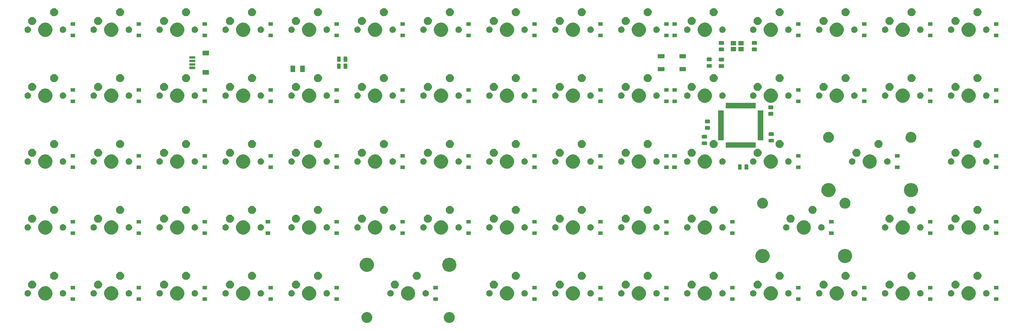
<source format=gbr>
G04 #@! TF.GenerationSoftware,KiCad,Pcbnew,(5.1.4)-1*
G04 #@! TF.CreationDate,2022-05-13T16:31:46-07:00*
G04 #@! TF.ProjectId,bakeneko60tho,62616b65-6e65-46b6-9f36-3074686f2e6b,rev?*
G04 #@! TF.SameCoordinates,Original*
G04 #@! TF.FileFunction,Soldermask,Bot*
G04 #@! TF.FilePolarity,Negative*
%FSLAX46Y46*%
G04 Gerber Fmt 4.6, Leading zero omitted, Abs format (unit mm)*
G04 Created by KiCad (PCBNEW (5.1.4)-1) date 2022-05-13 16:31:46*
%MOMM*%
%LPD*%
G04 APERTURE LIST*
%ADD10C,0.100000*%
G04 APERTURE END LIST*
D10*
G36*
X139365661Y-103895526D02*
G01*
X139484387Y-103944704D01*
X139652291Y-104014252D01*
X139652292Y-104014253D01*
X139910254Y-104186617D01*
X140129633Y-104405996D01*
X140244803Y-104578361D01*
X140301998Y-104663959D01*
X140420724Y-104950590D01*
X140481250Y-105254875D01*
X140481250Y-105565125D01*
X140420724Y-105869410D01*
X140301998Y-106156041D01*
X140301997Y-106156042D01*
X140129633Y-106414004D01*
X139910254Y-106633383D01*
X139737889Y-106748553D01*
X139652291Y-106805748D01*
X139484387Y-106875296D01*
X139365661Y-106924474D01*
X139213517Y-106954737D01*
X139061375Y-106985000D01*
X138751125Y-106985000D01*
X138598983Y-106954737D01*
X138446839Y-106924474D01*
X138328113Y-106875296D01*
X138160209Y-106805748D01*
X138074611Y-106748553D01*
X137902246Y-106633383D01*
X137682867Y-106414004D01*
X137510503Y-106156042D01*
X137510502Y-106156041D01*
X137391776Y-105869410D01*
X137331250Y-105565125D01*
X137331250Y-105254875D01*
X137391776Y-104950590D01*
X137510502Y-104663959D01*
X137567697Y-104578361D01*
X137682867Y-104405996D01*
X137902246Y-104186617D01*
X138160208Y-104014253D01*
X138160209Y-104014252D01*
X138328113Y-103944704D01*
X138446839Y-103895526D01*
X138598983Y-103865263D01*
X138751125Y-103835000D01*
X139061375Y-103835000D01*
X139365661Y-103895526D01*
X139365661Y-103895526D01*
G37*
G36*
X115553161Y-103895526D02*
G01*
X115671887Y-103944704D01*
X115839791Y-104014252D01*
X115839792Y-104014253D01*
X116097754Y-104186617D01*
X116317133Y-104405996D01*
X116432303Y-104578361D01*
X116489498Y-104663959D01*
X116608224Y-104950590D01*
X116668750Y-105254875D01*
X116668750Y-105565125D01*
X116608224Y-105869410D01*
X116489498Y-106156041D01*
X116489497Y-106156042D01*
X116317133Y-106414004D01*
X116097754Y-106633383D01*
X115925389Y-106748553D01*
X115839791Y-106805748D01*
X115671887Y-106875296D01*
X115553161Y-106924474D01*
X115401017Y-106954737D01*
X115248875Y-106985000D01*
X114938625Y-106985000D01*
X114786483Y-106954737D01*
X114634339Y-106924474D01*
X114515613Y-106875296D01*
X114347709Y-106805748D01*
X114262111Y-106748553D01*
X114089746Y-106633383D01*
X113870367Y-106414004D01*
X113698003Y-106156042D01*
X113698002Y-106156041D01*
X113579276Y-105869410D01*
X113518750Y-105565125D01*
X113518750Y-105254875D01*
X113579276Y-104950590D01*
X113698002Y-104663959D01*
X113755197Y-104578361D01*
X113870367Y-104405996D01*
X114089746Y-104186617D01*
X114347708Y-104014253D01*
X114347709Y-104014252D01*
X114515613Y-103944704D01*
X114634339Y-103895526D01*
X114786483Y-103865263D01*
X114938625Y-103835000D01*
X115248875Y-103835000D01*
X115553161Y-103895526D01*
X115553161Y-103895526D01*
G37*
G36*
X240363500Y-100576000D02*
G01*
X239061500Y-100576000D01*
X239061500Y-99574000D01*
X240363500Y-99574000D01*
X240363500Y-100576000D01*
X240363500Y-100576000D01*
G37*
G36*
X297513500Y-100576000D02*
G01*
X296211500Y-100576000D01*
X296211500Y-99574000D01*
X297513500Y-99574000D01*
X297513500Y-100576000D01*
X297513500Y-100576000D01*
G37*
G36*
X278463500Y-100576000D02*
G01*
X277161500Y-100576000D01*
X277161500Y-99574000D01*
X278463500Y-99574000D01*
X278463500Y-100576000D01*
X278463500Y-100576000D01*
G37*
G36*
X259413500Y-100576000D02*
G01*
X258111500Y-100576000D01*
X258111500Y-99574000D01*
X259413500Y-99574000D01*
X259413500Y-100576000D01*
X259413500Y-100576000D01*
G37*
G36*
X221313500Y-100576000D02*
G01*
X220011500Y-100576000D01*
X220011500Y-99574000D01*
X221313500Y-99574000D01*
X221313500Y-100576000D01*
X221313500Y-100576000D01*
G37*
G36*
X183213500Y-100576000D02*
G01*
X181911500Y-100576000D01*
X181911500Y-99574000D01*
X183213500Y-99574000D01*
X183213500Y-100576000D01*
X183213500Y-100576000D01*
G37*
G36*
X164163500Y-100576000D02*
G01*
X162861500Y-100576000D01*
X162861500Y-99574000D01*
X164163500Y-99574000D01*
X164163500Y-100576000D01*
X164163500Y-100576000D01*
G37*
G36*
X135588500Y-100576000D02*
G01*
X134286500Y-100576000D01*
X134286500Y-99574000D01*
X135588500Y-99574000D01*
X135588500Y-100576000D01*
X135588500Y-100576000D01*
G37*
G36*
X107013500Y-100576000D02*
G01*
X105711500Y-100576000D01*
X105711500Y-99574000D01*
X107013500Y-99574000D01*
X107013500Y-100576000D01*
X107013500Y-100576000D01*
G37*
G36*
X87963500Y-100576000D02*
G01*
X86661500Y-100576000D01*
X86661500Y-99574000D01*
X87963500Y-99574000D01*
X87963500Y-100576000D01*
X87963500Y-100576000D01*
G37*
G36*
X68913500Y-100576000D02*
G01*
X67611500Y-100576000D01*
X67611500Y-99574000D01*
X68913500Y-99574000D01*
X68913500Y-100576000D01*
X68913500Y-100576000D01*
G37*
G36*
X49863500Y-100576000D02*
G01*
X48561500Y-100576000D01*
X48561500Y-99574000D01*
X49863500Y-99574000D01*
X49863500Y-100576000D01*
X49863500Y-100576000D01*
G37*
G36*
X30813500Y-100576000D02*
G01*
X29511500Y-100576000D01*
X29511500Y-99574000D01*
X30813500Y-99574000D01*
X30813500Y-100576000D01*
X30813500Y-100576000D01*
G37*
G36*
X202263500Y-100576000D02*
G01*
X200961500Y-100576000D01*
X200961500Y-99574000D01*
X202263500Y-99574000D01*
X202263500Y-100576000D01*
X202263500Y-100576000D01*
G37*
G36*
X194271474Y-96458684D02*
G01*
X194489474Y-96548983D01*
X194643623Y-96612833D01*
X194978548Y-96836623D01*
X195263377Y-97121452D01*
X195487167Y-97456377D01*
X195519562Y-97534586D01*
X195641316Y-97828526D01*
X195719900Y-98223594D01*
X195719900Y-98626406D01*
X195641316Y-99021474D01*
X195590451Y-99144272D01*
X195487167Y-99393623D01*
X195263377Y-99728548D01*
X194978548Y-100013377D01*
X194643623Y-100237167D01*
X194489474Y-100301017D01*
X194271474Y-100391316D01*
X193876406Y-100469900D01*
X193473594Y-100469900D01*
X193078526Y-100391316D01*
X192860526Y-100301017D01*
X192706377Y-100237167D01*
X192371452Y-100013377D01*
X192086623Y-99728548D01*
X191862833Y-99393623D01*
X191759549Y-99144272D01*
X191708684Y-99021474D01*
X191630100Y-98626406D01*
X191630100Y-98223594D01*
X191708684Y-97828526D01*
X191830438Y-97534586D01*
X191862833Y-97456377D01*
X192086623Y-97121452D01*
X192371452Y-96836623D01*
X192706377Y-96612833D01*
X192860526Y-96548983D01*
X193078526Y-96458684D01*
X193473594Y-96380100D01*
X193876406Y-96380100D01*
X194271474Y-96458684D01*
X194271474Y-96458684D01*
G37*
G36*
X127596474Y-96458684D02*
G01*
X127814474Y-96548983D01*
X127968623Y-96612833D01*
X128303548Y-96836623D01*
X128588377Y-97121452D01*
X128812167Y-97456377D01*
X128844562Y-97534586D01*
X128966316Y-97828526D01*
X129044900Y-98223594D01*
X129044900Y-98626406D01*
X128966316Y-99021474D01*
X128915451Y-99144272D01*
X128812167Y-99393623D01*
X128588377Y-99728548D01*
X128303548Y-100013377D01*
X127968623Y-100237167D01*
X127814474Y-100301017D01*
X127596474Y-100391316D01*
X127201406Y-100469900D01*
X126798594Y-100469900D01*
X126403526Y-100391316D01*
X126185526Y-100301017D01*
X126031377Y-100237167D01*
X125696452Y-100013377D01*
X125411623Y-99728548D01*
X125187833Y-99393623D01*
X125084549Y-99144272D01*
X125033684Y-99021474D01*
X124955100Y-98626406D01*
X124955100Y-98223594D01*
X125033684Y-97828526D01*
X125155438Y-97534586D01*
X125187833Y-97456377D01*
X125411623Y-97121452D01*
X125696452Y-96836623D01*
X126031377Y-96612833D01*
X126185526Y-96548983D01*
X126403526Y-96458684D01*
X126798594Y-96380100D01*
X127201406Y-96380100D01*
X127596474Y-96458684D01*
X127596474Y-96458684D01*
G37*
G36*
X289521474Y-96458684D02*
G01*
X289739474Y-96548983D01*
X289893623Y-96612833D01*
X290228548Y-96836623D01*
X290513377Y-97121452D01*
X290737167Y-97456377D01*
X290769562Y-97534586D01*
X290891316Y-97828526D01*
X290969900Y-98223594D01*
X290969900Y-98626406D01*
X290891316Y-99021474D01*
X290840451Y-99144272D01*
X290737167Y-99393623D01*
X290513377Y-99728548D01*
X290228548Y-100013377D01*
X289893623Y-100237167D01*
X289739474Y-100301017D01*
X289521474Y-100391316D01*
X289126406Y-100469900D01*
X288723594Y-100469900D01*
X288328526Y-100391316D01*
X288110526Y-100301017D01*
X287956377Y-100237167D01*
X287621452Y-100013377D01*
X287336623Y-99728548D01*
X287112833Y-99393623D01*
X287009549Y-99144272D01*
X286958684Y-99021474D01*
X286880100Y-98626406D01*
X286880100Y-98223594D01*
X286958684Y-97828526D01*
X287080438Y-97534586D01*
X287112833Y-97456377D01*
X287336623Y-97121452D01*
X287621452Y-96836623D01*
X287956377Y-96612833D01*
X288110526Y-96548983D01*
X288328526Y-96458684D01*
X288723594Y-96380100D01*
X289126406Y-96380100D01*
X289521474Y-96458684D01*
X289521474Y-96458684D01*
G37*
G36*
X270471474Y-96458684D02*
G01*
X270689474Y-96548983D01*
X270843623Y-96612833D01*
X271178548Y-96836623D01*
X271463377Y-97121452D01*
X271687167Y-97456377D01*
X271719562Y-97534586D01*
X271841316Y-97828526D01*
X271919900Y-98223594D01*
X271919900Y-98626406D01*
X271841316Y-99021474D01*
X271790451Y-99144272D01*
X271687167Y-99393623D01*
X271463377Y-99728548D01*
X271178548Y-100013377D01*
X270843623Y-100237167D01*
X270689474Y-100301017D01*
X270471474Y-100391316D01*
X270076406Y-100469900D01*
X269673594Y-100469900D01*
X269278526Y-100391316D01*
X269060526Y-100301017D01*
X268906377Y-100237167D01*
X268571452Y-100013377D01*
X268286623Y-99728548D01*
X268062833Y-99393623D01*
X267959549Y-99144272D01*
X267908684Y-99021474D01*
X267830100Y-98626406D01*
X267830100Y-98223594D01*
X267908684Y-97828526D01*
X268030438Y-97534586D01*
X268062833Y-97456377D01*
X268286623Y-97121452D01*
X268571452Y-96836623D01*
X268906377Y-96612833D01*
X269060526Y-96548983D01*
X269278526Y-96458684D01*
X269673594Y-96380100D01*
X270076406Y-96380100D01*
X270471474Y-96458684D01*
X270471474Y-96458684D01*
G37*
G36*
X251421474Y-96458684D02*
G01*
X251639474Y-96548983D01*
X251793623Y-96612833D01*
X252128548Y-96836623D01*
X252413377Y-97121452D01*
X252637167Y-97456377D01*
X252669562Y-97534586D01*
X252791316Y-97828526D01*
X252869900Y-98223594D01*
X252869900Y-98626406D01*
X252791316Y-99021474D01*
X252740451Y-99144272D01*
X252637167Y-99393623D01*
X252413377Y-99728548D01*
X252128548Y-100013377D01*
X251793623Y-100237167D01*
X251639474Y-100301017D01*
X251421474Y-100391316D01*
X251026406Y-100469900D01*
X250623594Y-100469900D01*
X250228526Y-100391316D01*
X250010526Y-100301017D01*
X249856377Y-100237167D01*
X249521452Y-100013377D01*
X249236623Y-99728548D01*
X249012833Y-99393623D01*
X248909549Y-99144272D01*
X248858684Y-99021474D01*
X248780100Y-98626406D01*
X248780100Y-98223594D01*
X248858684Y-97828526D01*
X248980438Y-97534586D01*
X249012833Y-97456377D01*
X249236623Y-97121452D01*
X249521452Y-96836623D01*
X249856377Y-96612833D01*
X250010526Y-96548983D01*
X250228526Y-96458684D01*
X250623594Y-96380100D01*
X251026406Y-96380100D01*
X251421474Y-96458684D01*
X251421474Y-96458684D01*
G37*
G36*
X232371474Y-96458684D02*
G01*
X232589474Y-96548983D01*
X232743623Y-96612833D01*
X233078548Y-96836623D01*
X233363377Y-97121452D01*
X233587167Y-97456377D01*
X233619562Y-97534586D01*
X233741316Y-97828526D01*
X233819900Y-98223594D01*
X233819900Y-98626406D01*
X233741316Y-99021474D01*
X233690451Y-99144272D01*
X233587167Y-99393623D01*
X233363377Y-99728548D01*
X233078548Y-100013377D01*
X232743623Y-100237167D01*
X232589474Y-100301017D01*
X232371474Y-100391316D01*
X231976406Y-100469900D01*
X231573594Y-100469900D01*
X231178526Y-100391316D01*
X230960526Y-100301017D01*
X230806377Y-100237167D01*
X230471452Y-100013377D01*
X230186623Y-99728548D01*
X229962833Y-99393623D01*
X229859549Y-99144272D01*
X229808684Y-99021474D01*
X229730100Y-98626406D01*
X229730100Y-98223594D01*
X229808684Y-97828526D01*
X229930438Y-97534586D01*
X229962833Y-97456377D01*
X230186623Y-97121452D01*
X230471452Y-96836623D01*
X230806377Y-96612833D01*
X230960526Y-96548983D01*
X231178526Y-96458684D01*
X231573594Y-96380100D01*
X231976406Y-96380100D01*
X232371474Y-96458684D01*
X232371474Y-96458684D01*
G37*
G36*
X213321474Y-96458684D02*
G01*
X213539474Y-96548983D01*
X213693623Y-96612833D01*
X214028548Y-96836623D01*
X214313377Y-97121452D01*
X214537167Y-97456377D01*
X214569562Y-97534586D01*
X214691316Y-97828526D01*
X214769900Y-98223594D01*
X214769900Y-98626406D01*
X214691316Y-99021474D01*
X214640451Y-99144272D01*
X214537167Y-99393623D01*
X214313377Y-99728548D01*
X214028548Y-100013377D01*
X213693623Y-100237167D01*
X213539474Y-100301017D01*
X213321474Y-100391316D01*
X212926406Y-100469900D01*
X212523594Y-100469900D01*
X212128526Y-100391316D01*
X211910526Y-100301017D01*
X211756377Y-100237167D01*
X211421452Y-100013377D01*
X211136623Y-99728548D01*
X210912833Y-99393623D01*
X210809549Y-99144272D01*
X210758684Y-99021474D01*
X210680100Y-98626406D01*
X210680100Y-98223594D01*
X210758684Y-97828526D01*
X210880438Y-97534586D01*
X210912833Y-97456377D01*
X211136623Y-97121452D01*
X211421452Y-96836623D01*
X211756377Y-96612833D01*
X211910526Y-96548983D01*
X212128526Y-96458684D01*
X212523594Y-96380100D01*
X212926406Y-96380100D01*
X213321474Y-96458684D01*
X213321474Y-96458684D01*
G37*
G36*
X41871474Y-96458684D02*
G01*
X42089474Y-96548983D01*
X42243623Y-96612833D01*
X42578548Y-96836623D01*
X42863377Y-97121452D01*
X43087167Y-97456377D01*
X43119562Y-97534586D01*
X43241316Y-97828526D01*
X43319900Y-98223594D01*
X43319900Y-98626406D01*
X43241316Y-99021474D01*
X43190451Y-99144272D01*
X43087167Y-99393623D01*
X42863377Y-99728548D01*
X42578548Y-100013377D01*
X42243623Y-100237167D01*
X42089474Y-100301017D01*
X41871474Y-100391316D01*
X41476406Y-100469900D01*
X41073594Y-100469900D01*
X40678526Y-100391316D01*
X40460526Y-100301017D01*
X40306377Y-100237167D01*
X39971452Y-100013377D01*
X39686623Y-99728548D01*
X39462833Y-99393623D01*
X39359549Y-99144272D01*
X39308684Y-99021474D01*
X39230100Y-98626406D01*
X39230100Y-98223594D01*
X39308684Y-97828526D01*
X39430438Y-97534586D01*
X39462833Y-97456377D01*
X39686623Y-97121452D01*
X39971452Y-96836623D01*
X40306377Y-96612833D01*
X40460526Y-96548983D01*
X40678526Y-96458684D01*
X41073594Y-96380100D01*
X41476406Y-96380100D01*
X41871474Y-96458684D01*
X41871474Y-96458684D01*
G37*
G36*
X60921474Y-96458684D02*
G01*
X61139474Y-96548983D01*
X61293623Y-96612833D01*
X61628548Y-96836623D01*
X61913377Y-97121452D01*
X62137167Y-97456377D01*
X62169562Y-97534586D01*
X62291316Y-97828526D01*
X62369900Y-98223594D01*
X62369900Y-98626406D01*
X62291316Y-99021474D01*
X62240451Y-99144272D01*
X62137167Y-99393623D01*
X61913377Y-99728548D01*
X61628548Y-100013377D01*
X61293623Y-100237167D01*
X61139474Y-100301017D01*
X60921474Y-100391316D01*
X60526406Y-100469900D01*
X60123594Y-100469900D01*
X59728526Y-100391316D01*
X59510526Y-100301017D01*
X59356377Y-100237167D01*
X59021452Y-100013377D01*
X58736623Y-99728548D01*
X58512833Y-99393623D01*
X58409549Y-99144272D01*
X58358684Y-99021474D01*
X58280100Y-98626406D01*
X58280100Y-98223594D01*
X58358684Y-97828526D01*
X58480438Y-97534586D01*
X58512833Y-97456377D01*
X58736623Y-97121452D01*
X59021452Y-96836623D01*
X59356377Y-96612833D01*
X59510526Y-96548983D01*
X59728526Y-96458684D01*
X60123594Y-96380100D01*
X60526406Y-96380100D01*
X60921474Y-96458684D01*
X60921474Y-96458684D01*
G37*
G36*
X79971474Y-96458684D02*
G01*
X80189474Y-96548983D01*
X80343623Y-96612833D01*
X80678548Y-96836623D01*
X80963377Y-97121452D01*
X81187167Y-97456377D01*
X81219562Y-97534586D01*
X81341316Y-97828526D01*
X81419900Y-98223594D01*
X81419900Y-98626406D01*
X81341316Y-99021474D01*
X81290451Y-99144272D01*
X81187167Y-99393623D01*
X80963377Y-99728548D01*
X80678548Y-100013377D01*
X80343623Y-100237167D01*
X80189474Y-100301017D01*
X79971474Y-100391316D01*
X79576406Y-100469900D01*
X79173594Y-100469900D01*
X78778526Y-100391316D01*
X78560526Y-100301017D01*
X78406377Y-100237167D01*
X78071452Y-100013377D01*
X77786623Y-99728548D01*
X77562833Y-99393623D01*
X77459549Y-99144272D01*
X77408684Y-99021474D01*
X77330100Y-98626406D01*
X77330100Y-98223594D01*
X77408684Y-97828526D01*
X77530438Y-97534586D01*
X77562833Y-97456377D01*
X77786623Y-97121452D01*
X78071452Y-96836623D01*
X78406377Y-96612833D01*
X78560526Y-96548983D01*
X78778526Y-96458684D01*
X79173594Y-96380100D01*
X79576406Y-96380100D01*
X79971474Y-96458684D01*
X79971474Y-96458684D01*
G37*
G36*
X175221474Y-96458684D02*
G01*
X175439474Y-96548983D01*
X175593623Y-96612833D01*
X175928548Y-96836623D01*
X176213377Y-97121452D01*
X176437167Y-97456377D01*
X176469562Y-97534586D01*
X176591316Y-97828526D01*
X176669900Y-98223594D01*
X176669900Y-98626406D01*
X176591316Y-99021474D01*
X176540451Y-99144272D01*
X176437167Y-99393623D01*
X176213377Y-99728548D01*
X175928548Y-100013377D01*
X175593623Y-100237167D01*
X175439474Y-100301017D01*
X175221474Y-100391316D01*
X174826406Y-100469900D01*
X174423594Y-100469900D01*
X174028526Y-100391316D01*
X173810526Y-100301017D01*
X173656377Y-100237167D01*
X173321452Y-100013377D01*
X173036623Y-99728548D01*
X172812833Y-99393623D01*
X172709549Y-99144272D01*
X172658684Y-99021474D01*
X172580100Y-98626406D01*
X172580100Y-98223594D01*
X172658684Y-97828526D01*
X172780438Y-97534586D01*
X172812833Y-97456377D01*
X173036623Y-97121452D01*
X173321452Y-96836623D01*
X173656377Y-96612833D01*
X173810526Y-96548983D01*
X174028526Y-96458684D01*
X174423594Y-96380100D01*
X174826406Y-96380100D01*
X175221474Y-96458684D01*
X175221474Y-96458684D01*
G37*
G36*
X156171474Y-96458684D02*
G01*
X156389474Y-96548983D01*
X156543623Y-96612833D01*
X156878548Y-96836623D01*
X157163377Y-97121452D01*
X157387167Y-97456377D01*
X157419562Y-97534586D01*
X157541316Y-97828526D01*
X157619900Y-98223594D01*
X157619900Y-98626406D01*
X157541316Y-99021474D01*
X157490451Y-99144272D01*
X157387167Y-99393623D01*
X157163377Y-99728548D01*
X156878548Y-100013377D01*
X156543623Y-100237167D01*
X156389474Y-100301017D01*
X156171474Y-100391316D01*
X155776406Y-100469900D01*
X155373594Y-100469900D01*
X154978526Y-100391316D01*
X154760526Y-100301017D01*
X154606377Y-100237167D01*
X154271452Y-100013377D01*
X153986623Y-99728548D01*
X153762833Y-99393623D01*
X153659549Y-99144272D01*
X153608684Y-99021474D01*
X153530100Y-98626406D01*
X153530100Y-98223594D01*
X153608684Y-97828526D01*
X153730438Y-97534586D01*
X153762833Y-97456377D01*
X153986623Y-97121452D01*
X154271452Y-96836623D01*
X154606377Y-96612833D01*
X154760526Y-96548983D01*
X154978526Y-96458684D01*
X155373594Y-96380100D01*
X155776406Y-96380100D01*
X156171474Y-96458684D01*
X156171474Y-96458684D01*
G37*
G36*
X99021474Y-96458684D02*
G01*
X99239474Y-96548983D01*
X99393623Y-96612833D01*
X99728548Y-96836623D01*
X100013377Y-97121452D01*
X100237167Y-97456377D01*
X100269562Y-97534586D01*
X100391316Y-97828526D01*
X100469900Y-98223594D01*
X100469900Y-98626406D01*
X100391316Y-99021474D01*
X100340451Y-99144272D01*
X100237167Y-99393623D01*
X100013377Y-99728548D01*
X99728548Y-100013377D01*
X99393623Y-100237167D01*
X99239474Y-100301017D01*
X99021474Y-100391316D01*
X98626406Y-100469900D01*
X98223594Y-100469900D01*
X97828526Y-100391316D01*
X97610526Y-100301017D01*
X97456377Y-100237167D01*
X97121452Y-100013377D01*
X96836623Y-99728548D01*
X96612833Y-99393623D01*
X96509549Y-99144272D01*
X96458684Y-99021474D01*
X96380100Y-98626406D01*
X96380100Y-98223594D01*
X96458684Y-97828526D01*
X96580438Y-97534586D01*
X96612833Y-97456377D01*
X96836623Y-97121452D01*
X97121452Y-96836623D01*
X97456377Y-96612833D01*
X97610526Y-96548983D01*
X97828526Y-96458684D01*
X98223594Y-96380100D01*
X98626406Y-96380100D01*
X99021474Y-96458684D01*
X99021474Y-96458684D01*
G37*
G36*
X22821474Y-96458684D02*
G01*
X23039474Y-96548983D01*
X23193623Y-96612833D01*
X23528548Y-96836623D01*
X23813377Y-97121452D01*
X24037167Y-97456377D01*
X24069562Y-97534586D01*
X24191316Y-97828526D01*
X24269900Y-98223594D01*
X24269900Y-98626406D01*
X24191316Y-99021474D01*
X24140451Y-99144272D01*
X24037167Y-99393623D01*
X23813377Y-99728548D01*
X23528548Y-100013377D01*
X23193623Y-100237167D01*
X23039474Y-100301017D01*
X22821474Y-100391316D01*
X22426406Y-100469900D01*
X22023594Y-100469900D01*
X21628526Y-100391316D01*
X21410526Y-100301017D01*
X21256377Y-100237167D01*
X20921452Y-100013377D01*
X20636623Y-99728548D01*
X20412833Y-99393623D01*
X20309549Y-99144272D01*
X20258684Y-99021474D01*
X20180100Y-98626406D01*
X20180100Y-98223594D01*
X20258684Y-97828526D01*
X20380438Y-97534586D01*
X20412833Y-97456377D01*
X20636623Y-97121452D01*
X20921452Y-96836623D01*
X21256377Y-96612833D01*
X21410526Y-96548983D01*
X21628526Y-96458684D01*
X22023594Y-96380100D01*
X22426406Y-96380100D01*
X22821474Y-96458684D01*
X22821474Y-96458684D01*
G37*
G36*
X150765104Y-97534585D02*
G01*
X150933626Y-97604389D01*
X151085291Y-97705728D01*
X151214272Y-97834709D01*
X151315611Y-97986374D01*
X151385415Y-98154896D01*
X151421000Y-98333797D01*
X151421000Y-98516203D01*
X151385415Y-98695104D01*
X151315611Y-98863626D01*
X151214272Y-99015291D01*
X151085291Y-99144272D01*
X150933626Y-99245611D01*
X150765104Y-99315415D01*
X150586203Y-99351000D01*
X150403797Y-99351000D01*
X150224896Y-99315415D01*
X150056374Y-99245611D01*
X149904709Y-99144272D01*
X149775728Y-99015291D01*
X149674389Y-98863626D01*
X149604585Y-98695104D01*
X149569000Y-98516203D01*
X149569000Y-98333797D01*
X149604585Y-98154896D01*
X149674389Y-97986374D01*
X149775728Y-97834709D01*
X149904709Y-97705728D01*
X150056374Y-97604389D01*
X150224896Y-97534585D01*
X150403797Y-97499000D01*
X150586203Y-97499000D01*
X150765104Y-97534585D01*
X150765104Y-97534585D01*
G37*
G36*
X122190104Y-97534585D02*
G01*
X122358626Y-97604389D01*
X122510291Y-97705728D01*
X122639272Y-97834709D01*
X122740611Y-97986374D01*
X122810415Y-98154896D01*
X122846000Y-98333797D01*
X122846000Y-98516203D01*
X122810415Y-98695104D01*
X122740611Y-98863626D01*
X122639272Y-99015291D01*
X122510291Y-99144272D01*
X122358626Y-99245611D01*
X122190104Y-99315415D01*
X122011203Y-99351000D01*
X121828797Y-99351000D01*
X121649896Y-99315415D01*
X121481374Y-99245611D01*
X121329709Y-99144272D01*
X121200728Y-99015291D01*
X121099389Y-98863626D01*
X121029585Y-98695104D01*
X120994000Y-98516203D01*
X120994000Y-98333797D01*
X121029585Y-98154896D01*
X121099389Y-97986374D01*
X121200728Y-97834709D01*
X121329709Y-97705728D01*
X121481374Y-97604389D01*
X121649896Y-97534585D01*
X121828797Y-97499000D01*
X122011203Y-97499000D01*
X122190104Y-97534585D01*
X122190104Y-97534585D01*
G37*
G36*
X218075104Y-97534585D02*
G01*
X218243626Y-97604389D01*
X218395291Y-97705728D01*
X218524272Y-97834709D01*
X218625611Y-97986374D01*
X218695415Y-98154896D01*
X218731000Y-98333797D01*
X218731000Y-98516203D01*
X218695415Y-98695104D01*
X218625611Y-98863626D01*
X218524272Y-99015291D01*
X218395291Y-99144272D01*
X218243626Y-99245611D01*
X218075104Y-99315415D01*
X217896203Y-99351000D01*
X217713797Y-99351000D01*
X217534896Y-99315415D01*
X217366374Y-99245611D01*
X217214709Y-99144272D01*
X217085728Y-99015291D01*
X216984389Y-98863626D01*
X216914585Y-98695104D01*
X216879000Y-98516203D01*
X216879000Y-98333797D01*
X216914585Y-98154896D01*
X216984389Y-97986374D01*
X217085728Y-97834709D01*
X217214709Y-97705728D01*
X217366374Y-97604389D01*
X217534896Y-97534585D01*
X217713797Y-97499000D01*
X217896203Y-97499000D01*
X218075104Y-97534585D01*
X218075104Y-97534585D01*
G37*
G36*
X237125104Y-97534585D02*
G01*
X237293626Y-97604389D01*
X237445291Y-97705728D01*
X237574272Y-97834709D01*
X237675611Y-97986374D01*
X237745415Y-98154896D01*
X237781000Y-98333797D01*
X237781000Y-98516203D01*
X237745415Y-98695104D01*
X237675611Y-98863626D01*
X237574272Y-99015291D01*
X237445291Y-99144272D01*
X237293626Y-99245611D01*
X237125104Y-99315415D01*
X236946203Y-99351000D01*
X236763797Y-99351000D01*
X236584896Y-99315415D01*
X236416374Y-99245611D01*
X236264709Y-99144272D01*
X236135728Y-99015291D01*
X236034389Y-98863626D01*
X235964585Y-98695104D01*
X235929000Y-98516203D01*
X235929000Y-98333797D01*
X235964585Y-98154896D01*
X236034389Y-97986374D01*
X236135728Y-97834709D01*
X236264709Y-97705728D01*
X236416374Y-97604389D01*
X236584896Y-97534585D01*
X236763797Y-97499000D01*
X236946203Y-97499000D01*
X237125104Y-97534585D01*
X237125104Y-97534585D01*
G37*
G36*
X84725104Y-97534585D02*
G01*
X84893626Y-97604389D01*
X85045291Y-97705728D01*
X85174272Y-97834709D01*
X85275611Y-97986374D01*
X85345415Y-98154896D01*
X85381000Y-98333797D01*
X85381000Y-98516203D01*
X85345415Y-98695104D01*
X85275611Y-98863626D01*
X85174272Y-99015291D01*
X85045291Y-99144272D01*
X84893626Y-99245611D01*
X84725104Y-99315415D01*
X84546203Y-99351000D01*
X84363797Y-99351000D01*
X84184896Y-99315415D01*
X84016374Y-99245611D01*
X83864709Y-99144272D01*
X83735728Y-99015291D01*
X83634389Y-98863626D01*
X83564585Y-98695104D01*
X83529000Y-98516203D01*
X83529000Y-98333797D01*
X83564585Y-98154896D01*
X83634389Y-97986374D01*
X83735728Y-97834709D01*
X83864709Y-97705728D01*
X84016374Y-97604389D01*
X84184896Y-97534585D01*
X84363797Y-97499000D01*
X84546203Y-97499000D01*
X84725104Y-97534585D01*
X84725104Y-97534585D01*
G37*
G36*
X17415104Y-97534585D02*
G01*
X17583626Y-97604389D01*
X17735291Y-97705728D01*
X17864272Y-97834709D01*
X17965611Y-97986374D01*
X18035415Y-98154896D01*
X18071000Y-98333797D01*
X18071000Y-98516203D01*
X18035415Y-98695104D01*
X17965611Y-98863626D01*
X17864272Y-99015291D01*
X17735291Y-99144272D01*
X17583626Y-99245611D01*
X17415104Y-99315415D01*
X17236203Y-99351000D01*
X17053797Y-99351000D01*
X16874896Y-99315415D01*
X16706374Y-99245611D01*
X16554709Y-99144272D01*
X16425728Y-99015291D01*
X16324389Y-98863626D01*
X16254585Y-98695104D01*
X16219000Y-98516203D01*
X16219000Y-98333797D01*
X16254585Y-98154896D01*
X16324389Y-97986374D01*
X16425728Y-97834709D01*
X16554709Y-97705728D01*
X16706374Y-97604389D01*
X16874896Y-97534585D01*
X17053797Y-97499000D01*
X17236203Y-97499000D01*
X17415104Y-97534585D01*
X17415104Y-97534585D01*
G37*
G36*
X55515104Y-97534585D02*
G01*
X55683626Y-97604389D01*
X55835291Y-97705728D01*
X55964272Y-97834709D01*
X56065611Y-97986374D01*
X56135415Y-98154896D01*
X56171000Y-98333797D01*
X56171000Y-98516203D01*
X56135415Y-98695104D01*
X56065611Y-98863626D01*
X55964272Y-99015291D01*
X55835291Y-99144272D01*
X55683626Y-99245611D01*
X55515104Y-99315415D01*
X55336203Y-99351000D01*
X55153797Y-99351000D01*
X54974896Y-99315415D01*
X54806374Y-99245611D01*
X54654709Y-99144272D01*
X54525728Y-99015291D01*
X54424389Y-98863626D01*
X54354585Y-98695104D01*
X54319000Y-98516203D01*
X54319000Y-98333797D01*
X54354585Y-98154896D01*
X54424389Y-97986374D01*
X54525728Y-97834709D01*
X54654709Y-97705728D01*
X54806374Y-97604389D01*
X54974896Y-97534585D01*
X55153797Y-97499000D01*
X55336203Y-97499000D01*
X55515104Y-97534585D01*
X55515104Y-97534585D01*
G37*
G36*
X46625104Y-97534585D02*
G01*
X46793626Y-97604389D01*
X46945291Y-97705728D01*
X47074272Y-97834709D01*
X47175611Y-97986374D01*
X47245415Y-98154896D01*
X47281000Y-98333797D01*
X47281000Y-98516203D01*
X47245415Y-98695104D01*
X47175611Y-98863626D01*
X47074272Y-99015291D01*
X46945291Y-99144272D01*
X46793626Y-99245611D01*
X46625104Y-99315415D01*
X46446203Y-99351000D01*
X46263797Y-99351000D01*
X46084896Y-99315415D01*
X45916374Y-99245611D01*
X45764709Y-99144272D01*
X45635728Y-99015291D01*
X45534389Y-98863626D01*
X45464585Y-98695104D01*
X45429000Y-98516203D01*
X45429000Y-98333797D01*
X45464585Y-98154896D01*
X45534389Y-97986374D01*
X45635728Y-97834709D01*
X45764709Y-97705728D01*
X45916374Y-97604389D01*
X46084896Y-97534585D01*
X46263797Y-97499000D01*
X46446203Y-97499000D01*
X46625104Y-97534585D01*
X46625104Y-97534585D01*
G37*
G36*
X65675104Y-97534585D02*
G01*
X65843626Y-97604389D01*
X65995291Y-97705728D01*
X66124272Y-97834709D01*
X66225611Y-97986374D01*
X66295415Y-98154896D01*
X66331000Y-98333797D01*
X66331000Y-98516203D01*
X66295415Y-98695104D01*
X66225611Y-98863626D01*
X66124272Y-99015291D01*
X65995291Y-99144272D01*
X65843626Y-99245611D01*
X65675104Y-99315415D01*
X65496203Y-99351000D01*
X65313797Y-99351000D01*
X65134896Y-99315415D01*
X64966374Y-99245611D01*
X64814709Y-99144272D01*
X64685728Y-99015291D01*
X64584389Y-98863626D01*
X64514585Y-98695104D01*
X64479000Y-98516203D01*
X64479000Y-98333797D01*
X64514585Y-98154896D01*
X64584389Y-97986374D01*
X64685728Y-97834709D01*
X64814709Y-97705728D01*
X64966374Y-97604389D01*
X65134896Y-97534585D01*
X65313797Y-97499000D01*
X65496203Y-97499000D01*
X65675104Y-97534585D01*
X65675104Y-97534585D01*
G37*
G36*
X27575104Y-97534585D02*
G01*
X27743626Y-97604389D01*
X27895291Y-97705728D01*
X28024272Y-97834709D01*
X28125611Y-97986374D01*
X28195415Y-98154896D01*
X28231000Y-98333797D01*
X28231000Y-98516203D01*
X28195415Y-98695104D01*
X28125611Y-98863626D01*
X28024272Y-99015291D01*
X27895291Y-99144272D01*
X27743626Y-99245611D01*
X27575104Y-99315415D01*
X27396203Y-99351000D01*
X27213797Y-99351000D01*
X27034896Y-99315415D01*
X26866374Y-99245611D01*
X26714709Y-99144272D01*
X26585728Y-99015291D01*
X26484389Y-98863626D01*
X26414585Y-98695104D01*
X26379000Y-98516203D01*
X26379000Y-98333797D01*
X26414585Y-98154896D01*
X26484389Y-97986374D01*
X26585728Y-97834709D01*
X26714709Y-97705728D01*
X26866374Y-97604389D01*
X27034896Y-97534585D01*
X27213797Y-97499000D01*
X27396203Y-97499000D01*
X27575104Y-97534585D01*
X27575104Y-97534585D01*
G37*
G36*
X74565104Y-97534585D02*
G01*
X74733626Y-97604389D01*
X74885291Y-97705728D01*
X75014272Y-97834709D01*
X75115611Y-97986374D01*
X75185415Y-98154896D01*
X75221000Y-98333797D01*
X75221000Y-98516203D01*
X75185415Y-98695104D01*
X75115611Y-98863626D01*
X75014272Y-99015291D01*
X74885291Y-99144272D01*
X74733626Y-99245611D01*
X74565104Y-99315415D01*
X74386203Y-99351000D01*
X74203797Y-99351000D01*
X74024896Y-99315415D01*
X73856374Y-99245611D01*
X73704709Y-99144272D01*
X73575728Y-99015291D01*
X73474389Y-98863626D01*
X73404585Y-98695104D01*
X73369000Y-98516203D01*
X73369000Y-98333797D01*
X73404585Y-98154896D01*
X73474389Y-97986374D01*
X73575728Y-97834709D01*
X73704709Y-97705728D01*
X73856374Y-97604389D01*
X74024896Y-97534585D01*
X74203797Y-97499000D01*
X74386203Y-97499000D01*
X74565104Y-97534585D01*
X74565104Y-97534585D01*
G37*
G36*
X103775104Y-97534585D02*
G01*
X103943626Y-97604389D01*
X104095291Y-97705728D01*
X104224272Y-97834709D01*
X104325611Y-97986374D01*
X104395415Y-98154896D01*
X104431000Y-98333797D01*
X104431000Y-98516203D01*
X104395415Y-98695104D01*
X104325611Y-98863626D01*
X104224272Y-99015291D01*
X104095291Y-99144272D01*
X103943626Y-99245611D01*
X103775104Y-99315415D01*
X103596203Y-99351000D01*
X103413797Y-99351000D01*
X103234896Y-99315415D01*
X103066374Y-99245611D01*
X102914709Y-99144272D01*
X102785728Y-99015291D01*
X102684389Y-98863626D01*
X102614585Y-98695104D01*
X102579000Y-98516203D01*
X102579000Y-98333797D01*
X102614585Y-98154896D01*
X102684389Y-97986374D01*
X102785728Y-97834709D01*
X102914709Y-97705728D01*
X103066374Y-97604389D01*
X103234896Y-97534585D01*
X103413797Y-97499000D01*
X103596203Y-97499000D01*
X103775104Y-97534585D01*
X103775104Y-97534585D01*
G37*
G36*
X93615104Y-97534585D02*
G01*
X93783626Y-97604389D01*
X93935291Y-97705728D01*
X94064272Y-97834709D01*
X94165611Y-97986374D01*
X94235415Y-98154896D01*
X94271000Y-98333797D01*
X94271000Y-98516203D01*
X94235415Y-98695104D01*
X94165611Y-98863626D01*
X94064272Y-99015291D01*
X93935291Y-99144272D01*
X93783626Y-99245611D01*
X93615104Y-99315415D01*
X93436203Y-99351000D01*
X93253797Y-99351000D01*
X93074896Y-99315415D01*
X92906374Y-99245611D01*
X92754709Y-99144272D01*
X92625728Y-99015291D01*
X92524389Y-98863626D01*
X92454585Y-98695104D01*
X92419000Y-98516203D01*
X92419000Y-98333797D01*
X92454585Y-98154896D01*
X92524389Y-97986374D01*
X92625728Y-97834709D01*
X92754709Y-97705728D01*
X92906374Y-97604389D01*
X93074896Y-97534585D01*
X93253797Y-97499000D01*
X93436203Y-97499000D01*
X93615104Y-97534585D01*
X93615104Y-97534585D01*
G37*
G36*
X246015104Y-97534585D02*
G01*
X246183626Y-97604389D01*
X246335291Y-97705728D01*
X246464272Y-97834709D01*
X246565611Y-97986374D01*
X246635415Y-98154896D01*
X246671000Y-98333797D01*
X246671000Y-98516203D01*
X246635415Y-98695104D01*
X246565611Y-98863626D01*
X246464272Y-99015291D01*
X246335291Y-99144272D01*
X246183626Y-99245611D01*
X246015104Y-99315415D01*
X245836203Y-99351000D01*
X245653797Y-99351000D01*
X245474896Y-99315415D01*
X245306374Y-99245611D01*
X245154709Y-99144272D01*
X245025728Y-99015291D01*
X244924389Y-98863626D01*
X244854585Y-98695104D01*
X244819000Y-98516203D01*
X244819000Y-98333797D01*
X244854585Y-98154896D01*
X244924389Y-97986374D01*
X245025728Y-97834709D01*
X245154709Y-97705728D01*
X245306374Y-97604389D01*
X245474896Y-97534585D01*
X245653797Y-97499000D01*
X245836203Y-97499000D01*
X246015104Y-97534585D01*
X246015104Y-97534585D01*
G37*
G36*
X207915104Y-97534585D02*
G01*
X208083626Y-97604389D01*
X208235291Y-97705728D01*
X208364272Y-97834709D01*
X208465611Y-97986374D01*
X208535415Y-98154896D01*
X208571000Y-98333797D01*
X208571000Y-98516203D01*
X208535415Y-98695104D01*
X208465611Y-98863626D01*
X208364272Y-99015291D01*
X208235291Y-99144272D01*
X208083626Y-99245611D01*
X207915104Y-99315415D01*
X207736203Y-99351000D01*
X207553797Y-99351000D01*
X207374896Y-99315415D01*
X207206374Y-99245611D01*
X207054709Y-99144272D01*
X206925728Y-99015291D01*
X206824389Y-98863626D01*
X206754585Y-98695104D01*
X206719000Y-98516203D01*
X206719000Y-98333797D01*
X206754585Y-98154896D01*
X206824389Y-97986374D01*
X206925728Y-97834709D01*
X207054709Y-97705728D01*
X207206374Y-97604389D01*
X207374896Y-97534585D01*
X207553797Y-97499000D01*
X207736203Y-97499000D01*
X207915104Y-97534585D01*
X207915104Y-97534585D01*
G37*
G36*
X132350104Y-97534585D02*
G01*
X132518626Y-97604389D01*
X132670291Y-97705728D01*
X132799272Y-97834709D01*
X132900611Y-97986374D01*
X132970415Y-98154896D01*
X133006000Y-98333797D01*
X133006000Y-98516203D01*
X132970415Y-98695104D01*
X132900611Y-98863626D01*
X132799272Y-99015291D01*
X132670291Y-99144272D01*
X132518626Y-99245611D01*
X132350104Y-99315415D01*
X132171203Y-99351000D01*
X131988797Y-99351000D01*
X131809896Y-99315415D01*
X131641374Y-99245611D01*
X131489709Y-99144272D01*
X131360728Y-99015291D01*
X131259389Y-98863626D01*
X131189585Y-98695104D01*
X131154000Y-98516203D01*
X131154000Y-98333797D01*
X131189585Y-98154896D01*
X131259389Y-97986374D01*
X131360728Y-97834709D01*
X131489709Y-97705728D01*
X131641374Y-97604389D01*
X131809896Y-97534585D01*
X131988797Y-97499000D01*
X132171203Y-97499000D01*
X132350104Y-97534585D01*
X132350104Y-97534585D01*
G37*
G36*
X226965104Y-97534585D02*
G01*
X227133626Y-97604389D01*
X227285291Y-97705728D01*
X227414272Y-97834709D01*
X227515611Y-97986374D01*
X227585415Y-98154896D01*
X227621000Y-98333797D01*
X227621000Y-98516203D01*
X227585415Y-98695104D01*
X227515611Y-98863626D01*
X227414272Y-99015291D01*
X227285291Y-99144272D01*
X227133626Y-99245611D01*
X226965104Y-99315415D01*
X226786203Y-99351000D01*
X226603797Y-99351000D01*
X226424896Y-99315415D01*
X226256374Y-99245611D01*
X226104709Y-99144272D01*
X225975728Y-99015291D01*
X225874389Y-98863626D01*
X225804585Y-98695104D01*
X225769000Y-98516203D01*
X225769000Y-98333797D01*
X225804585Y-98154896D01*
X225874389Y-97986374D01*
X225975728Y-97834709D01*
X226104709Y-97705728D01*
X226256374Y-97604389D01*
X226424896Y-97534585D01*
X226603797Y-97499000D01*
X226786203Y-97499000D01*
X226965104Y-97534585D01*
X226965104Y-97534585D01*
G37*
G36*
X188865104Y-97534585D02*
G01*
X189033626Y-97604389D01*
X189185291Y-97705728D01*
X189314272Y-97834709D01*
X189415611Y-97986374D01*
X189485415Y-98154896D01*
X189521000Y-98333797D01*
X189521000Y-98516203D01*
X189485415Y-98695104D01*
X189415611Y-98863626D01*
X189314272Y-99015291D01*
X189185291Y-99144272D01*
X189033626Y-99245611D01*
X188865104Y-99315415D01*
X188686203Y-99351000D01*
X188503797Y-99351000D01*
X188324896Y-99315415D01*
X188156374Y-99245611D01*
X188004709Y-99144272D01*
X187875728Y-99015291D01*
X187774389Y-98863626D01*
X187704585Y-98695104D01*
X187669000Y-98516203D01*
X187669000Y-98333797D01*
X187704585Y-98154896D01*
X187774389Y-97986374D01*
X187875728Y-97834709D01*
X188004709Y-97705728D01*
X188156374Y-97604389D01*
X188324896Y-97534585D01*
X188503797Y-97499000D01*
X188686203Y-97499000D01*
X188865104Y-97534585D01*
X188865104Y-97534585D01*
G37*
G36*
X284115104Y-97534585D02*
G01*
X284283626Y-97604389D01*
X284435291Y-97705728D01*
X284564272Y-97834709D01*
X284665611Y-97986374D01*
X284735415Y-98154896D01*
X284771000Y-98333797D01*
X284771000Y-98516203D01*
X284735415Y-98695104D01*
X284665611Y-98863626D01*
X284564272Y-99015291D01*
X284435291Y-99144272D01*
X284283626Y-99245611D01*
X284115104Y-99315415D01*
X283936203Y-99351000D01*
X283753797Y-99351000D01*
X283574896Y-99315415D01*
X283406374Y-99245611D01*
X283254709Y-99144272D01*
X283125728Y-99015291D01*
X283024389Y-98863626D01*
X282954585Y-98695104D01*
X282919000Y-98516203D01*
X282919000Y-98333797D01*
X282954585Y-98154896D01*
X283024389Y-97986374D01*
X283125728Y-97834709D01*
X283254709Y-97705728D01*
X283406374Y-97604389D01*
X283574896Y-97534585D01*
X283753797Y-97499000D01*
X283936203Y-97499000D01*
X284115104Y-97534585D01*
X284115104Y-97534585D01*
G37*
G36*
X294275104Y-97534585D02*
G01*
X294443626Y-97604389D01*
X294595291Y-97705728D01*
X294724272Y-97834709D01*
X294825611Y-97986374D01*
X294895415Y-98154896D01*
X294931000Y-98333797D01*
X294931000Y-98516203D01*
X294895415Y-98695104D01*
X294825611Y-98863626D01*
X294724272Y-99015291D01*
X294595291Y-99144272D01*
X294443626Y-99245611D01*
X294275104Y-99315415D01*
X294096203Y-99351000D01*
X293913797Y-99351000D01*
X293734896Y-99315415D01*
X293566374Y-99245611D01*
X293414709Y-99144272D01*
X293285728Y-99015291D01*
X293184389Y-98863626D01*
X293114585Y-98695104D01*
X293079000Y-98516203D01*
X293079000Y-98333797D01*
X293114585Y-98154896D01*
X293184389Y-97986374D01*
X293285728Y-97834709D01*
X293414709Y-97705728D01*
X293566374Y-97604389D01*
X293734896Y-97534585D01*
X293913797Y-97499000D01*
X294096203Y-97499000D01*
X294275104Y-97534585D01*
X294275104Y-97534585D01*
G37*
G36*
X179975104Y-97534585D02*
G01*
X180143626Y-97604389D01*
X180295291Y-97705728D01*
X180424272Y-97834709D01*
X180525611Y-97986374D01*
X180595415Y-98154896D01*
X180631000Y-98333797D01*
X180631000Y-98516203D01*
X180595415Y-98695104D01*
X180525611Y-98863626D01*
X180424272Y-99015291D01*
X180295291Y-99144272D01*
X180143626Y-99245611D01*
X179975104Y-99315415D01*
X179796203Y-99351000D01*
X179613797Y-99351000D01*
X179434896Y-99315415D01*
X179266374Y-99245611D01*
X179114709Y-99144272D01*
X178985728Y-99015291D01*
X178884389Y-98863626D01*
X178814585Y-98695104D01*
X178779000Y-98516203D01*
X178779000Y-98333797D01*
X178814585Y-98154896D01*
X178884389Y-97986374D01*
X178985728Y-97834709D01*
X179114709Y-97705728D01*
X179266374Y-97604389D01*
X179434896Y-97534585D01*
X179613797Y-97499000D01*
X179796203Y-97499000D01*
X179975104Y-97534585D01*
X179975104Y-97534585D01*
G37*
G36*
X265065104Y-97534585D02*
G01*
X265233626Y-97604389D01*
X265385291Y-97705728D01*
X265514272Y-97834709D01*
X265615611Y-97986374D01*
X265685415Y-98154896D01*
X265721000Y-98333797D01*
X265721000Y-98516203D01*
X265685415Y-98695104D01*
X265615611Y-98863626D01*
X265514272Y-99015291D01*
X265385291Y-99144272D01*
X265233626Y-99245611D01*
X265065104Y-99315415D01*
X264886203Y-99351000D01*
X264703797Y-99351000D01*
X264524896Y-99315415D01*
X264356374Y-99245611D01*
X264204709Y-99144272D01*
X264075728Y-99015291D01*
X263974389Y-98863626D01*
X263904585Y-98695104D01*
X263869000Y-98516203D01*
X263869000Y-98333797D01*
X263904585Y-98154896D01*
X263974389Y-97986374D01*
X264075728Y-97834709D01*
X264204709Y-97705728D01*
X264356374Y-97604389D01*
X264524896Y-97534585D01*
X264703797Y-97499000D01*
X264886203Y-97499000D01*
X265065104Y-97534585D01*
X265065104Y-97534585D01*
G37*
G36*
X275225104Y-97534585D02*
G01*
X275393626Y-97604389D01*
X275545291Y-97705728D01*
X275674272Y-97834709D01*
X275775611Y-97986374D01*
X275845415Y-98154896D01*
X275881000Y-98333797D01*
X275881000Y-98516203D01*
X275845415Y-98695104D01*
X275775611Y-98863626D01*
X275674272Y-99015291D01*
X275545291Y-99144272D01*
X275393626Y-99245611D01*
X275225104Y-99315415D01*
X275046203Y-99351000D01*
X274863797Y-99351000D01*
X274684896Y-99315415D01*
X274516374Y-99245611D01*
X274364709Y-99144272D01*
X274235728Y-99015291D01*
X274134389Y-98863626D01*
X274064585Y-98695104D01*
X274029000Y-98516203D01*
X274029000Y-98333797D01*
X274064585Y-98154896D01*
X274134389Y-97986374D01*
X274235728Y-97834709D01*
X274364709Y-97705728D01*
X274516374Y-97604389D01*
X274684896Y-97534585D01*
X274863797Y-97499000D01*
X275046203Y-97499000D01*
X275225104Y-97534585D01*
X275225104Y-97534585D01*
G37*
G36*
X169815104Y-97534585D02*
G01*
X169983626Y-97604389D01*
X170135291Y-97705728D01*
X170264272Y-97834709D01*
X170365611Y-97986374D01*
X170435415Y-98154896D01*
X170471000Y-98333797D01*
X170471000Y-98516203D01*
X170435415Y-98695104D01*
X170365611Y-98863626D01*
X170264272Y-99015291D01*
X170135291Y-99144272D01*
X169983626Y-99245611D01*
X169815104Y-99315415D01*
X169636203Y-99351000D01*
X169453797Y-99351000D01*
X169274896Y-99315415D01*
X169106374Y-99245611D01*
X168954709Y-99144272D01*
X168825728Y-99015291D01*
X168724389Y-98863626D01*
X168654585Y-98695104D01*
X168619000Y-98516203D01*
X168619000Y-98333797D01*
X168654585Y-98154896D01*
X168724389Y-97986374D01*
X168825728Y-97834709D01*
X168954709Y-97705728D01*
X169106374Y-97604389D01*
X169274896Y-97534585D01*
X169453797Y-97499000D01*
X169636203Y-97499000D01*
X169815104Y-97534585D01*
X169815104Y-97534585D01*
G37*
G36*
X199025104Y-97534585D02*
G01*
X199193626Y-97604389D01*
X199345291Y-97705728D01*
X199474272Y-97834709D01*
X199575611Y-97986374D01*
X199645415Y-98154896D01*
X199681000Y-98333797D01*
X199681000Y-98516203D01*
X199645415Y-98695104D01*
X199575611Y-98863626D01*
X199474272Y-99015291D01*
X199345291Y-99144272D01*
X199193626Y-99245611D01*
X199025104Y-99315415D01*
X198846203Y-99351000D01*
X198663797Y-99351000D01*
X198484896Y-99315415D01*
X198316374Y-99245611D01*
X198164709Y-99144272D01*
X198035728Y-99015291D01*
X197934389Y-98863626D01*
X197864585Y-98695104D01*
X197829000Y-98516203D01*
X197829000Y-98333797D01*
X197864585Y-98154896D01*
X197934389Y-97986374D01*
X198035728Y-97834709D01*
X198164709Y-97705728D01*
X198316374Y-97604389D01*
X198484896Y-97534585D01*
X198663797Y-97499000D01*
X198846203Y-97499000D01*
X199025104Y-97534585D01*
X199025104Y-97534585D01*
G37*
G36*
X256175104Y-97534585D02*
G01*
X256343626Y-97604389D01*
X256495291Y-97705728D01*
X256624272Y-97834709D01*
X256725611Y-97986374D01*
X256795415Y-98154896D01*
X256831000Y-98333797D01*
X256831000Y-98516203D01*
X256795415Y-98695104D01*
X256725611Y-98863626D01*
X256624272Y-99015291D01*
X256495291Y-99144272D01*
X256343626Y-99245611D01*
X256175104Y-99315415D01*
X255996203Y-99351000D01*
X255813797Y-99351000D01*
X255634896Y-99315415D01*
X255466374Y-99245611D01*
X255314709Y-99144272D01*
X255185728Y-99015291D01*
X255084389Y-98863626D01*
X255014585Y-98695104D01*
X254979000Y-98516203D01*
X254979000Y-98333797D01*
X255014585Y-98154896D01*
X255084389Y-97986374D01*
X255185728Y-97834709D01*
X255314709Y-97705728D01*
X255466374Y-97604389D01*
X255634896Y-97534585D01*
X255813797Y-97499000D01*
X255996203Y-97499000D01*
X256175104Y-97534585D01*
X256175104Y-97534585D01*
G37*
G36*
X160925104Y-97534585D02*
G01*
X161093626Y-97604389D01*
X161245291Y-97705728D01*
X161374272Y-97834709D01*
X161475611Y-97986374D01*
X161545415Y-98154896D01*
X161581000Y-98333797D01*
X161581000Y-98516203D01*
X161545415Y-98695104D01*
X161475611Y-98863626D01*
X161374272Y-99015291D01*
X161245291Y-99144272D01*
X161093626Y-99245611D01*
X160925104Y-99315415D01*
X160746203Y-99351000D01*
X160563797Y-99351000D01*
X160384896Y-99315415D01*
X160216374Y-99245611D01*
X160064709Y-99144272D01*
X159935728Y-99015291D01*
X159834389Y-98863626D01*
X159764585Y-98695104D01*
X159729000Y-98516203D01*
X159729000Y-98333797D01*
X159764585Y-98154896D01*
X159834389Y-97986374D01*
X159935728Y-97834709D01*
X160064709Y-97705728D01*
X160216374Y-97604389D01*
X160384896Y-97534585D01*
X160563797Y-97499000D01*
X160746203Y-97499000D01*
X160925104Y-97534585D01*
X160925104Y-97534585D01*
G37*
G36*
X36465104Y-97534585D02*
G01*
X36633626Y-97604389D01*
X36785291Y-97705728D01*
X36914272Y-97834709D01*
X37015611Y-97986374D01*
X37085415Y-98154896D01*
X37121000Y-98333797D01*
X37121000Y-98516203D01*
X37085415Y-98695104D01*
X37015611Y-98863626D01*
X36914272Y-99015291D01*
X36785291Y-99144272D01*
X36633626Y-99245611D01*
X36465104Y-99315415D01*
X36286203Y-99351000D01*
X36103797Y-99351000D01*
X35924896Y-99315415D01*
X35756374Y-99245611D01*
X35604709Y-99144272D01*
X35475728Y-99015291D01*
X35374389Y-98863626D01*
X35304585Y-98695104D01*
X35269000Y-98516203D01*
X35269000Y-98333797D01*
X35304585Y-98154896D01*
X35374389Y-97986374D01*
X35475728Y-97834709D01*
X35604709Y-97705728D01*
X35756374Y-97604389D01*
X35924896Y-97534585D01*
X36103797Y-97499000D01*
X36286203Y-97499000D01*
X36465104Y-97534585D01*
X36465104Y-97534585D01*
G37*
G36*
X87963500Y-97276000D02*
G01*
X86661500Y-97276000D01*
X86661500Y-96274000D01*
X87963500Y-96274000D01*
X87963500Y-97276000D01*
X87963500Y-97276000D01*
G37*
G36*
X68913500Y-97276000D02*
G01*
X67611500Y-97276000D01*
X67611500Y-96274000D01*
X68913500Y-96274000D01*
X68913500Y-97276000D01*
X68913500Y-97276000D01*
G37*
G36*
X49863500Y-97276000D02*
G01*
X48561500Y-97276000D01*
X48561500Y-96274000D01*
X49863500Y-96274000D01*
X49863500Y-97276000D01*
X49863500Y-97276000D01*
G37*
G36*
X221313500Y-97276000D02*
G01*
X220011500Y-97276000D01*
X220011500Y-96274000D01*
X221313500Y-96274000D01*
X221313500Y-97276000D01*
X221313500Y-97276000D01*
G37*
G36*
X30813500Y-97276000D02*
G01*
X29511500Y-97276000D01*
X29511500Y-96274000D01*
X30813500Y-96274000D01*
X30813500Y-97276000D01*
X30813500Y-97276000D01*
G37*
G36*
X164163500Y-97276000D02*
G01*
X162861500Y-97276000D01*
X162861500Y-96274000D01*
X164163500Y-96274000D01*
X164163500Y-97276000D01*
X164163500Y-97276000D01*
G37*
G36*
X135588500Y-97276000D02*
G01*
X134286500Y-97276000D01*
X134286500Y-96274000D01*
X135588500Y-96274000D01*
X135588500Y-97276000D01*
X135588500Y-97276000D01*
G37*
G36*
X297513500Y-97276000D02*
G01*
X296211500Y-97276000D01*
X296211500Y-96274000D01*
X297513500Y-96274000D01*
X297513500Y-97276000D01*
X297513500Y-97276000D01*
G37*
G36*
X278463500Y-97276000D02*
G01*
X277161500Y-97276000D01*
X277161500Y-96274000D01*
X278463500Y-96274000D01*
X278463500Y-97276000D01*
X278463500Y-97276000D01*
G37*
G36*
X259413500Y-97276000D02*
G01*
X258111500Y-97276000D01*
X258111500Y-96274000D01*
X259413500Y-96274000D01*
X259413500Y-97276000D01*
X259413500Y-97276000D01*
G37*
G36*
X240363500Y-97276000D02*
G01*
X239061500Y-97276000D01*
X239061500Y-96274000D01*
X240363500Y-96274000D01*
X240363500Y-97276000D01*
X240363500Y-97276000D01*
G37*
G36*
X202263500Y-97276000D02*
G01*
X200961500Y-97276000D01*
X200961500Y-96274000D01*
X202263500Y-96274000D01*
X202263500Y-97276000D01*
X202263500Y-97276000D01*
G37*
G36*
X183213500Y-97276000D02*
G01*
X181911500Y-97276000D01*
X181911500Y-96274000D01*
X183213500Y-96274000D01*
X183213500Y-97276000D01*
X183213500Y-97276000D01*
G37*
G36*
X107013500Y-97276000D02*
G01*
X105711500Y-97276000D01*
X105711500Y-96274000D01*
X107013500Y-96274000D01*
X107013500Y-97276000D01*
X107013500Y-97276000D01*
G37*
G36*
X247206560Y-94724064D02*
G01*
X247358027Y-94754193D01*
X247572045Y-94842842D01*
X247572046Y-94842843D01*
X247764654Y-94971539D01*
X247928461Y-95135346D01*
X248014258Y-95263751D01*
X248057158Y-95327955D01*
X248145807Y-95541973D01*
X248191000Y-95769174D01*
X248191000Y-96000826D01*
X248145807Y-96228027D01*
X248057158Y-96442045D01*
X248057157Y-96442046D01*
X247928461Y-96634654D01*
X247764654Y-96798461D01*
X247707540Y-96836623D01*
X247572045Y-96927158D01*
X247358027Y-97015807D01*
X247206560Y-97045936D01*
X247130827Y-97061000D01*
X246899173Y-97061000D01*
X246823440Y-97045936D01*
X246671973Y-97015807D01*
X246457955Y-96927158D01*
X246322460Y-96836623D01*
X246265346Y-96798461D01*
X246101539Y-96634654D01*
X245972843Y-96442046D01*
X245972842Y-96442045D01*
X245884193Y-96228027D01*
X245839000Y-96000826D01*
X245839000Y-95769174D01*
X245884193Y-95541973D01*
X245972842Y-95327955D01*
X246015742Y-95263751D01*
X246101539Y-95135346D01*
X246265346Y-94971539D01*
X246457954Y-94842843D01*
X246457955Y-94842842D01*
X246671973Y-94754193D01*
X246823440Y-94724064D01*
X246899173Y-94709000D01*
X247130827Y-94709000D01*
X247206560Y-94724064D01*
X247206560Y-94724064D01*
G37*
G36*
X285306560Y-94724064D02*
G01*
X285458027Y-94754193D01*
X285672045Y-94842842D01*
X285672046Y-94842843D01*
X285864654Y-94971539D01*
X286028461Y-95135346D01*
X286114258Y-95263751D01*
X286157158Y-95327955D01*
X286245807Y-95541973D01*
X286291000Y-95769174D01*
X286291000Y-96000826D01*
X286245807Y-96228027D01*
X286157158Y-96442045D01*
X286157157Y-96442046D01*
X286028461Y-96634654D01*
X285864654Y-96798461D01*
X285807540Y-96836623D01*
X285672045Y-96927158D01*
X285458027Y-97015807D01*
X285306560Y-97045936D01*
X285230827Y-97061000D01*
X284999173Y-97061000D01*
X284923440Y-97045936D01*
X284771973Y-97015807D01*
X284557955Y-96927158D01*
X284422460Y-96836623D01*
X284365346Y-96798461D01*
X284201539Y-96634654D01*
X284072843Y-96442046D01*
X284072842Y-96442045D01*
X283984193Y-96228027D01*
X283939000Y-96000826D01*
X283939000Y-95769174D01*
X283984193Y-95541973D01*
X284072842Y-95327955D01*
X284115742Y-95263751D01*
X284201539Y-95135346D01*
X284365346Y-94971539D01*
X284557954Y-94842843D01*
X284557955Y-94842842D01*
X284771973Y-94754193D01*
X284923440Y-94724064D01*
X284999173Y-94709000D01*
X285230827Y-94709000D01*
X285306560Y-94724064D01*
X285306560Y-94724064D01*
G37*
G36*
X266256560Y-94724064D02*
G01*
X266408027Y-94754193D01*
X266622045Y-94842842D01*
X266622046Y-94842843D01*
X266814654Y-94971539D01*
X266978461Y-95135346D01*
X267064258Y-95263751D01*
X267107158Y-95327955D01*
X267195807Y-95541973D01*
X267241000Y-95769174D01*
X267241000Y-96000826D01*
X267195807Y-96228027D01*
X267107158Y-96442045D01*
X267107157Y-96442046D01*
X266978461Y-96634654D01*
X266814654Y-96798461D01*
X266757540Y-96836623D01*
X266622045Y-96927158D01*
X266408027Y-97015807D01*
X266256560Y-97045936D01*
X266180827Y-97061000D01*
X265949173Y-97061000D01*
X265873440Y-97045936D01*
X265721973Y-97015807D01*
X265507955Y-96927158D01*
X265372460Y-96836623D01*
X265315346Y-96798461D01*
X265151539Y-96634654D01*
X265022843Y-96442046D01*
X265022842Y-96442045D01*
X264934193Y-96228027D01*
X264889000Y-96000826D01*
X264889000Y-95769174D01*
X264934193Y-95541973D01*
X265022842Y-95327955D01*
X265065742Y-95263751D01*
X265151539Y-95135346D01*
X265315346Y-94971539D01*
X265507954Y-94842843D01*
X265507955Y-94842842D01*
X265721973Y-94754193D01*
X265873440Y-94724064D01*
X265949173Y-94709000D01*
X266180827Y-94709000D01*
X266256560Y-94724064D01*
X266256560Y-94724064D01*
G37*
G36*
X228156560Y-94724064D02*
G01*
X228308027Y-94754193D01*
X228522045Y-94842842D01*
X228522046Y-94842843D01*
X228714654Y-94971539D01*
X228878461Y-95135346D01*
X228964258Y-95263751D01*
X229007158Y-95327955D01*
X229095807Y-95541973D01*
X229141000Y-95769174D01*
X229141000Y-96000826D01*
X229095807Y-96228027D01*
X229007158Y-96442045D01*
X229007157Y-96442046D01*
X228878461Y-96634654D01*
X228714654Y-96798461D01*
X228657540Y-96836623D01*
X228522045Y-96927158D01*
X228308027Y-97015807D01*
X228156560Y-97045936D01*
X228080827Y-97061000D01*
X227849173Y-97061000D01*
X227773440Y-97045936D01*
X227621973Y-97015807D01*
X227407955Y-96927158D01*
X227272460Y-96836623D01*
X227215346Y-96798461D01*
X227051539Y-96634654D01*
X226922843Y-96442046D01*
X226922842Y-96442045D01*
X226834193Y-96228027D01*
X226789000Y-96000826D01*
X226789000Y-95769174D01*
X226834193Y-95541973D01*
X226922842Y-95327955D01*
X226965742Y-95263751D01*
X227051539Y-95135346D01*
X227215346Y-94971539D01*
X227407954Y-94842843D01*
X227407955Y-94842842D01*
X227621973Y-94754193D01*
X227773440Y-94724064D01*
X227849173Y-94709000D01*
X228080827Y-94709000D01*
X228156560Y-94724064D01*
X228156560Y-94724064D01*
G37*
G36*
X18606560Y-94724064D02*
G01*
X18758027Y-94754193D01*
X18972045Y-94842842D01*
X18972046Y-94842843D01*
X19164654Y-94971539D01*
X19328461Y-95135346D01*
X19414258Y-95263751D01*
X19457158Y-95327955D01*
X19545807Y-95541973D01*
X19591000Y-95769174D01*
X19591000Y-96000826D01*
X19545807Y-96228027D01*
X19457158Y-96442045D01*
X19457157Y-96442046D01*
X19328461Y-96634654D01*
X19164654Y-96798461D01*
X19107540Y-96836623D01*
X18972045Y-96927158D01*
X18758027Y-97015807D01*
X18606560Y-97045936D01*
X18530827Y-97061000D01*
X18299173Y-97061000D01*
X18223440Y-97045936D01*
X18071973Y-97015807D01*
X17857955Y-96927158D01*
X17722460Y-96836623D01*
X17665346Y-96798461D01*
X17501539Y-96634654D01*
X17372843Y-96442046D01*
X17372842Y-96442045D01*
X17284193Y-96228027D01*
X17239000Y-96000826D01*
X17239000Y-95769174D01*
X17284193Y-95541973D01*
X17372842Y-95327955D01*
X17415742Y-95263751D01*
X17501539Y-95135346D01*
X17665346Y-94971539D01*
X17857954Y-94842843D01*
X17857955Y-94842842D01*
X18071973Y-94754193D01*
X18223440Y-94724064D01*
X18299173Y-94709000D01*
X18530827Y-94709000D01*
X18606560Y-94724064D01*
X18606560Y-94724064D01*
G37*
G36*
X37656560Y-94724064D02*
G01*
X37808027Y-94754193D01*
X38022045Y-94842842D01*
X38022046Y-94842843D01*
X38214654Y-94971539D01*
X38378461Y-95135346D01*
X38464258Y-95263751D01*
X38507158Y-95327955D01*
X38595807Y-95541973D01*
X38641000Y-95769174D01*
X38641000Y-96000826D01*
X38595807Y-96228027D01*
X38507158Y-96442045D01*
X38507157Y-96442046D01*
X38378461Y-96634654D01*
X38214654Y-96798461D01*
X38157540Y-96836623D01*
X38022045Y-96927158D01*
X37808027Y-97015807D01*
X37656560Y-97045936D01*
X37580827Y-97061000D01*
X37349173Y-97061000D01*
X37273440Y-97045936D01*
X37121973Y-97015807D01*
X36907955Y-96927158D01*
X36772460Y-96836623D01*
X36715346Y-96798461D01*
X36551539Y-96634654D01*
X36422843Y-96442046D01*
X36422842Y-96442045D01*
X36334193Y-96228027D01*
X36289000Y-96000826D01*
X36289000Y-95769174D01*
X36334193Y-95541973D01*
X36422842Y-95327955D01*
X36465742Y-95263751D01*
X36551539Y-95135346D01*
X36715346Y-94971539D01*
X36907954Y-94842843D01*
X36907955Y-94842842D01*
X37121973Y-94754193D01*
X37273440Y-94724064D01*
X37349173Y-94709000D01*
X37580827Y-94709000D01*
X37656560Y-94724064D01*
X37656560Y-94724064D01*
G37*
G36*
X209106560Y-94724064D02*
G01*
X209258027Y-94754193D01*
X209472045Y-94842842D01*
X209472046Y-94842843D01*
X209664654Y-94971539D01*
X209828461Y-95135346D01*
X209914258Y-95263751D01*
X209957158Y-95327955D01*
X210045807Y-95541973D01*
X210091000Y-95769174D01*
X210091000Y-96000826D01*
X210045807Y-96228027D01*
X209957158Y-96442045D01*
X209957157Y-96442046D01*
X209828461Y-96634654D01*
X209664654Y-96798461D01*
X209607540Y-96836623D01*
X209472045Y-96927158D01*
X209258027Y-97015807D01*
X209106560Y-97045936D01*
X209030827Y-97061000D01*
X208799173Y-97061000D01*
X208723440Y-97045936D01*
X208571973Y-97015807D01*
X208357955Y-96927158D01*
X208222460Y-96836623D01*
X208165346Y-96798461D01*
X208001539Y-96634654D01*
X207872843Y-96442046D01*
X207872842Y-96442045D01*
X207784193Y-96228027D01*
X207739000Y-96000826D01*
X207739000Y-95769174D01*
X207784193Y-95541973D01*
X207872842Y-95327955D01*
X207915742Y-95263751D01*
X208001539Y-95135346D01*
X208165346Y-94971539D01*
X208357954Y-94842843D01*
X208357955Y-94842842D01*
X208571973Y-94754193D01*
X208723440Y-94724064D01*
X208799173Y-94709000D01*
X209030827Y-94709000D01*
X209106560Y-94724064D01*
X209106560Y-94724064D01*
G37*
G36*
X75756560Y-94724064D02*
G01*
X75908027Y-94754193D01*
X76122045Y-94842842D01*
X76122046Y-94842843D01*
X76314654Y-94971539D01*
X76478461Y-95135346D01*
X76564258Y-95263751D01*
X76607158Y-95327955D01*
X76695807Y-95541973D01*
X76741000Y-95769174D01*
X76741000Y-96000826D01*
X76695807Y-96228027D01*
X76607158Y-96442045D01*
X76607157Y-96442046D01*
X76478461Y-96634654D01*
X76314654Y-96798461D01*
X76257540Y-96836623D01*
X76122045Y-96927158D01*
X75908027Y-97015807D01*
X75756560Y-97045936D01*
X75680827Y-97061000D01*
X75449173Y-97061000D01*
X75373440Y-97045936D01*
X75221973Y-97015807D01*
X75007955Y-96927158D01*
X74872460Y-96836623D01*
X74815346Y-96798461D01*
X74651539Y-96634654D01*
X74522843Y-96442046D01*
X74522842Y-96442045D01*
X74434193Y-96228027D01*
X74389000Y-96000826D01*
X74389000Y-95769174D01*
X74434193Y-95541973D01*
X74522842Y-95327955D01*
X74565742Y-95263751D01*
X74651539Y-95135346D01*
X74815346Y-94971539D01*
X75007954Y-94842843D01*
X75007955Y-94842842D01*
X75221973Y-94754193D01*
X75373440Y-94724064D01*
X75449173Y-94709000D01*
X75680827Y-94709000D01*
X75756560Y-94724064D01*
X75756560Y-94724064D01*
G37*
G36*
X94806560Y-94724064D02*
G01*
X94958027Y-94754193D01*
X95172045Y-94842842D01*
X95172046Y-94842843D01*
X95364654Y-94971539D01*
X95528461Y-95135346D01*
X95614258Y-95263751D01*
X95657158Y-95327955D01*
X95745807Y-95541973D01*
X95791000Y-95769174D01*
X95791000Y-96000826D01*
X95745807Y-96228027D01*
X95657158Y-96442045D01*
X95657157Y-96442046D01*
X95528461Y-96634654D01*
X95364654Y-96798461D01*
X95307540Y-96836623D01*
X95172045Y-96927158D01*
X94958027Y-97015807D01*
X94806560Y-97045936D01*
X94730827Y-97061000D01*
X94499173Y-97061000D01*
X94423440Y-97045936D01*
X94271973Y-97015807D01*
X94057955Y-96927158D01*
X93922460Y-96836623D01*
X93865346Y-96798461D01*
X93701539Y-96634654D01*
X93572843Y-96442046D01*
X93572842Y-96442045D01*
X93484193Y-96228027D01*
X93439000Y-96000826D01*
X93439000Y-95769174D01*
X93484193Y-95541973D01*
X93572842Y-95327955D01*
X93615742Y-95263751D01*
X93701539Y-95135346D01*
X93865346Y-94971539D01*
X94057954Y-94842843D01*
X94057955Y-94842842D01*
X94271973Y-94754193D01*
X94423440Y-94724064D01*
X94499173Y-94709000D01*
X94730827Y-94709000D01*
X94806560Y-94724064D01*
X94806560Y-94724064D01*
G37*
G36*
X190056560Y-94724064D02*
G01*
X190208027Y-94754193D01*
X190422045Y-94842842D01*
X190422046Y-94842843D01*
X190614654Y-94971539D01*
X190778461Y-95135346D01*
X190864258Y-95263751D01*
X190907158Y-95327955D01*
X190995807Y-95541973D01*
X191041000Y-95769174D01*
X191041000Y-96000826D01*
X190995807Y-96228027D01*
X190907158Y-96442045D01*
X190907157Y-96442046D01*
X190778461Y-96634654D01*
X190614654Y-96798461D01*
X190557540Y-96836623D01*
X190422045Y-96927158D01*
X190208027Y-97015807D01*
X190056560Y-97045936D01*
X189980827Y-97061000D01*
X189749173Y-97061000D01*
X189673440Y-97045936D01*
X189521973Y-97015807D01*
X189307955Y-96927158D01*
X189172460Y-96836623D01*
X189115346Y-96798461D01*
X188951539Y-96634654D01*
X188822843Y-96442046D01*
X188822842Y-96442045D01*
X188734193Y-96228027D01*
X188689000Y-96000826D01*
X188689000Y-95769174D01*
X188734193Y-95541973D01*
X188822842Y-95327955D01*
X188865742Y-95263751D01*
X188951539Y-95135346D01*
X189115346Y-94971539D01*
X189307954Y-94842843D01*
X189307955Y-94842842D01*
X189521973Y-94754193D01*
X189673440Y-94724064D01*
X189749173Y-94709000D01*
X189980827Y-94709000D01*
X190056560Y-94724064D01*
X190056560Y-94724064D01*
G37*
G36*
X123381560Y-94724064D02*
G01*
X123533027Y-94754193D01*
X123747045Y-94842842D01*
X123747046Y-94842843D01*
X123939654Y-94971539D01*
X124103461Y-95135346D01*
X124189258Y-95263751D01*
X124232158Y-95327955D01*
X124320807Y-95541973D01*
X124366000Y-95769174D01*
X124366000Y-96000826D01*
X124320807Y-96228027D01*
X124232158Y-96442045D01*
X124232157Y-96442046D01*
X124103461Y-96634654D01*
X123939654Y-96798461D01*
X123882540Y-96836623D01*
X123747045Y-96927158D01*
X123533027Y-97015807D01*
X123381560Y-97045936D01*
X123305827Y-97061000D01*
X123074173Y-97061000D01*
X122998440Y-97045936D01*
X122846973Y-97015807D01*
X122632955Y-96927158D01*
X122497460Y-96836623D01*
X122440346Y-96798461D01*
X122276539Y-96634654D01*
X122147843Y-96442046D01*
X122147842Y-96442045D01*
X122059193Y-96228027D01*
X122014000Y-96000826D01*
X122014000Y-95769174D01*
X122059193Y-95541973D01*
X122147842Y-95327955D01*
X122190742Y-95263751D01*
X122276539Y-95135346D01*
X122440346Y-94971539D01*
X122632954Y-94842843D01*
X122632955Y-94842842D01*
X122846973Y-94754193D01*
X122998440Y-94724064D01*
X123074173Y-94709000D01*
X123305827Y-94709000D01*
X123381560Y-94724064D01*
X123381560Y-94724064D01*
G37*
G36*
X151956560Y-94724064D02*
G01*
X152108027Y-94754193D01*
X152322045Y-94842842D01*
X152322046Y-94842843D01*
X152514654Y-94971539D01*
X152678461Y-95135346D01*
X152764258Y-95263751D01*
X152807158Y-95327955D01*
X152895807Y-95541973D01*
X152941000Y-95769174D01*
X152941000Y-96000826D01*
X152895807Y-96228027D01*
X152807158Y-96442045D01*
X152807157Y-96442046D01*
X152678461Y-96634654D01*
X152514654Y-96798461D01*
X152457540Y-96836623D01*
X152322045Y-96927158D01*
X152108027Y-97015807D01*
X151956560Y-97045936D01*
X151880827Y-97061000D01*
X151649173Y-97061000D01*
X151573440Y-97045936D01*
X151421973Y-97015807D01*
X151207955Y-96927158D01*
X151072460Y-96836623D01*
X151015346Y-96798461D01*
X150851539Y-96634654D01*
X150722843Y-96442046D01*
X150722842Y-96442045D01*
X150634193Y-96228027D01*
X150589000Y-96000826D01*
X150589000Y-95769174D01*
X150634193Y-95541973D01*
X150722842Y-95327955D01*
X150765742Y-95263751D01*
X150851539Y-95135346D01*
X151015346Y-94971539D01*
X151207954Y-94842843D01*
X151207955Y-94842842D01*
X151421973Y-94754193D01*
X151573440Y-94724064D01*
X151649173Y-94709000D01*
X151880827Y-94709000D01*
X151956560Y-94724064D01*
X151956560Y-94724064D01*
G37*
G36*
X171006560Y-94724064D02*
G01*
X171158027Y-94754193D01*
X171372045Y-94842842D01*
X171372046Y-94842843D01*
X171564654Y-94971539D01*
X171728461Y-95135346D01*
X171814258Y-95263751D01*
X171857158Y-95327955D01*
X171945807Y-95541973D01*
X171991000Y-95769174D01*
X171991000Y-96000826D01*
X171945807Y-96228027D01*
X171857158Y-96442045D01*
X171857157Y-96442046D01*
X171728461Y-96634654D01*
X171564654Y-96798461D01*
X171507540Y-96836623D01*
X171372045Y-96927158D01*
X171158027Y-97015807D01*
X171006560Y-97045936D01*
X170930827Y-97061000D01*
X170699173Y-97061000D01*
X170623440Y-97045936D01*
X170471973Y-97015807D01*
X170257955Y-96927158D01*
X170122460Y-96836623D01*
X170065346Y-96798461D01*
X169901539Y-96634654D01*
X169772843Y-96442046D01*
X169772842Y-96442045D01*
X169684193Y-96228027D01*
X169639000Y-96000826D01*
X169639000Y-95769174D01*
X169684193Y-95541973D01*
X169772842Y-95327955D01*
X169815742Y-95263751D01*
X169901539Y-95135346D01*
X170065346Y-94971539D01*
X170257954Y-94842843D01*
X170257955Y-94842842D01*
X170471973Y-94754193D01*
X170623440Y-94724064D01*
X170699173Y-94709000D01*
X170930827Y-94709000D01*
X171006560Y-94724064D01*
X171006560Y-94724064D01*
G37*
G36*
X56706560Y-94724064D02*
G01*
X56858027Y-94754193D01*
X57072045Y-94842842D01*
X57072046Y-94842843D01*
X57264654Y-94971539D01*
X57428461Y-95135346D01*
X57514258Y-95263751D01*
X57557158Y-95327955D01*
X57645807Y-95541973D01*
X57691000Y-95769174D01*
X57691000Y-96000826D01*
X57645807Y-96228027D01*
X57557158Y-96442045D01*
X57557157Y-96442046D01*
X57428461Y-96634654D01*
X57264654Y-96798461D01*
X57207540Y-96836623D01*
X57072045Y-96927158D01*
X56858027Y-97015807D01*
X56706560Y-97045936D01*
X56630827Y-97061000D01*
X56399173Y-97061000D01*
X56323440Y-97045936D01*
X56171973Y-97015807D01*
X55957955Y-96927158D01*
X55822460Y-96836623D01*
X55765346Y-96798461D01*
X55601539Y-96634654D01*
X55472843Y-96442046D01*
X55472842Y-96442045D01*
X55384193Y-96228027D01*
X55339000Y-96000826D01*
X55339000Y-95769174D01*
X55384193Y-95541973D01*
X55472842Y-95327955D01*
X55515742Y-95263751D01*
X55601539Y-95135346D01*
X55765346Y-94971539D01*
X55957954Y-94842843D01*
X55957955Y-94842842D01*
X56171973Y-94754193D01*
X56323440Y-94724064D01*
X56399173Y-94709000D01*
X56630827Y-94709000D01*
X56706560Y-94724064D01*
X56706560Y-94724064D01*
G37*
G36*
X234506560Y-92184064D02*
G01*
X234658027Y-92214193D01*
X234872045Y-92302842D01*
X234872046Y-92302843D01*
X235064654Y-92431539D01*
X235228461Y-92595346D01*
X235314258Y-92723751D01*
X235357158Y-92787955D01*
X235445807Y-93001973D01*
X235491000Y-93229174D01*
X235491000Y-93460826D01*
X235445807Y-93688027D01*
X235357158Y-93902045D01*
X235357157Y-93902046D01*
X235228461Y-94094654D01*
X235064654Y-94258461D01*
X234936249Y-94344258D01*
X234872045Y-94387158D01*
X234658027Y-94475807D01*
X234506560Y-94505936D01*
X234430827Y-94521000D01*
X234199173Y-94521000D01*
X234123440Y-94505936D01*
X233971973Y-94475807D01*
X233757955Y-94387158D01*
X233693751Y-94344258D01*
X233565346Y-94258461D01*
X233401539Y-94094654D01*
X233272843Y-93902046D01*
X233272842Y-93902045D01*
X233184193Y-93688027D01*
X233139000Y-93460826D01*
X233139000Y-93229174D01*
X233184193Y-93001973D01*
X233272842Y-92787955D01*
X233315742Y-92723751D01*
X233401539Y-92595346D01*
X233565346Y-92431539D01*
X233757954Y-92302843D01*
X233757955Y-92302842D01*
X233971973Y-92214193D01*
X234123440Y-92184064D01*
X234199173Y-92169000D01*
X234430827Y-92169000D01*
X234506560Y-92184064D01*
X234506560Y-92184064D01*
G37*
G36*
X177356560Y-92184064D02*
G01*
X177508027Y-92214193D01*
X177722045Y-92302842D01*
X177722046Y-92302843D01*
X177914654Y-92431539D01*
X178078461Y-92595346D01*
X178164258Y-92723751D01*
X178207158Y-92787955D01*
X178295807Y-93001973D01*
X178341000Y-93229174D01*
X178341000Y-93460826D01*
X178295807Y-93688027D01*
X178207158Y-93902045D01*
X178207157Y-93902046D01*
X178078461Y-94094654D01*
X177914654Y-94258461D01*
X177786249Y-94344258D01*
X177722045Y-94387158D01*
X177508027Y-94475807D01*
X177356560Y-94505936D01*
X177280827Y-94521000D01*
X177049173Y-94521000D01*
X176973440Y-94505936D01*
X176821973Y-94475807D01*
X176607955Y-94387158D01*
X176543751Y-94344258D01*
X176415346Y-94258461D01*
X176251539Y-94094654D01*
X176122843Y-93902046D01*
X176122842Y-93902045D01*
X176034193Y-93688027D01*
X175989000Y-93460826D01*
X175989000Y-93229174D01*
X176034193Y-93001973D01*
X176122842Y-92787955D01*
X176165742Y-92723751D01*
X176251539Y-92595346D01*
X176415346Y-92431539D01*
X176607954Y-92302843D01*
X176607955Y-92302842D01*
X176821973Y-92214193D01*
X176973440Y-92184064D01*
X177049173Y-92169000D01*
X177280827Y-92169000D01*
X177356560Y-92184064D01*
X177356560Y-92184064D01*
G37*
G36*
X158306560Y-92184064D02*
G01*
X158458027Y-92214193D01*
X158672045Y-92302842D01*
X158672046Y-92302843D01*
X158864654Y-92431539D01*
X159028461Y-92595346D01*
X159114258Y-92723751D01*
X159157158Y-92787955D01*
X159245807Y-93001973D01*
X159291000Y-93229174D01*
X159291000Y-93460826D01*
X159245807Y-93688027D01*
X159157158Y-93902045D01*
X159157157Y-93902046D01*
X159028461Y-94094654D01*
X158864654Y-94258461D01*
X158736249Y-94344258D01*
X158672045Y-94387158D01*
X158458027Y-94475807D01*
X158306560Y-94505936D01*
X158230827Y-94521000D01*
X157999173Y-94521000D01*
X157923440Y-94505936D01*
X157771973Y-94475807D01*
X157557955Y-94387158D01*
X157493751Y-94344258D01*
X157365346Y-94258461D01*
X157201539Y-94094654D01*
X157072843Y-93902046D01*
X157072842Y-93902045D01*
X156984193Y-93688027D01*
X156939000Y-93460826D01*
X156939000Y-93229174D01*
X156984193Y-93001973D01*
X157072842Y-92787955D01*
X157115742Y-92723751D01*
X157201539Y-92595346D01*
X157365346Y-92431539D01*
X157557954Y-92302843D01*
X157557955Y-92302842D01*
X157771973Y-92214193D01*
X157923440Y-92184064D01*
X157999173Y-92169000D01*
X158230827Y-92169000D01*
X158306560Y-92184064D01*
X158306560Y-92184064D01*
G37*
G36*
X196406560Y-92184064D02*
G01*
X196558027Y-92214193D01*
X196772045Y-92302842D01*
X196772046Y-92302843D01*
X196964654Y-92431539D01*
X197128461Y-92595346D01*
X197214258Y-92723751D01*
X197257158Y-92787955D01*
X197345807Y-93001973D01*
X197391000Y-93229174D01*
X197391000Y-93460826D01*
X197345807Y-93688027D01*
X197257158Y-93902045D01*
X197257157Y-93902046D01*
X197128461Y-94094654D01*
X196964654Y-94258461D01*
X196836249Y-94344258D01*
X196772045Y-94387158D01*
X196558027Y-94475807D01*
X196406560Y-94505936D01*
X196330827Y-94521000D01*
X196099173Y-94521000D01*
X196023440Y-94505936D01*
X195871973Y-94475807D01*
X195657955Y-94387158D01*
X195593751Y-94344258D01*
X195465346Y-94258461D01*
X195301539Y-94094654D01*
X195172843Y-93902046D01*
X195172842Y-93902045D01*
X195084193Y-93688027D01*
X195039000Y-93460826D01*
X195039000Y-93229174D01*
X195084193Y-93001973D01*
X195172842Y-92787955D01*
X195215742Y-92723751D01*
X195301539Y-92595346D01*
X195465346Y-92431539D01*
X195657954Y-92302843D01*
X195657955Y-92302842D01*
X195871973Y-92214193D01*
X196023440Y-92184064D01*
X196099173Y-92169000D01*
X196330827Y-92169000D01*
X196406560Y-92184064D01*
X196406560Y-92184064D01*
G37*
G36*
X253556560Y-92184064D02*
G01*
X253708027Y-92214193D01*
X253922045Y-92302842D01*
X253922046Y-92302843D01*
X254114654Y-92431539D01*
X254278461Y-92595346D01*
X254364258Y-92723751D01*
X254407158Y-92787955D01*
X254495807Y-93001973D01*
X254541000Y-93229174D01*
X254541000Y-93460826D01*
X254495807Y-93688027D01*
X254407158Y-93902045D01*
X254407157Y-93902046D01*
X254278461Y-94094654D01*
X254114654Y-94258461D01*
X253986249Y-94344258D01*
X253922045Y-94387158D01*
X253708027Y-94475807D01*
X253556560Y-94505936D01*
X253480827Y-94521000D01*
X253249173Y-94521000D01*
X253173440Y-94505936D01*
X253021973Y-94475807D01*
X252807955Y-94387158D01*
X252743751Y-94344258D01*
X252615346Y-94258461D01*
X252451539Y-94094654D01*
X252322843Y-93902046D01*
X252322842Y-93902045D01*
X252234193Y-93688027D01*
X252189000Y-93460826D01*
X252189000Y-93229174D01*
X252234193Y-93001973D01*
X252322842Y-92787955D01*
X252365742Y-92723751D01*
X252451539Y-92595346D01*
X252615346Y-92431539D01*
X252807954Y-92302843D01*
X252807955Y-92302842D01*
X253021973Y-92214193D01*
X253173440Y-92184064D01*
X253249173Y-92169000D01*
X253480827Y-92169000D01*
X253556560Y-92184064D01*
X253556560Y-92184064D01*
G37*
G36*
X272606560Y-92184064D02*
G01*
X272758027Y-92214193D01*
X272972045Y-92302842D01*
X272972046Y-92302843D01*
X273164654Y-92431539D01*
X273328461Y-92595346D01*
X273414258Y-92723751D01*
X273457158Y-92787955D01*
X273545807Y-93001973D01*
X273591000Y-93229174D01*
X273591000Y-93460826D01*
X273545807Y-93688027D01*
X273457158Y-93902045D01*
X273457157Y-93902046D01*
X273328461Y-94094654D01*
X273164654Y-94258461D01*
X273036249Y-94344258D01*
X272972045Y-94387158D01*
X272758027Y-94475807D01*
X272606560Y-94505936D01*
X272530827Y-94521000D01*
X272299173Y-94521000D01*
X272223440Y-94505936D01*
X272071973Y-94475807D01*
X271857955Y-94387158D01*
X271793751Y-94344258D01*
X271665346Y-94258461D01*
X271501539Y-94094654D01*
X271372843Y-93902046D01*
X271372842Y-93902045D01*
X271284193Y-93688027D01*
X271239000Y-93460826D01*
X271239000Y-93229174D01*
X271284193Y-93001973D01*
X271372842Y-92787955D01*
X271415742Y-92723751D01*
X271501539Y-92595346D01*
X271665346Y-92431539D01*
X271857954Y-92302843D01*
X271857955Y-92302842D01*
X272071973Y-92214193D01*
X272223440Y-92184064D01*
X272299173Y-92169000D01*
X272530827Y-92169000D01*
X272606560Y-92184064D01*
X272606560Y-92184064D01*
G37*
G36*
X215456560Y-92184064D02*
G01*
X215608027Y-92214193D01*
X215822045Y-92302842D01*
X215822046Y-92302843D01*
X216014654Y-92431539D01*
X216178461Y-92595346D01*
X216264258Y-92723751D01*
X216307158Y-92787955D01*
X216395807Y-93001973D01*
X216441000Y-93229174D01*
X216441000Y-93460826D01*
X216395807Y-93688027D01*
X216307158Y-93902045D01*
X216307157Y-93902046D01*
X216178461Y-94094654D01*
X216014654Y-94258461D01*
X215886249Y-94344258D01*
X215822045Y-94387158D01*
X215608027Y-94475807D01*
X215456560Y-94505936D01*
X215380827Y-94521000D01*
X215149173Y-94521000D01*
X215073440Y-94505936D01*
X214921973Y-94475807D01*
X214707955Y-94387158D01*
X214643751Y-94344258D01*
X214515346Y-94258461D01*
X214351539Y-94094654D01*
X214222843Y-93902046D01*
X214222842Y-93902045D01*
X214134193Y-93688027D01*
X214089000Y-93460826D01*
X214089000Y-93229174D01*
X214134193Y-93001973D01*
X214222842Y-92787955D01*
X214265742Y-92723751D01*
X214351539Y-92595346D01*
X214515346Y-92431539D01*
X214707954Y-92302843D01*
X214707955Y-92302842D01*
X214921973Y-92214193D01*
X215073440Y-92184064D01*
X215149173Y-92169000D01*
X215380827Y-92169000D01*
X215456560Y-92184064D01*
X215456560Y-92184064D01*
G37*
G36*
X44006560Y-92184064D02*
G01*
X44158027Y-92214193D01*
X44372045Y-92302842D01*
X44372046Y-92302843D01*
X44564654Y-92431539D01*
X44728461Y-92595346D01*
X44814258Y-92723751D01*
X44857158Y-92787955D01*
X44945807Y-93001973D01*
X44991000Y-93229174D01*
X44991000Y-93460826D01*
X44945807Y-93688027D01*
X44857158Y-93902045D01*
X44857157Y-93902046D01*
X44728461Y-94094654D01*
X44564654Y-94258461D01*
X44436249Y-94344258D01*
X44372045Y-94387158D01*
X44158027Y-94475807D01*
X44006560Y-94505936D01*
X43930827Y-94521000D01*
X43699173Y-94521000D01*
X43623440Y-94505936D01*
X43471973Y-94475807D01*
X43257955Y-94387158D01*
X43193751Y-94344258D01*
X43065346Y-94258461D01*
X42901539Y-94094654D01*
X42772843Y-93902046D01*
X42772842Y-93902045D01*
X42684193Y-93688027D01*
X42639000Y-93460826D01*
X42639000Y-93229174D01*
X42684193Y-93001973D01*
X42772842Y-92787955D01*
X42815742Y-92723751D01*
X42901539Y-92595346D01*
X43065346Y-92431539D01*
X43257954Y-92302843D01*
X43257955Y-92302842D01*
X43471973Y-92214193D01*
X43623440Y-92184064D01*
X43699173Y-92169000D01*
X43930827Y-92169000D01*
X44006560Y-92184064D01*
X44006560Y-92184064D01*
G37*
G36*
X101156560Y-92184064D02*
G01*
X101308027Y-92214193D01*
X101522045Y-92302842D01*
X101522046Y-92302843D01*
X101714654Y-92431539D01*
X101878461Y-92595346D01*
X101964258Y-92723751D01*
X102007158Y-92787955D01*
X102095807Y-93001973D01*
X102141000Y-93229174D01*
X102141000Y-93460826D01*
X102095807Y-93688027D01*
X102007158Y-93902045D01*
X102007157Y-93902046D01*
X101878461Y-94094654D01*
X101714654Y-94258461D01*
X101586249Y-94344258D01*
X101522045Y-94387158D01*
X101308027Y-94475807D01*
X101156560Y-94505936D01*
X101080827Y-94521000D01*
X100849173Y-94521000D01*
X100773440Y-94505936D01*
X100621973Y-94475807D01*
X100407955Y-94387158D01*
X100343751Y-94344258D01*
X100215346Y-94258461D01*
X100051539Y-94094654D01*
X99922843Y-93902046D01*
X99922842Y-93902045D01*
X99834193Y-93688027D01*
X99789000Y-93460826D01*
X99789000Y-93229174D01*
X99834193Y-93001973D01*
X99922842Y-92787955D01*
X99965742Y-92723751D01*
X100051539Y-92595346D01*
X100215346Y-92431539D01*
X100407954Y-92302843D01*
X100407955Y-92302842D01*
X100621973Y-92214193D01*
X100773440Y-92184064D01*
X100849173Y-92169000D01*
X101080827Y-92169000D01*
X101156560Y-92184064D01*
X101156560Y-92184064D01*
G37*
G36*
X24956560Y-92184064D02*
G01*
X25108027Y-92214193D01*
X25322045Y-92302842D01*
X25322046Y-92302843D01*
X25514654Y-92431539D01*
X25678461Y-92595346D01*
X25764258Y-92723751D01*
X25807158Y-92787955D01*
X25895807Y-93001973D01*
X25941000Y-93229174D01*
X25941000Y-93460826D01*
X25895807Y-93688027D01*
X25807158Y-93902045D01*
X25807157Y-93902046D01*
X25678461Y-94094654D01*
X25514654Y-94258461D01*
X25386249Y-94344258D01*
X25322045Y-94387158D01*
X25108027Y-94475807D01*
X24956560Y-94505936D01*
X24880827Y-94521000D01*
X24649173Y-94521000D01*
X24573440Y-94505936D01*
X24421973Y-94475807D01*
X24207955Y-94387158D01*
X24143751Y-94344258D01*
X24015346Y-94258461D01*
X23851539Y-94094654D01*
X23722843Y-93902046D01*
X23722842Y-93902045D01*
X23634193Y-93688027D01*
X23589000Y-93460826D01*
X23589000Y-93229174D01*
X23634193Y-93001973D01*
X23722842Y-92787955D01*
X23765742Y-92723751D01*
X23851539Y-92595346D01*
X24015346Y-92431539D01*
X24207954Y-92302843D01*
X24207955Y-92302842D01*
X24421973Y-92214193D01*
X24573440Y-92184064D01*
X24649173Y-92169000D01*
X24880827Y-92169000D01*
X24956560Y-92184064D01*
X24956560Y-92184064D01*
G37*
G36*
X291656560Y-92184064D02*
G01*
X291808027Y-92214193D01*
X292022045Y-92302842D01*
X292022046Y-92302843D01*
X292214654Y-92431539D01*
X292378461Y-92595346D01*
X292464258Y-92723751D01*
X292507158Y-92787955D01*
X292595807Y-93001973D01*
X292641000Y-93229174D01*
X292641000Y-93460826D01*
X292595807Y-93688027D01*
X292507158Y-93902045D01*
X292507157Y-93902046D01*
X292378461Y-94094654D01*
X292214654Y-94258461D01*
X292086249Y-94344258D01*
X292022045Y-94387158D01*
X291808027Y-94475807D01*
X291656560Y-94505936D01*
X291580827Y-94521000D01*
X291349173Y-94521000D01*
X291273440Y-94505936D01*
X291121973Y-94475807D01*
X290907955Y-94387158D01*
X290843751Y-94344258D01*
X290715346Y-94258461D01*
X290551539Y-94094654D01*
X290422843Y-93902046D01*
X290422842Y-93902045D01*
X290334193Y-93688027D01*
X290289000Y-93460826D01*
X290289000Y-93229174D01*
X290334193Y-93001973D01*
X290422842Y-92787955D01*
X290465742Y-92723751D01*
X290551539Y-92595346D01*
X290715346Y-92431539D01*
X290907954Y-92302843D01*
X290907955Y-92302842D01*
X291121973Y-92214193D01*
X291273440Y-92184064D01*
X291349173Y-92169000D01*
X291580827Y-92169000D01*
X291656560Y-92184064D01*
X291656560Y-92184064D01*
G37*
G36*
X82106560Y-92184064D02*
G01*
X82258027Y-92214193D01*
X82472045Y-92302842D01*
X82472046Y-92302843D01*
X82664654Y-92431539D01*
X82828461Y-92595346D01*
X82914258Y-92723751D01*
X82957158Y-92787955D01*
X83045807Y-93001973D01*
X83091000Y-93229174D01*
X83091000Y-93460826D01*
X83045807Y-93688027D01*
X82957158Y-93902045D01*
X82957157Y-93902046D01*
X82828461Y-94094654D01*
X82664654Y-94258461D01*
X82536249Y-94344258D01*
X82472045Y-94387158D01*
X82258027Y-94475807D01*
X82106560Y-94505936D01*
X82030827Y-94521000D01*
X81799173Y-94521000D01*
X81723440Y-94505936D01*
X81571973Y-94475807D01*
X81357955Y-94387158D01*
X81293751Y-94344258D01*
X81165346Y-94258461D01*
X81001539Y-94094654D01*
X80872843Y-93902046D01*
X80872842Y-93902045D01*
X80784193Y-93688027D01*
X80739000Y-93460826D01*
X80739000Y-93229174D01*
X80784193Y-93001973D01*
X80872842Y-92787955D01*
X80915742Y-92723751D01*
X81001539Y-92595346D01*
X81165346Y-92431539D01*
X81357954Y-92302843D01*
X81357955Y-92302842D01*
X81571973Y-92214193D01*
X81723440Y-92184064D01*
X81799173Y-92169000D01*
X82030827Y-92169000D01*
X82106560Y-92184064D01*
X82106560Y-92184064D01*
G37*
G36*
X129731560Y-92184064D02*
G01*
X129883027Y-92214193D01*
X130097045Y-92302842D01*
X130097046Y-92302843D01*
X130289654Y-92431539D01*
X130453461Y-92595346D01*
X130539258Y-92723751D01*
X130582158Y-92787955D01*
X130670807Y-93001973D01*
X130716000Y-93229174D01*
X130716000Y-93460826D01*
X130670807Y-93688027D01*
X130582158Y-93902045D01*
X130582157Y-93902046D01*
X130453461Y-94094654D01*
X130289654Y-94258461D01*
X130161249Y-94344258D01*
X130097045Y-94387158D01*
X129883027Y-94475807D01*
X129731560Y-94505936D01*
X129655827Y-94521000D01*
X129424173Y-94521000D01*
X129348440Y-94505936D01*
X129196973Y-94475807D01*
X128982955Y-94387158D01*
X128918751Y-94344258D01*
X128790346Y-94258461D01*
X128626539Y-94094654D01*
X128497843Y-93902046D01*
X128497842Y-93902045D01*
X128409193Y-93688027D01*
X128364000Y-93460826D01*
X128364000Y-93229174D01*
X128409193Y-93001973D01*
X128497842Y-92787955D01*
X128540742Y-92723751D01*
X128626539Y-92595346D01*
X128790346Y-92431539D01*
X128982954Y-92302843D01*
X128982955Y-92302842D01*
X129196973Y-92214193D01*
X129348440Y-92184064D01*
X129424173Y-92169000D01*
X129655827Y-92169000D01*
X129731560Y-92184064D01*
X129731560Y-92184064D01*
G37*
G36*
X63056560Y-92184064D02*
G01*
X63208027Y-92214193D01*
X63422045Y-92302842D01*
X63422046Y-92302843D01*
X63614654Y-92431539D01*
X63778461Y-92595346D01*
X63864258Y-92723751D01*
X63907158Y-92787955D01*
X63995807Y-93001973D01*
X64041000Y-93229174D01*
X64041000Y-93460826D01*
X63995807Y-93688027D01*
X63907158Y-93902045D01*
X63907157Y-93902046D01*
X63778461Y-94094654D01*
X63614654Y-94258461D01*
X63486249Y-94344258D01*
X63422045Y-94387158D01*
X63208027Y-94475807D01*
X63056560Y-94505936D01*
X62980827Y-94521000D01*
X62749173Y-94521000D01*
X62673440Y-94505936D01*
X62521973Y-94475807D01*
X62307955Y-94387158D01*
X62243751Y-94344258D01*
X62115346Y-94258461D01*
X61951539Y-94094654D01*
X61822843Y-93902046D01*
X61822842Y-93902045D01*
X61734193Y-93688027D01*
X61689000Y-93460826D01*
X61689000Y-93229174D01*
X61734193Y-93001973D01*
X61822842Y-92787955D01*
X61865742Y-92723751D01*
X61951539Y-92595346D01*
X62115346Y-92431539D01*
X62307954Y-92302843D01*
X62307955Y-92302842D01*
X62521973Y-92214193D01*
X62673440Y-92184064D01*
X62749173Y-92169000D01*
X62980827Y-92169000D01*
X63056560Y-92184064D01*
X63056560Y-92184064D01*
G37*
G36*
X115690224Y-88203684D02*
G01*
X115908224Y-88293983D01*
X116062373Y-88357833D01*
X116397298Y-88581623D01*
X116682127Y-88866452D01*
X116905917Y-89201377D01*
X116969767Y-89355526D01*
X117060066Y-89573526D01*
X117138650Y-89968594D01*
X117138650Y-90371406D01*
X117060066Y-90766474D01*
X116969767Y-90984474D01*
X116905917Y-91138623D01*
X116682127Y-91473548D01*
X116397298Y-91758377D01*
X116062373Y-91982167D01*
X115908224Y-92046017D01*
X115690224Y-92136316D01*
X115295156Y-92214900D01*
X114892344Y-92214900D01*
X114497276Y-92136316D01*
X114279276Y-92046017D01*
X114125127Y-91982167D01*
X113790202Y-91758377D01*
X113505373Y-91473548D01*
X113281583Y-91138623D01*
X113217733Y-90984474D01*
X113127434Y-90766474D01*
X113048850Y-90371406D01*
X113048850Y-89968594D01*
X113127434Y-89573526D01*
X113217733Y-89355526D01*
X113281583Y-89201377D01*
X113505373Y-88866452D01*
X113790202Y-88581623D01*
X114125127Y-88357833D01*
X114279276Y-88293983D01*
X114497276Y-88203684D01*
X114892344Y-88125100D01*
X115295156Y-88125100D01*
X115690224Y-88203684D01*
X115690224Y-88203684D01*
G37*
G36*
X139502724Y-88203684D02*
G01*
X139720724Y-88293983D01*
X139874873Y-88357833D01*
X140209798Y-88581623D01*
X140494627Y-88866452D01*
X140718417Y-89201377D01*
X140782267Y-89355526D01*
X140872566Y-89573526D01*
X140951150Y-89968594D01*
X140951150Y-90371406D01*
X140872566Y-90766474D01*
X140782267Y-90984474D01*
X140718417Y-91138623D01*
X140494627Y-91473548D01*
X140209798Y-91758377D01*
X139874873Y-91982167D01*
X139720724Y-92046017D01*
X139502724Y-92136316D01*
X139107656Y-92214900D01*
X138704844Y-92214900D01*
X138309776Y-92136316D01*
X138091776Y-92046017D01*
X137937627Y-91982167D01*
X137602702Y-91758377D01*
X137317873Y-91473548D01*
X137094083Y-91138623D01*
X137030233Y-90984474D01*
X136939934Y-90766474D01*
X136861350Y-90371406D01*
X136861350Y-89968594D01*
X136939934Y-89573526D01*
X137030233Y-89355526D01*
X137094083Y-89201377D01*
X137317873Y-88866452D01*
X137602702Y-88581623D01*
X137937627Y-88357833D01*
X138091776Y-88293983D01*
X138309776Y-88203684D01*
X138704844Y-88125100D01*
X139107656Y-88125100D01*
X139502724Y-88203684D01*
X139502724Y-88203684D01*
G37*
G36*
X253802724Y-85663684D02*
G01*
X254020724Y-85753983D01*
X254174873Y-85817833D01*
X254509798Y-86041623D01*
X254794627Y-86326452D01*
X255018417Y-86661377D01*
X255018417Y-86661378D01*
X255172566Y-87033526D01*
X255251150Y-87428594D01*
X255251150Y-87831406D01*
X255172566Y-88226474D01*
X255118155Y-88357833D01*
X255018417Y-88598623D01*
X254794627Y-88933548D01*
X254509798Y-89218377D01*
X254174873Y-89442167D01*
X254020724Y-89506017D01*
X253802724Y-89596316D01*
X253407656Y-89674900D01*
X253004844Y-89674900D01*
X252609776Y-89596316D01*
X252391776Y-89506017D01*
X252237627Y-89442167D01*
X251902702Y-89218377D01*
X251617873Y-88933548D01*
X251394083Y-88598623D01*
X251294345Y-88357833D01*
X251239934Y-88226474D01*
X251161350Y-87831406D01*
X251161350Y-87428594D01*
X251239934Y-87033526D01*
X251394083Y-86661378D01*
X251394083Y-86661377D01*
X251617873Y-86326452D01*
X251902702Y-86041623D01*
X252237627Y-85817833D01*
X252391776Y-85753983D01*
X252609776Y-85663684D01*
X253004844Y-85585100D01*
X253407656Y-85585100D01*
X253802724Y-85663684D01*
X253802724Y-85663684D01*
G37*
G36*
X229990224Y-85663684D02*
G01*
X230208224Y-85753983D01*
X230362373Y-85817833D01*
X230697298Y-86041623D01*
X230982127Y-86326452D01*
X231205917Y-86661377D01*
X231205917Y-86661378D01*
X231360066Y-87033526D01*
X231438650Y-87428594D01*
X231438650Y-87831406D01*
X231360066Y-88226474D01*
X231305655Y-88357833D01*
X231205917Y-88598623D01*
X230982127Y-88933548D01*
X230697298Y-89218377D01*
X230362373Y-89442167D01*
X230208224Y-89506017D01*
X229990224Y-89596316D01*
X229595156Y-89674900D01*
X229192344Y-89674900D01*
X228797276Y-89596316D01*
X228579276Y-89506017D01*
X228425127Y-89442167D01*
X228090202Y-89218377D01*
X227805373Y-88933548D01*
X227581583Y-88598623D01*
X227481845Y-88357833D01*
X227427434Y-88226474D01*
X227348850Y-87831406D01*
X227348850Y-87428594D01*
X227427434Y-87033526D01*
X227581583Y-86661378D01*
X227581583Y-86661377D01*
X227805373Y-86326452D01*
X228090202Y-86041623D01*
X228425127Y-85817833D01*
X228579276Y-85753983D01*
X228797276Y-85663684D01*
X229192344Y-85585100D01*
X229595156Y-85585100D01*
X229990224Y-85663684D01*
X229990224Y-85663684D01*
G37*
G36*
X49863500Y-81526000D02*
G01*
X48561500Y-81526000D01*
X48561500Y-80524000D01*
X49863500Y-80524000D01*
X49863500Y-81526000D01*
X49863500Y-81526000D01*
G37*
G36*
X30813500Y-81526000D02*
G01*
X29511500Y-81526000D01*
X29511500Y-80524000D01*
X30813500Y-80524000D01*
X30813500Y-81526000D01*
X30813500Y-81526000D01*
G37*
G36*
X68913500Y-81526000D02*
G01*
X67611500Y-81526000D01*
X67611500Y-80524000D01*
X68913500Y-80524000D01*
X68913500Y-81526000D01*
X68913500Y-81526000D01*
G37*
G36*
X126063500Y-81526000D02*
G01*
X124761500Y-81526000D01*
X124761500Y-80524000D01*
X126063500Y-80524000D01*
X126063500Y-81526000D01*
X126063500Y-81526000D01*
G37*
G36*
X87169750Y-81526000D02*
G01*
X85867750Y-81526000D01*
X85867750Y-80524000D01*
X87169750Y-80524000D01*
X87169750Y-81526000D01*
X87169750Y-81526000D01*
G37*
G36*
X297513500Y-81526000D02*
G01*
X296211500Y-81526000D01*
X296211500Y-80524000D01*
X297513500Y-80524000D01*
X297513500Y-81526000D01*
X297513500Y-81526000D01*
G37*
G36*
X278463500Y-81526000D02*
G01*
X277161500Y-81526000D01*
X277161500Y-80524000D01*
X278463500Y-80524000D01*
X278463500Y-81526000D01*
X278463500Y-81526000D01*
G37*
G36*
X221313500Y-81526000D02*
G01*
X220011500Y-81526000D01*
X220011500Y-80524000D01*
X221313500Y-80524000D01*
X221313500Y-81526000D01*
X221313500Y-81526000D01*
G37*
G36*
X107013500Y-81526000D02*
G01*
X105711500Y-81526000D01*
X105711500Y-80524000D01*
X107013500Y-80524000D01*
X107013500Y-81526000D01*
X107013500Y-81526000D01*
G37*
G36*
X202263500Y-81526000D02*
G01*
X200961500Y-81526000D01*
X200961500Y-80524000D01*
X202263500Y-80524000D01*
X202263500Y-81526000D01*
X202263500Y-81526000D01*
G37*
G36*
X183213500Y-81526000D02*
G01*
X181911500Y-81526000D01*
X181911500Y-80524000D01*
X183213500Y-80524000D01*
X183213500Y-81526000D01*
X183213500Y-81526000D01*
G37*
G36*
X164163500Y-81526000D02*
G01*
X162861500Y-81526000D01*
X162861500Y-80524000D01*
X164163500Y-80524000D01*
X164163500Y-81526000D01*
X164163500Y-81526000D01*
G37*
G36*
X145113500Y-81526000D02*
G01*
X143811500Y-81526000D01*
X143811500Y-80524000D01*
X145113500Y-80524000D01*
X145113500Y-81526000D01*
X145113500Y-81526000D01*
G37*
G36*
X249888500Y-81526000D02*
G01*
X248586500Y-81526000D01*
X248586500Y-80524000D01*
X249888500Y-80524000D01*
X249888500Y-81526000D01*
X249888500Y-81526000D01*
G37*
G36*
X241896474Y-77408684D02*
G01*
X242114474Y-77498983D01*
X242268623Y-77562833D01*
X242603548Y-77786623D01*
X242888377Y-78071452D01*
X243112167Y-78406377D01*
X243144562Y-78484586D01*
X243266316Y-78778526D01*
X243344900Y-79173594D01*
X243344900Y-79576406D01*
X243266316Y-79971474D01*
X243215451Y-80094272D01*
X243112167Y-80343623D01*
X242888377Y-80678548D01*
X242603548Y-80963377D01*
X242268623Y-81187167D01*
X242114474Y-81251017D01*
X241896474Y-81341316D01*
X241501406Y-81419900D01*
X241098594Y-81419900D01*
X240703526Y-81341316D01*
X240485526Y-81251017D01*
X240331377Y-81187167D01*
X239996452Y-80963377D01*
X239711623Y-80678548D01*
X239487833Y-80343623D01*
X239384549Y-80094272D01*
X239333684Y-79971474D01*
X239255100Y-79576406D01*
X239255100Y-79173594D01*
X239333684Y-78778526D01*
X239455438Y-78484586D01*
X239487833Y-78406377D01*
X239711623Y-78071452D01*
X239996452Y-77786623D01*
X240331377Y-77562833D01*
X240485526Y-77498983D01*
X240703526Y-77408684D01*
X241098594Y-77330100D01*
X241501406Y-77330100D01*
X241896474Y-77408684D01*
X241896474Y-77408684D01*
G37*
G36*
X175221474Y-77408684D02*
G01*
X175439474Y-77498983D01*
X175593623Y-77562833D01*
X175928548Y-77786623D01*
X176213377Y-78071452D01*
X176437167Y-78406377D01*
X176469562Y-78484586D01*
X176591316Y-78778526D01*
X176669900Y-79173594D01*
X176669900Y-79576406D01*
X176591316Y-79971474D01*
X176540451Y-80094272D01*
X176437167Y-80343623D01*
X176213377Y-80678548D01*
X175928548Y-80963377D01*
X175593623Y-81187167D01*
X175439474Y-81251017D01*
X175221474Y-81341316D01*
X174826406Y-81419900D01*
X174423594Y-81419900D01*
X174028526Y-81341316D01*
X173810526Y-81251017D01*
X173656377Y-81187167D01*
X173321452Y-80963377D01*
X173036623Y-80678548D01*
X172812833Y-80343623D01*
X172709549Y-80094272D01*
X172658684Y-79971474D01*
X172580100Y-79576406D01*
X172580100Y-79173594D01*
X172658684Y-78778526D01*
X172780438Y-78484586D01*
X172812833Y-78406377D01*
X173036623Y-78071452D01*
X173321452Y-77786623D01*
X173656377Y-77562833D01*
X173810526Y-77498983D01*
X174028526Y-77408684D01*
X174423594Y-77330100D01*
X174826406Y-77330100D01*
X175221474Y-77408684D01*
X175221474Y-77408684D01*
G37*
G36*
X156171474Y-77408684D02*
G01*
X156389474Y-77498983D01*
X156543623Y-77562833D01*
X156878548Y-77786623D01*
X157163377Y-78071452D01*
X157387167Y-78406377D01*
X157419562Y-78484586D01*
X157541316Y-78778526D01*
X157619900Y-79173594D01*
X157619900Y-79576406D01*
X157541316Y-79971474D01*
X157490451Y-80094272D01*
X157387167Y-80343623D01*
X157163377Y-80678548D01*
X156878548Y-80963377D01*
X156543623Y-81187167D01*
X156389474Y-81251017D01*
X156171474Y-81341316D01*
X155776406Y-81419900D01*
X155373594Y-81419900D01*
X154978526Y-81341316D01*
X154760526Y-81251017D01*
X154606377Y-81187167D01*
X154271452Y-80963377D01*
X153986623Y-80678548D01*
X153762833Y-80343623D01*
X153659549Y-80094272D01*
X153608684Y-79971474D01*
X153530100Y-79576406D01*
X153530100Y-79173594D01*
X153608684Y-78778526D01*
X153730438Y-78484586D01*
X153762833Y-78406377D01*
X153986623Y-78071452D01*
X154271452Y-77786623D01*
X154606377Y-77562833D01*
X154760526Y-77498983D01*
X154978526Y-77408684D01*
X155373594Y-77330100D01*
X155776406Y-77330100D01*
X156171474Y-77408684D01*
X156171474Y-77408684D01*
G37*
G36*
X289521474Y-77408684D02*
G01*
X289739474Y-77498983D01*
X289893623Y-77562833D01*
X290228548Y-77786623D01*
X290513377Y-78071452D01*
X290737167Y-78406377D01*
X290769562Y-78484586D01*
X290891316Y-78778526D01*
X290969900Y-79173594D01*
X290969900Y-79576406D01*
X290891316Y-79971474D01*
X290840451Y-80094272D01*
X290737167Y-80343623D01*
X290513377Y-80678548D01*
X290228548Y-80963377D01*
X289893623Y-81187167D01*
X289739474Y-81251017D01*
X289521474Y-81341316D01*
X289126406Y-81419900D01*
X288723594Y-81419900D01*
X288328526Y-81341316D01*
X288110526Y-81251017D01*
X287956377Y-81187167D01*
X287621452Y-80963377D01*
X287336623Y-80678548D01*
X287112833Y-80343623D01*
X287009549Y-80094272D01*
X286958684Y-79971474D01*
X286880100Y-79576406D01*
X286880100Y-79173594D01*
X286958684Y-78778526D01*
X287080438Y-78484586D01*
X287112833Y-78406377D01*
X287336623Y-78071452D01*
X287621452Y-77786623D01*
X287956377Y-77562833D01*
X288110526Y-77498983D01*
X288328526Y-77408684D01*
X288723594Y-77330100D01*
X289126406Y-77330100D01*
X289521474Y-77408684D01*
X289521474Y-77408684D01*
G37*
G36*
X213321474Y-77408684D02*
G01*
X213539474Y-77498983D01*
X213693623Y-77562833D01*
X214028548Y-77786623D01*
X214313377Y-78071452D01*
X214537167Y-78406377D01*
X214569562Y-78484586D01*
X214691316Y-78778526D01*
X214769900Y-79173594D01*
X214769900Y-79576406D01*
X214691316Y-79971474D01*
X214640451Y-80094272D01*
X214537167Y-80343623D01*
X214313377Y-80678548D01*
X214028548Y-80963377D01*
X213693623Y-81187167D01*
X213539474Y-81251017D01*
X213321474Y-81341316D01*
X212926406Y-81419900D01*
X212523594Y-81419900D01*
X212128526Y-81341316D01*
X211910526Y-81251017D01*
X211756377Y-81187167D01*
X211421452Y-80963377D01*
X211136623Y-80678548D01*
X210912833Y-80343623D01*
X210809549Y-80094272D01*
X210758684Y-79971474D01*
X210680100Y-79576406D01*
X210680100Y-79173594D01*
X210758684Y-78778526D01*
X210880438Y-78484586D01*
X210912833Y-78406377D01*
X211136623Y-78071452D01*
X211421452Y-77786623D01*
X211756377Y-77562833D01*
X211910526Y-77498983D01*
X212128526Y-77408684D01*
X212523594Y-77330100D01*
X212926406Y-77330100D01*
X213321474Y-77408684D01*
X213321474Y-77408684D01*
G37*
G36*
X194271474Y-77408684D02*
G01*
X194489474Y-77498983D01*
X194643623Y-77562833D01*
X194978548Y-77786623D01*
X195263377Y-78071452D01*
X195487167Y-78406377D01*
X195519562Y-78484586D01*
X195641316Y-78778526D01*
X195719900Y-79173594D01*
X195719900Y-79576406D01*
X195641316Y-79971474D01*
X195590451Y-80094272D01*
X195487167Y-80343623D01*
X195263377Y-80678548D01*
X194978548Y-80963377D01*
X194643623Y-81187167D01*
X194489474Y-81251017D01*
X194271474Y-81341316D01*
X193876406Y-81419900D01*
X193473594Y-81419900D01*
X193078526Y-81341316D01*
X192860526Y-81251017D01*
X192706377Y-81187167D01*
X192371452Y-80963377D01*
X192086623Y-80678548D01*
X191862833Y-80343623D01*
X191759549Y-80094272D01*
X191708684Y-79971474D01*
X191630100Y-79576406D01*
X191630100Y-79173594D01*
X191708684Y-78778526D01*
X191830438Y-78484586D01*
X191862833Y-78406377D01*
X192086623Y-78071452D01*
X192371452Y-77786623D01*
X192706377Y-77562833D01*
X192860526Y-77498983D01*
X193078526Y-77408684D01*
X193473594Y-77330100D01*
X193876406Y-77330100D01*
X194271474Y-77408684D01*
X194271474Y-77408684D01*
G37*
G36*
X270471474Y-77408684D02*
G01*
X270689474Y-77498983D01*
X270843623Y-77562833D01*
X271178548Y-77786623D01*
X271463377Y-78071452D01*
X271687167Y-78406377D01*
X271719562Y-78484586D01*
X271841316Y-78778526D01*
X271919900Y-79173594D01*
X271919900Y-79576406D01*
X271841316Y-79971474D01*
X271790451Y-80094272D01*
X271687167Y-80343623D01*
X271463377Y-80678548D01*
X271178548Y-80963377D01*
X270843623Y-81187167D01*
X270689474Y-81251017D01*
X270471474Y-81341316D01*
X270076406Y-81419900D01*
X269673594Y-81419900D01*
X269278526Y-81341316D01*
X269060526Y-81251017D01*
X268906377Y-81187167D01*
X268571452Y-80963377D01*
X268286623Y-80678548D01*
X268062833Y-80343623D01*
X267959549Y-80094272D01*
X267908684Y-79971474D01*
X267830100Y-79576406D01*
X267830100Y-79173594D01*
X267908684Y-78778526D01*
X268030438Y-78484586D01*
X268062833Y-78406377D01*
X268286623Y-78071452D01*
X268571452Y-77786623D01*
X268906377Y-77562833D01*
X269060526Y-77498983D01*
X269278526Y-77408684D01*
X269673594Y-77330100D01*
X270076406Y-77330100D01*
X270471474Y-77408684D01*
X270471474Y-77408684D01*
G37*
G36*
X79971474Y-77408684D02*
G01*
X80189474Y-77498983D01*
X80343623Y-77562833D01*
X80678548Y-77786623D01*
X80963377Y-78071452D01*
X81187167Y-78406377D01*
X81219562Y-78484586D01*
X81341316Y-78778526D01*
X81419900Y-79173594D01*
X81419900Y-79576406D01*
X81341316Y-79971474D01*
X81290451Y-80094272D01*
X81187167Y-80343623D01*
X80963377Y-80678548D01*
X80678548Y-80963377D01*
X80343623Y-81187167D01*
X80189474Y-81251017D01*
X79971474Y-81341316D01*
X79576406Y-81419900D01*
X79173594Y-81419900D01*
X78778526Y-81341316D01*
X78560526Y-81251017D01*
X78406377Y-81187167D01*
X78071452Y-80963377D01*
X77786623Y-80678548D01*
X77562833Y-80343623D01*
X77459549Y-80094272D01*
X77408684Y-79971474D01*
X77330100Y-79576406D01*
X77330100Y-79173594D01*
X77408684Y-78778526D01*
X77530438Y-78484586D01*
X77562833Y-78406377D01*
X77786623Y-78071452D01*
X78071452Y-77786623D01*
X78406377Y-77562833D01*
X78560526Y-77498983D01*
X78778526Y-77408684D01*
X79173594Y-77330100D01*
X79576406Y-77330100D01*
X79971474Y-77408684D01*
X79971474Y-77408684D01*
G37*
G36*
X41871474Y-77408684D02*
G01*
X42089474Y-77498983D01*
X42243623Y-77562833D01*
X42578548Y-77786623D01*
X42863377Y-78071452D01*
X43087167Y-78406377D01*
X43119562Y-78484586D01*
X43241316Y-78778526D01*
X43319900Y-79173594D01*
X43319900Y-79576406D01*
X43241316Y-79971474D01*
X43190451Y-80094272D01*
X43087167Y-80343623D01*
X42863377Y-80678548D01*
X42578548Y-80963377D01*
X42243623Y-81187167D01*
X42089474Y-81251017D01*
X41871474Y-81341316D01*
X41476406Y-81419900D01*
X41073594Y-81419900D01*
X40678526Y-81341316D01*
X40460526Y-81251017D01*
X40306377Y-81187167D01*
X39971452Y-80963377D01*
X39686623Y-80678548D01*
X39462833Y-80343623D01*
X39359549Y-80094272D01*
X39308684Y-79971474D01*
X39230100Y-79576406D01*
X39230100Y-79173594D01*
X39308684Y-78778526D01*
X39430438Y-78484586D01*
X39462833Y-78406377D01*
X39686623Y-78071452D01*
X39971452Y-77786623D01*
X40306377Y-77562833D01*
X40460526Y-77498983D01*
X40678526Y-77408684D01*
X41073594Y-77330100D01*
X41476406Y-77330100D01*
X41871474Y-77408684D01*
X41871474Y-77408684D01*
G37*
G36*
X99021474Y-77408684D02*
G01*
X99239474Y-77498983D01*
X99393623Y-77562833D01*
X99728548Y-77786623D01*
X100013377Y-78071452D01*
X100237167Y-78406377D01*
X100269562Y-78484586D01*
X100391316Y-78778526D01*
X100469900Y-79173594D01*
X100469900Y-79576406D01*
X100391316Y-79971474D01*
X100340451Y-80094272D01*
X100237167Y-80343623D01*
X100013377Y-80678548D01*
X99728548Y-80963377D01*
X99393623Y-81187167D01*
X99239474Y-81251017D01*
X99021474Y-81341316D01*
X98626406Y-81419900D01*
X98223594Y-81419900D01*
X97828526Y-81341316D01*
X97610526Y-81251017D01*
X97456377Y-81187167D01*
X97121452Y-80963377D01*
X96836623Y-80678548D01*
X96612833Y-80343623D01*
X96509549Y-80094272D01*
X96458684Y-79971474D01*
X96380100Y-79576406D01*
X96380100Y-79173594D01*
X96458684Y-78778526D01*
X96580438Y-78484586D01*
X96612833Y-78406377D01*
X96836623Y-78071452D01*
X97121452Y-77786623D01*
X97456377Y-77562833D01*
X97610526Y-77498983D01*
X97828526Y-77408684D01*
X98223594Y-77330100D01*
X98626406Y-77330100D01*
X99021474Y-77408684D01*
X99021474Y-77408684D01*
G37*
G36*
X118071474Y-77408684D02*
G01*
X118289474Y-77498983D01*
X118443623Y-77562833D01*
X118778548Y-77786623D01*
X119063377Y-78071452D01*
X119287167Y-78406377D01*
X119319562Y-78484586D01*
X119441316Y-78778526D01*
X119519900Y-79173594D01*
X119519900Y-79576406D01*
X119441316Y-79971474D01*
X119390451Y-80094272D01*
X119287167Y-80343623D01*
X119063377Y-80678548D01*
X118778548Y-80963377D01*
X118443623Y-81187167D01*
X118289474Y-81251017D01*
X118071474Y-81341316D01*
X117676406Y-81419900D01*
X117273594Y-81419900D01*
X116878526Y-81341316D01*
X116660526Y-81251017D01*
X116506377Y-81187167D01*
X116171452Y-80963377D01*
X115886623Y-80678548D01*
X115662833Y-80343623D01*
X115559549Y-80094272D01*
X115508684Y-79971474D01*
X115430100Y-79576406D01*
X115430100Y-79173594D01*
X115508684Y-78778526D01*
X115630438Y-78484586D01*
X115662833Y-78406377D01*
X115886623Y-78071452D01*
X116171452Y-77786623D01*
X116506377Y-77562833D01*
X116660526Y-77498983D01*
X116878526Y-77408684D01*
X117273594Y-77330100D01*
X117676406Y-77330100D01*
X118071474Y-77408684D01*
X118071474Y-77408684D01*
G37*
G36*
X137121474Y-77408684D02*
G01*
X137339474Y-77498983D01*
X137493623Y-77562833D01*
X137828548Y-77786623D01*
X138113377Y-78071452D01*
X138337167Y-78406377D01*
X138369562Y-78484586D01*
X138491316Y-78778526D01*
X138569900Y-79173594D01*
X138569900Y-79576406D01*
X138491316Y-79971474D01*
X138440451Y-80094272D01*
X138337167Y-80343623D01*
X138113377Y-80678548D01*
X137828548Y-80963377D01*
X137493623Y-81187167D01*
X137339474Y-81251017D01*
X137121474Y-81341316D01*
X136726406Y-81419900D01*
X136323594Y-81419900D01*
X135928526Y-81341316D01*
X135710526Y-81251017D01*
X135556377Y-81187167D01*
X135221452Y-80963377D01*
X134936623Y-80678548D01*
X134712833Y-80343623D01*
X134609549Y-80094272D01*
X134558684Y-79971474D01*
X134480100Y-79576406D01*
X134480100Y-79173594D01*
X134558684Y-78778526D01*
X134680438Y-78484586D01*
X134712833Y-78406377D01*
X134936623Y-78071452D01*
X135221452Y-77786623D01*
X135556377Y-77562833D01*
X135710526Y-77498983D01*
X135928526Y-77408684D01*
X136323594Y-77330100D01*
X136726406Y-77330100D01*
X137121474Y-77408684D01*
X137121474Y-77408684D01*
G37*
G36*
X22821474Y-77408684D02*
G01*
X23039474Y-77498983D01*
X23193623Y-77562833D01*
X23528548Y-77786623D01*
X23813377Y-78071452D01*
X24037167Y-78406377D01*
X24069562Y-78484586D01*
X24191316Y-78778526D01*
X24269900Y-79173594D01*
X24269900Y-79576406D01*
X24191316Y-79971474D01*
X24140451Y-80094272D01*
X24037167Y-80343623D01*
X23813377Y-80678548D01*
X23528548Y-80963377D01*
X23193623Y-81187167D01*
X23039474Y-81251017D01*
X22821474Y-81341316D01*
X22426406Y-81419900D01*
X22023594Y-81419900D01*
X21628526Y-81341316D01*
X21410526Y-81251017D01*
X21256377Y-81187167D01*
X20921452Y-80963377D01*
X20636623Y-80678548D01*
X20412833Y-80343623D01*
X20309549Y-80094272D01*
X20258684Y-79971474D01*
X20180100Y-79576406D01*
X20180100Y-79173594D01*
X20258684Y-78778526D01*
X20380438Y-78484586D01*
X20412833Y-78406377D01*
X20636623Y-78071452D01*
X20921452Y-77786623D01*
X21256377Y-77562833D01*
X21410526Y-77498983D01*
X21628526Y-77408684D01*
X22023594Y-77330100D01*
X22426406Y-77330100D01*
X22821474Y-77408684D01*
X22821474Y-77408684D01*
G37*
G36*
X60921474Y-77408684D02*
G01*
X61139474Y-77498983D01*
X61293623Y-77562833D01*
X61628548Y-77786623D01*
X61913377Y-78071452D01*
X62137167Y-78406377D01*
X62169562Y-78484586D01*
X62291316Y-78778526D01*
X62369900Y-79173594D01*
X62369900Y-79576406D01*
X62291316Y-79971474D01*
X62240451Y-80094272D01*
X62137167Y-80343623D01*
X61913377Y-80678548D01*
X61628548Y-80963377D01*
X61293623Y-81187167D01*
X61139474Y-81251017D01*
X60921474Y-81341316D01*
X60526406Y-81419900D01*
X60123594Y-81419900D01*
X59728526Y-81341316D01*
X59510526Y-81251017D01*
X59356377Y-81187167D01*
X59021452Y-80963377D01*
X58736623Y-80678548D01*
X58512833Y-80343623D01*
X58409549Y-80094272D01*
X58358684Y-79971474D01*
X58280100Y-79576406D01*
X58280100Y-79173594D01*
X58358684Y-78778526D01*
X58480438Y-78484586D01*
X58512833Y-78406377D01*
X58736623Y-78071452D01*
X59021452Y-77786623D01*
X59356377Y-77562833D01*
X59510526Y-77498983D01*
X59728526Y-77408684D01*
X60123594Y-77330100D01*
X60526406Y-77330100D01*
X60921474Y-77408684D01*
X60921474Y-77408684D01*
G37*
G36*
X294275104Y-78484585D02*
G01*
X294443626Y-78554389D01*
X294595291Y-78655728D01*
X294724272Y-78784709D01*
X294825611Y-78936374D01*
X294895415Y-79104896D01*
X294931000Y-79283797D01*
X294931000Y-79466203D01*
X294895415Y-79645104D01*
X294825611Y-79813626D01*
X294724272Y-79965291D01*
X294595291Y-80094272D01*
X294443626Y-80195611D01*
X294275104Y-80265415D01*
X294096203Y-80301000D01*
X293913797Y-80301000D01*
X293734896Y-80265415D01*
X293566374Y-80195611D01*
X293414709Y-80094272D01*
X293285728Y-79965291D01*
X293184389Y-79813626D01*
X293114585Y-79645104D01*
X293079000Y-79466203D01*
X293079000Y-79283797D01*
X293114585Y-79104896D01*
X293184389Y-78936374D01*
X293285728Y-78784709D01*
X293414709Y-78655728D01*
X293566374Y-78554389D01*
X293734896Y-78484585D01*
X293913797Y-78449000D01*
X294096203Y-78449000D01*
X294275104Y-78484585D01*
X294275104Y-78484585D01*
G37*
G36*
X284115104Y-78484585D02*
G01*
X284283626Y-78554389D01*
X284435291Y-78655728D01*
X284564272Y-78784709D01*
X284665611Y-78936374D01*
X284735415Y-79104896D01*
X284771000Y-79283797D01*
X284771000Y-79466203D01*
X284735415Y-79645104D01*
X284665611Y-79813626D01*
X284564272Y-79965291D01*
X284435291Y-80094272D01*
X284283626Y-80195611D01*
X284115104Y-80265415D01*
X283936203Y-80301000D01*
X283753797Y-80301000D01*
X283574896Y-80265415D01*
X283406374Y-80195611D01*
X283254709Y-80094272D01*
X283125728Y-79965291D01*
X283024389Y-79813626D01*
X282954585Y-79645104D01*
X282919000Y-79466203D01*
X282919000Y-79283797D01*
X282954585Y-79104896D01*
X283024389Y-78936374D01*
X283125728Y-78784709D01*
X283254709Y-78655728D01*
X283406374Y-78554389D01*
X283574896Y-78484585D01*
X283753797Y-78449000D01*
X283936203Y-78449000D01*
X284115104Y-78484585D01*
X284115104Y-78484585D01*
G37*
G36*
X275225104Y-78484585D02*
G01*
X275393626Y-78554389D01*
X275545291Y-78655728D01*
X275674272Y-78784709D01*
X275775611Y-78936374D01*
X275845415Y-79104896D01*
X275881000Y-79283797D01*
X275881000Y-79466203D01*
X275845415Y-79645104D01*
X275775611Y-79813626D01*
X275674272Y-79965291D01*
X275545291Y-80094272D01*
X275393626Y-80195611D01*
X275225104Y-80265415D01*
X275046203Y-80301000D01*
X274863797Y-80301000D01*
X274684896Y-80265415D01*
X274516374Y-80195611D01*
X274364709Y-80094272D01*
X274235728Y-79965291D01*
X274134389Y-79813626D01*
X274064585Y-79645104D01*
X274029000Y-79466203D01*
X274029000Y-79283797D01*
X274064585Y-79104896D01*
X274134389Y-78936374D01*
X274235728Y-78784709D01*
X274364709Y-78655728D01*
X274516374Y-78554389D01*
X274684896Y-78484585D01*
X274863797Y-78449000D01*
X275046203Y-78449000D01*
X275225104Y-78484585D01*
X275225104Y-78484585D01*
G37*
G36*
X265065104Y-78484585D02*
G01*
X265233626Y-78554389D01*
X265385291Y-78655728D01*
X265514272Y-78784709D01*
X265615611Y-78936374D01*
X265685415Y-79104896D01*
X265721000Y-79283797D01*
X265721000Y-79466203D01*
X265685415Y-79645104D01*
X265615611Y-79813626D01*
X265514272Y-79965291D01*
X265385291Y-80094272D01*
X265233626Y-80195611D01*
X265065104Y-80265415D01*
X264886203Y-80301000D01*
X264703797Y-80301000D01*
X264524896Y-80265415D01*
X264356374Y-80195611D01*
X264204709Y-80094272D01*
X264075728Y-79965291D01*
X263974389Y-79813626D01*
X263904585Y-79645104D01*
X263869000Y-79466203D01*
X263869000Y-79283797D01*
X263904585Y-79104896D01*
X263974389Y-78936374D01*
X264075728Y-78784709D01*
X264204709Y-78655728D01*
X264356374Y-78554389D01*
X264524896Y-78484585D01*
X264703797Y-78449000D01*
X264886203Y-78449000D01*
X265065104Y-78484585D01*
X265065104Y-78484585D01*
G37*
G36*
X236490104Y-78484585D02*
G01*
X236658626Y-78554389D01*
X236810291Y-78655728D01*
X236939272Y-78784709D01*
X237040611Y-78936374D01*
X237110415Y-79104896D01*
X237146000Y-79283797D01*
X237146000Y-79466203D01*
X237110415Y-79645104D01*
X237040611Y-79813626D01*
X236939272Y-79965291D01*
X236810291Y-80094272D01*
X236658626Y-80195611D01*
X236490104Y-80265415D01*
X236311203Y-80301000D01*
X236128797Y-80301000D01*
X235949896Y-80265415D01*
X235781374Y-80195611D01*
X235629709Y-80094272D01*
X235500728Y-79965291D01*
X235399389Y-79813626D01*
X235329585Y-79645104D01*
X235294000Y-79466203D01*
X235294000Y-79283797D01*
X235329585Y-79104896D01*
X235399389Y-78936374D01*
X235500728Y-78784709D01*
X235629709Y-78655728D01*
X235781374Y-78554389D01*
X235949896Y-78484585D01*
X236128797Y-78449000D01*
X236311203Y-78449000D01*
X236490104Y-78484585D01*
X236490104Y-78484585D01*
G37*
G36*
X218075104Y-78484585D02*
G01*
X218243626Y-78554389D01*
X218395291Y-78655728D01*
X218524272Y-78784709D01*
X218625611Y-78936374D01*
X218695415Y-79104896D01*
X218731000Y-79283797D01*
X218731000Y-79466203D01*
X218695415Y-79645104D01*
X218625611Y-79813626D01*
X218524272Y-79965291D01*
X218395291Y-80094272D01*
X218243626Y-80195611D01*
X218075104Y-80265415D01*
X217896203Y-80301000D01*
X217713797Y-80301000D01*
X217534896Y-80265415D01*
X217366374Y-80195611D01*
X217214709Y-80094272D01*
X217085728Y-79965291D01*
X216984389Y-79813626D01*
X216914585Y-79645104D01*
X216879000Y-79466203D01*
X216879000Y-79283797D01*
X216914585Y-79104896D01*
X216984389Y-78936374D01*
X217085728Y-78784709D01*
X217214709Y-78655728D01*
X217366374Y-78554389D01*
X217534896Y-78484585D01*
X217713797Y-78449000D01*
X217896203Y-78449000D01*
X218075104Y-78484585D01*
X218075104Y-78484585D01*
G37*
G36*
X46625104Y-78484585D02*
G01*
X46793626Y-78554389D01*
X46945291Y-78655728D01*
X47074272Y-78784709D01*
X47175611Y-78936374D01*
X47245415Y-79104896D01*
X47281000Y-79283797D01*
X47281000Y-79466203D01*
X47245415Y-79645104D01*
X47175611Y-79813626D01*
X47074272Y-79965291D01*
X46945291Y-80094272D01*
X46793626Y-80195611D01*
X46625104Y-80265415D01*
X46446203Y-80301000D01*
X46263797Y-80301000D01*
X46084896Y-80265415D01*
X45916374Y-80195611D01*
X45764709Y-80094272D01*
X45635728Y-79965291D01*
X45534389Y-79813626D01*
X45464585Y-79645104D01*
X45429000Y-79466203D01*
X45429000Y-79283797D01*
X45464585Y-79104896D01*
X45534389Y-78936374D01*
X45635728Y-78784709D01*
X45764709Y-78655728D01*
X45916374Y-78554389D01*
X46084896Y-78484585D01*
X46263797Y-78449000D01*
X46446203Y-78449000D01*
X46625104Y-78484585D01*
X46625104Y-78484585D01*
G37*
G36*
X27575104Y-78484585D02*
G01*
X27743626Y-78554389D01*
X27895291Y-78655728D01*
X28024272Y-78784709D01*
X28125611Y-78936374D01*
X28195415Y-79104896D01*
X28231000Y-79283797D01*
X28231000Y-79466203D01*
X28195415Y-79645104D01*
X28125611Y-79813626D01*
X28024272Y-79965291D01*
X27895291Y-80094272D01*
X27743626Y-80195611D01*
X27575104Y-80265415D01*
X27396203Y-80301000D01*
X27213797Y-80301000D01*
X27034896Y-80265415D01*
X26866374Y-80195611D01*
X26714709Y-80094272D01*
X26585728Y-79965291D01*
X26484389Y-79813626D01*
X26414585Y-79645104D01*
X26379000Y-79466203D01*
X26379000Y-79283797D01*
X26414585Y-79104896D01*
X26484389Y-78936374D01*
X26585728Y-78784709D01*
X26714709Y-78655728D01*
X26866374Y-78554389D01*
X27034896Y-78484585D01*
X27213797Y-78449000D01*
X27396203Y-78449000D01*
X27575104Y-78484585D01*
X27575104Y-78484585D01*
G37*
G36*
X17415104Y-78484585D02*
G01*
X17583626Y-78554389D01*
X17735291Y-78655728D01*
X17864272Y-78784709D01*
X17965611Y-78936374D01*
X18035415Y-79104896D01*
X18071000Y-79283797D01*
X18071000Y-79466203D01*
X18035415Y-79645104D01*
X17965611Y-79813626D01*
X17864272Y-79965291D01*
X17735291Y-80094272D01*
X17583626Y-80195611D01*
X17415104Y-80265415D01*
X17236203Y-80301000D01*
X17053797Y-80301000D01*
X16874896Y-80265415D01*
X16706374Y-80195611D01*
X16554709Y-80094272D01*
X16425728Y-79965291D01*
X16324389Y-79813626D01*
X16254585Y-79645104D01*
X16219000Y-79466203D01*
X16219000Y-79283797D01*
X16254585Y-79104896D01*
X16324389Y-78936374D01*
X16425728Y-78784709D01*
X16554709Y-78655728D01*
X16706374Y-78554389D01*
X16874896Y-78484585D01*
X17053797Y-78449000D01*
X17236203Y-78449000D01*
X17415104Y-78484585D01*
X17415104Y-78484585D01*
G37*
G36*
X207915104Y-78484585D02*
G01*
X208083626Y-78554389D01*
X208235291Y-78655728D01*
X208364272Y-78784709D01*
X208465611Y-78936374D01*
X208535415Y-79104896D01*
X208571000Y-79283797D01*
X208571000Y-79466203D01*
X208535415Y-79645104D01*
X208465611Y-79813626D01*
X208364272Y-79965291D01*
X208235291Y-80094272D01*
X208083626Y-80195611D01*
X207915104Y-80265415D01*
X207736203Y-80301000D01*
X207553797Y-80301000D01*
X207374896Y-80265415D01*
X207206374Y-80195611D01*
X207054709Y-80094272D01*
X206925728Y-79965291D01*
X206824389Y-79813626D01*
X206754585Y-79645104D01*
X206719000Y-79466203D01*
X206719000Y-79283797D01*
X206754585Y-79104896D01*
X206824389Y-78936374D01*
X206925728Y-78784709D01*
X207054709Y-78655728D01*
X207206374Y-78554389D01*
X207374896Y-78484585D01*
X207553797Y-78449000D01*
X207736203Y-78449000D01*
X207915104Y-78484585D01*
X207915104Y-78484585D01*
G37*
G36*
X65675104Y-78484585D02*
G01*
X65843626Y-78554389D01*
X65995291Y-78655728D01*
X66124272Y-78784709D01*
X66225611Y-78936374D01*
X66295415Y-79104896D01*
X66331000Y-79283797D01*
X66331000Y-79466203D01*
X66295415Y-79645104D01*
X66225611Y-79813626D01*
X66124272Y-79965291D01*
X65995291Y-80094272D01*
X65843626Y-80195611D01*
X65675104Y-80265415D01*
X65496203Y-80301000D01*
X65313797Y-80301000D01*
X65134896Y-80265415D01*
X64966374Y-80195611D01*
X64814709Y-80094272D01*
X64685728Y-79965291D01*
X64584389Y-79813626D01*
X64514585Y-79645104D01*
X64479000Y-79466203D01*
X64479000Y-79283797D01*
X64514585Y-79104896D01*
X64584389Y-78936374D01*
X64685728Y-78784709D01*
X64814709Y-78655728D01*
X64966374Y-78554389D01*
X65134896Y-78484585D01*
X65313797Y-78449000D01*
X65496203Y-78449000D01*
X65675104Y-78484585D01*
X65675104Y-78484585D01*
G37*
G36*
X55515104Y-78484585D02*
G01*
X55683626Y-78554389D01*
X55835291Y-78655728D01*
X55964272Y-78784709D01*
X56065611Y-78936374D01*
X56135415Y-79104896D01*
X56171000Y-79283797D01*
X56171000Y-79466203D01*
X56135415Y-79645104D01*
X56065611Y-79813626D01*
X55964272Y-79965291D01*
X55835291Y-80094272D01*
X55683626Y-80195611D01*
X55515104Y-80265415D01*
X55336203Y-80301000D01*
X55153797Y-80301000D01*
X54974896Y-80265415D01*
X54806374Y-80195611D01*
X54654709Y-80094272D01*
X54525728Y-79965291D01*
X54424389Y-79813626D01*
X54354585Y-79645104D01*
X54319000Y-79466203D01*
X54319000Y-79283797D01*
X54354585Y-79104896D01*
X54424389Y-78936374D01*
X54525728Y-78784709D01*
X54654709Y-78655728D01*
X54806374Y-78554389D01*
X54974896Y-78484585D01*
X55153797Y-78449000D01*
X55336203Y-78449000D01*
X55515104Y-78484585D01*
X55515104Y-78484585D01*
G37*
G36*
X74565104Y-78484585D02*
G01*
X74733626Y-78554389D01*
X74885291Y-78655728D01*
X75014272Y-78784709D01*
X75115611Y-78936374D01*
X75185415Y-79104896D01*
X75221000Y-79283797D01*
X75221000Y-79466203D01*
X75185415Y-79645104D01*
X75115611Y-79813626D01*
X75014272Y-79965291D01*
X74885291Y-80094272D01*
X74733626Y-80195611D01*
X74565104Y-80265415D01*
X74386203Y-80301000D01*
X74203797Y-80301000D01*
X74024896Y-80265415D01*
X73856374Y-80195611D01*
X73704709Y-80094272D01*
X73575728Y-79965291D01*
X73474389Y-79813626D01*
X73404585Y-79645104D01*
X73369000Y-79466203D01*
X73369000Y-79283797D01*
X73404585Y-79104896D01*
X73474389Y-78936374D01*
X73575728Y-78784709D01*
X73704709Y-78655728D01*
X73856374Y-78554389D01*
X74024896Y-78484585D01*
X74203797Y-78449000D01*
X74386203Y-78449000D01*
X74565104Y-78484585D01*
X74565104Y-78484585D01*
G37*
G36*
X112665104Y-78484585D02*
G01*
X112833626Y-78554389D01*
X112985291Y-78655728D01*
X113114272Y-78784709D01*
X113215611Y-78936374D01*
X113285415Y-79104896D01*
X113321000Y-79283797D01*
X113321000Y-79466203D01*
X113285415Y-79645104D01*
X113215611Y-79813626D01*
X113114272Y-79965291D01*
X112985291Y-80094272D01*
X112833626Y-80195611D01*
X112665104Y-80265415D01*
X112486203Y-80301000D01*
X112303797Y-80301000D01*
X112124896Y-80265415D01*
X111956374Y-80195611D01*
X111804709Y-80094272D01*
X111675728Y-79965291D01*
X111574389Y-79813626D01*
X111504585Y-79645104D01*
X111469000Y-79466203D01*
X111469000Y-79283797D01*
X111504585Y-79104896D01*
X111574389Y-78936374D01*
X111675728Y-78784709D01*
X111804709Y-78655728D01*
X111956374Y-78554389D01*
X112124896Y-78484585D01*
X112303797Y-78449000D01*
X112486203Y-78449000D01*
X112665104Y-78484585D01*
X112665104Y-78484585D01*
G37*
G36*
X36465104Y-78484585D02*
G01*
X36633626Y-78554389D01*
X36785291Y-78655728D01*
X36914272Y-78784709D01*
X37015611Y-78936374D01*
X37085415Y-79104896D01*
X37121000Y-79283797D01*
X37121000Y-79466203D01*
X37085415Y-79645104D01*
X37015611Y-79813626D01*
X36914272Y-79965291D01*
X36785291Y-80094272D01*
X36633626Y-80195611D01*
X36465104Y-80265415D01*
X36286203Y-80301000D01*
X36103797Y-80301000D01*
X35924896Y-80265415D01*
X35756374Y-80195611D01*
X35604709Y-80094272D01*
X35475728Y-79965291D01*
X35374389Y-79813626D01*
X35304585Y-79645104D01*
X35269000Y-79466203D01*
X35269000Y-79283797D01*
X35304585Y-79104896D01*
X35374389Y-78936374D01*
X35475728Y-78784709D01*
X35604709Y-78655728D01*
X35756374Y-78554389D01*
X35924896Y-78484585D01*
X36103797Y-78449000D01*
X36286203Y-78449000D01*
X36465104Y-78484585D01*
X36465104Y-78484585D01*
G37*
G36*
X246650104Y-78484585D02*
G01*
X246818626Y-78554389D01*
X246970291Y-78655728D01*
X247099272Y-78784709D01*
X247200611Y-78936374D01*
X247270415Y-79104896D01*
X247306000Y-79283797D01*
X247306000Y-79466203D01*
X247270415Y-79645104D01*
X247200611Y-79813626D01*
X247099272Y-79965291D01*
X246970291Y-80094272D01*
X246818626Y-80195611D01*
X246650104Y-80265415D01*
X246471203Y-80301000D01*
X246288797Y-80301000D01*
X246109896Y-80265415D01*
X245941374Y-80195611D01*
X245789709Y-80094272D01*
X245660728Y-79965291D01*
X245559389Y-79813626D01*
X245489585Y-79645104D01*
X245454000Y-79466203D01*
X245454000Y-79283797D01*
X245489585Y-79104896D01*
X245559389Y-78936374D01*
X245660728Y-78784709D01*
X245789709Y-78655728D01*
X245941374Y-78554389D01*
X246109896Y-78484585D01*
X246288797Y-78449000D01*
X246471203Y-78449000D01*
X246650104Y-78484585D01*
X246650104Y-78484585D01*
G37*
G36*
X199025104Y-78484585D02*
G01*
X199193626Y-78554389D01*
X199345291Y-78655728D01*
X199474272Y-78784709D01*
X199575611Y-78936374D01*
X199645415Y-79104896D01*
X199681000Y-79283797D01*
X199681000Y-79466203D01*
X199645415Y-79645104D01*
X199575611Y-79813626D01*
X199474272Y-79965291D01*
X199345291Y-80094272D01*
X199193626Y-80195611D01*
X199025104Y-80265415D01*
X198846203Y-80301000D01*
X198663797Y-80301000D01*
X198484896Y-80265415D01*
X198316374Y-80195611D01*
X198164709Y-80094272D01*
X198035728Y-79965291D01*
X197934389Y-79813626D01*
X197864585Y-79645104D01*
X197829000Y-79466203D01*
X197829000Y-79283797D01*
X197864585Y-79104896D01*
X197934389Y-78936374D01*
X198035728Y-78784709D01*
X198164709Y-78655728D01*
X198316374Y-78554389D01*
X198484896Y-78484585D01*
X198663797Y-78449000D01*
X198846203Y-78449000D01*
X199025104Y-78484585D01*
X199025104Y-78484585D01*
G37*
G36*
X160925104Y-78484585D02*
G01*
X161093626Y-78554389D01*
X161245291Y-78655728D01*
X161374272Y-78784709D01*
X161475611Y-78936374D01*
X161545415Y-79104896D01*
X161581000Y-79283797D01*
X161581000Y-79466203D01*
X161545415Y-79645104D01*
X161475611Y-79813626D01*
X161374272Y-79965291D01*
X161245291Y-80094272D01*
X161093626Y-80195611D01*
X160925104Y-80265415D01*
X160746203Y-80301000D01*
X160563797Y-80301000D01*
X160384896Y-80265415D01*
X160216374Y-80195611D01*
X160064709Y-80094272D01*
X159935728Y-79965291D01*
X159834389Y-79813626D01*
X159764585Y-79645104D01*
X159729000Y-79466203D01*
X159729000Y-79283797D01*
X159764585Y-79104896D01*
X159834389Y-78936374D01*
X159935728Y-78784709D01*
X160064709Y-78655728D01*
X160216374Y-78554389D01*
X160384896Y-78484585D01*
X160563797Y-78449000D01*
X160746203Y-78449000D01*
X160925104Y-78484585D01*
X160925104Y-78484585D01*
G37*
G36*
X169815104Y-78484585D02*
G01*
X169983626Y-78554389D01*
X170135291Y-78655728D01*
X170264272Y-78784709D01*
X170365611Y-78936374D01*
X170435415Y-79104896D01*
X170471000Y-79283797D01*
X170471000Y-79466203D01*
X170435415Y-79645104D01*
X170365611Y-79813626D01*
X170264272Y-79965291D01*
X170135291Y-80094272D01*
X169983626Y-80195611D01*
X169815104Y-80265415D01*
X169636203Y-80301000D01*
X169453797Y-80301000D01*
X169274896Y-80265415D01*
X169106374Y-80195611D01*
X168954709Y-80094272D01*
X168825728Y-79965291D01*
X168724389Y-79813626D01*
X168654585Y-79645104D01*
X168619000Y-79466203D01*
X168619000Y-79283797D01*
X168654585Y-79104896D01*
X168724389Y-78936374D01*
X168825728Y-78784709D01*
X168954709Y-78655728D01*
X169106374Y-78554389D01*
X169274896Y-78484585D01*
X169453797Y-78449000D01*
X169636203Y-78449000D01*
X169815104Y-78484585D01*
X169815104Y-78484585D01*
G37*
G36*
X179975104Y-78484585D02*
G01*
X180143626Y-78554389D01*
X180295291Y-78655728D01*
X180424272Y-78784709D01*
X180525611Y-78936374D01*
X180595415Y-79104896D01*
X180631000Y-79283797D01*
X180631000Y-79466203D01*
X180595415Y-79645104D01*
X180525611Y-79813626D01*
X180424272Y-79965291D01*
X180295291Y-80094272D01*
X180143626Y-80195611D01*
X179975104Y-80265415D01*
X179796203Y-80301000D01*
X179613797Y-80301000D01*
X179434896Y-80265415D01*
X179266374Y-80195611D01*
X179114709Y-80094272D01*
X178985728Y-79965291D01*
X178884389Y-79813626D01*
X178814585Y-79645104D01*
X178779000Y-79466203D01*
X178779000Y-79283797D01*
X178814585Y-79104896D01*
X178884389Y-78936374D01*
X178985728Y-78784709D01*
X179114709Y-78655728D01*
X179266374Y-78554389D01*
X179434896Y-78484585D01*
X179613797Y-78449000D01*
X179796203Y-78449000D01*
X179975104Y-78484585D01*
X179975104Y-78484585D01*
G37*
G36*
X188865104Y-78484585D02*
G01*
X189033626Y-78554389D01*
X189185291Y-78655728D01*
X189314272Y-78784709D01*
X189415611Y-78936374D01*
X189485415Y-79104896D01*
X189521000Y-79283797D01*
X189521000Y-79466203D01*
X189485415Y-79645104D01*
X189415611Y-79813626D01*
X189314272Y-79965291D01*
X189185291Y-80094272D01*
X189033626Y-80195611D01*
X188865104Y-80265415D01*
X188686203Y-80301000D01*
X188503797Y-80301000D01*
X188324896Y-80265415D01*
X188156374Y-80195611D01*
X188004709Y-80094272D01*
X187875728Y-79965291D01*
X187774389Y-79813626D01*
X187704585Y-79645104D01*
X187669000Y-79466203D01*
X187669000Y-79283797D01*
X187704585Y-79104896D01*
X187774389Y-78936374D01*
X187875728Y-78784709D01*
X188004709Y-78655728D01*
X188156374Y-78554389D01*
X188324896Y-78484585D01*
X188503797Y-78449000D01*
X188686203Y-78449000D01*
X188865104Y-78484585D01*
X188865104Y-78484585D01*
G37*
G36*
X84725104Y-78484585D02*
G01*
X84893626Y-78554389D01*
X85045291Y-78655728D01*
X85174272Y-78784709D01*
X85275611Y-78936374D01*
X85345415Y-79104896D01*
X85381000Y-79283797D01*
X85381000Y-79466203D01*
X85345415Y-79645104D01*
X85275611Y-79813626D01*
X85174272Y-79965291D01*
X85045291Y-80094272D01*
X84893626Y-80195611D01*
X84725104Y-80265415D01*
X84546203Y-80301000D01*
X84363797Y-80301000D01*
X84184896Y-80265415D01*
X84016374Y-80195611D01*
X83864709Y-80094272D01*
X83735728Y-79965291D01*
X83634389Y-79813626D01*
X83564585Y-79645104D01*
X83529000Y-79466203D01*
X83529000Y-79283797D01*
X83564585Y-79104896D01*
X83634389Y-78936374D01*
X83735728Y-78784709D01*
X83864709Y-78655728D01*
X84016374Y-78554389D01*
X84184896Y-78484585D01*
X84363797Y-78449000D01*
X84546203Y-78449000D01*
X84725104Y-78484585D01*
X84725104Y-78484585D01*
G37*
G36*
X131715104Y-78484585D02*
G01*
X131883626Y-78554389D01*
X132035291Y-78655728D01*
X132164272Y-78784709D01*
X132265611Y-78936374D01*
X132335415Y-79104896D01*
X132371000Y-79283797D01*
X132371000Y-79466203D01*
X132335415Y-79645104D01*
X132265611Y-79813626D01*
X132164272Y-79965291D01*
X132035291Y-80094272D01*
X131883626Y-80195611D01*
X131715104Y-80265415D01*
X131536203Y-80301000D01*
X131353797Y-80301000D01*
X131174896Y-80265415D01*
X131006374Y-80195611D01*
X130854709Y-80094272D01*
X130725728Y-79965291D01*
X130624389Y-79813626D01*
X130554585Y-79645104D01*
X130519000Y-79466203D01*
X130519000Y-79283797D01*
X130554585Y-79104896D01*
X130624389Y-78936374D01*
X130725728Y-78784709D01*
X130854709Y-78655728D01*
X131006374Y-78554389D01*
X131174896Y-78484585D01*
X131353797Y-78449000D01*
X131536203Y-78449000D01*
X131715104Y-78484585D01*
X131715104Y-78484585D01*
G37*
G36*
X122825104Y-78484585D02*
G01*
X122993626Y-78554389D01*
X123145291Y-78655728D01*
X123274272Y-78784709D01*
X123375611Y-78936374D01*
X123445415Y-79104896D01*
X123481000Y-79283797D01*
X123481000Y-79466203D01*
X123445415Y-79645104D01*
X123375611Y-79813626D01*
X123274272Y-79965291D01*
X123145291Y-80094272D01*
X122993626Y-80195611D01*
X122825104Y-80265415D01*
X122646203Y-80301000D01*
X122463797Y-80301000D01*
X122284896Y-80265415D01*
X122116374Y-80195611D01*
X121964709Y-80094272D01*
X121835728Y-79965291D01*
X121734389Y-79813626D01*
X121664585Y-79645104D01*
X121629000Y-79466203D01*
X121629000Y-79283797D01*
X121664585Y-79104896D01*
X121734389Y-78936374D01*
X121835728Y-78784709D01*
X121964709Y-78655728D01*
X122116374Y-78554389D01*
X122284896Y-78484585D01*
X122463797Y-78449000D01*
X122646203Y-78449000D01*
X122825104Y-78484585D01*
X122825104Y-78484585D01*
G37*
G36*
X150765104Y-78484585D02*
G01*
X150933626Y-78554389D01*
X151085291Y-78655728D01*
X151214272Y-78784709D01*
X151315611Y-78936374D01*
X151385415Y-79104896D01*
X151421000Y-79283797D01*
X151421000Y-79466203D01*
X151385415Y-79645104D01*
X151315611Y-79813626D01*
X151214272Y-79965291D01*
X151085291Y-80094272D01*
X150933626Y-80195611D01*
X150765104Y-80265415D01*
X150586203Y-80301000D01*
X150403797Y-80301000D01*
X150224896Y-80265415D01*
X150056374Y-80195611D01*
X149904709Y-80094272D01*
X149775728Y-79965291D01*
X149674389Y-79813626D01*
X149604585Y-79645104D01*
X149569000Y-79466203D01*
X149569000Y-79283797D01*
X149604585Y-79104896D01*
X149674389Y-78936374D01*
X149775728Y-78784709D01*
X149904709Y-78655728D01*
X150056374Y-78554389D01*
X150224896Y-78484585D01*
X150403797Y-78449000D01*
X150586203Y-78449000D01*
X150765104Y-78484585D01*
X150765104Y-78484585D01*
G37*
G36*
X103775104Y-78484585D02*
G01*
X103943626Y-78554389D01*
X104095291Y-78655728D01*
X104224272Y-78784709D01*
X104325611Y-78936374D01*
X104395415Y-79104896D01*
X104431000Y-79283797D01*
X104431000Y-79466203D01*
X104395415Y-79645104D01*
X104325611Y-79813626D01*
X104224272Y-79965291D01*
X104095291Y-80094272D01*
X103943626Y-80195611D01*
X103775104Y-80265415D01*
X103596203Y-80301000D01*
X103413797Y-80301000D01*
X103234896Y-80265415D01*
X103066374Y-80195611D01*
X102914709Y-80094272D01*
X102785728Y-79965291D01*
X102684389Y-79813626D01*
X102614585Y-79645104D01*
X102579000Y-79466203D01*
X102579000Y-79283797D01*
X102614585Y-79104896D01*
X102684389Y-78936374D01*
X102785728Y-78784709D01*
X102914709Y-78655728D01*
X103066374Y-78554389D01*
X103234896Y-78484585D01*
X103413797Y-78449000D01*
X103596203Y-78449000D01*
X103775104Y-78484585D01*
X103775104Y-78484585D01*
G37*
G36*
X93615104Y-78484585D02*
G01*
X93783626Y-78554389D01*
X93935291Y-78655728D01*
X94064272Y-78784709D01*
X94165611Y-78936374D01*
X94235415Y-79104896D01*
X94271000Y-79283797D01*
X94271000Y-79466203D01*
X94235415Y-79645104D01*
X94165611Y-79813626D01*
X94064272Y-79965291D01*
X93935291Y-80094272D01*
X93783626Y-80195611D01*
X93615104Y-80265415D01*
X93436203Y-80301000D01*
X93253797Y-80301000D01*
X93074896Y-80265415D01*
X92906374Y-80195611D01*
X92754709Y-80094272D01*
X92625728Y-79965291D01*
X92524389Y-79813626D01*
X92454585Y-79645104D01*
X92419000Y-79466203D01*
X92419000Y-79283797D01*
X92454585Y-79104896D01*
X92524389Y-78936374D01*
X92625728Y-78784709D01*
X92754709Y-78655728D01*
X92906374Y-78554389D01*
X93074896Y-78484585D01*
X93253797Y-78449000D01*
X93436203Y-78449000D01*
X93615104Y-78484585D01*
X93615104Y-78484585D01*
G37*
G36*
X141875104Y-78484585D02*
G01*
X142043626Y-78554389D01*
X142195291Y-78655728D01*
X142324272Y-78784709D01*
X142425611Y-78936374D01*
X142495415Y-79104896D01*
X142531000Y-79283797D01*
X142531000Y-79466203D01*
X142495415Y-79645104D01*
X142425611Y-79813626D01*
X142324272Y-79965291D01*
X142195291Y-80094272D01*
X142043626Y-80195611D01*
X141875104Y-80265415D01*
X141696203Y-80301000D01*
X141513797Y-80301000D01*
X141334896Y-80265415D01*
X141166374Y-80195611D01*
X141014709Y-80094272D01*
X140885728Y-79965291D01*
X140784389Y-79813626D01*
X140714585Y-79645104D01*
X140679000Y-79466203D01*
X140679000Y-79283797D01*
X140714585Y-79104896D01*
X140784389Y-78936374D01*
X140885728Y-78784709D01*
X141014709Y-78655728D01*
X141166374Y-78554389D01*
X141334896Y-78484585D01*
X141513797Y-78449000D01*
X141696203Y-78449000D01*
X141875104Y-78484585D01*
X141875104Y-78484585D01*
G37*
G36*
X249888500Y-78226000D02*
G01*
X248586500Y-78226000D01*
X248586500Y-77224000D01*
X249888500Y-77224000D01*
X249888500Y-78226000D01*
X249888500Y-78226000D01*
G37*
G36*
X126063500Y-78226000D02*
G01*
X124761500Y-78226000D01*
X124761500Y-77224000D01*
X126063500Y-77224000D01*
X126063500Y-78226000D01*
X126063500Y-78226000D01*
G37*
G36*
X107013500Y-78226000D02*
G01*
X105711500Y-78226000D01*
X105711500Y-77224000D01*
X107013500Y-77224000D01*
X107013500Y-78226000D01*
X107013500Y-78226000D01*
G37*
G36*
X68913500Y-78226000D02*
G01*
X67611500Y-78226000D01*
X67611500Y-77224000D01*
X68913500Y-77224000D01*
X68913500Y-78226000D01*
X68913500Y-78226000D01*
G37*
G36*
X30813500Y-78226000D02*
G01*
X29511500Y-78226000D01*
X29511500Y-77224000D01*
X30813500Y-77224000D01*
X30813500Y-78226000D01*
X30813500Y-78226000D01*
G37*
G36*
X145113500Y-78226000D02*
G01*
X143811500Y-78226000D01*
X143811500Y-77224000D01*
X145113500Y-77224000D01*
X145113500Y-78226000D01*
X145113500Y-78226000D01*
G37*
G36*
X278463500Y-78226000D02*
G01*
X277161500Y-78226000D01*
X277161500Y-77224000D01*
X278463500Y-77224000D01*
X278463500Y-78226000D01*
X278463500Y-78226000D01*
G37*
G36*
X221313500Y-78226000D02*
G01*
X220011500Y-78226000D01*
X220011500Y-77224000D01*
X221313500Y-77224000D01*
X221313500Y-78226000D01*
X221313500Y-78226000D01*
G37*
G36*
X202263500Y-78226000D02*
G01*
X200961500Y-78226000D01*
X200961500Y-77224000D01*
X202263500Y-77224000D01*
X202263500Y-78226000D01*
X202263500Y-78226000D01*
G37*
G36*
X87169750Y-78226000D02*
G01*
X85867750Y-78226000D01*
X85867750Y-77224000D01*
X87169750Y-77224000D01*
X87169750Y-78226000D01*
X87169750Y-78226000D01*
G37*
G36*
X183213500Y-78226000D02*
G01*
X181911500Y-78226000D01*
X181911500Y-77224000D01*
X183213500Y-77224000D01*
X183213500Y-78226000D01*
X183213500Y-78226000D01*
G37*
G36*
X164163500Y-78226000D02*
G01*
X162861500Y-78226000D01*
X162861500Y-77224000D01*
X164163500Y-77224000D01*
X164163500Y-78226000D01*
X164163500Y-78226000D01*
G37*
G36*
X49863500Y-78226000D02*
G01*
X48561500Y-78226000D01*
X48561500Y-77224000D01*
X49863500Y-77224000D01*
X49863500Y-78226000D01*
X49863500Y-78226000D01*
G37*
G36*
X297513500Y-78226000D02*
G01*
X296211500Y-78226000D01*
X296211500Y-77224000D01*
X297513500Y-77224000D01*
X297513500Y-78226000D01*
X297513500Y-78226000D01*
G37*
G36*
X190056560Y-75674064D02*
G01*
X190208027Y-75704193D01*
X190422045Y-75792842D01*
X190422046Y-75792843D01*
X190614654Y-75921539D01*
X190778461Y-76085346D01*
X190864258Y-76213751D01*
X190907158Y-76277955D01*
X190995807Y-76491973D01*
X191041000Y-76719174D01*
X191041000Y-76950826D01*
X190995807Y-77178027D01*
X190907158Y-77392045D01*
X190907157Y-77392046D01*
X190778461Y-77584654D01*
X190614654Y-77748461D01*
X190557540Y-77786623D01*
X190422045Y-77877158D01*
X190208027Y-77965807D01*
X190056560Y-77995936D01*
X189980827Y-78011000D01*
X189749173Y-78011000D01*
X189673440Y-77995936D01*
X189521973Y-77965807D01*
X189307955Y-77877158D01*
X189172460Y-77786623D01*
X189115346Y-77748461D01*
X188951539Y-77584654D01*
X188822843Y-77392046D01*
X188822842Y-77392045D01*
X188734193Y-77178027D01*
X188689000Y-76950826D01*
X188689000Y-76719174D01*
X188734193Y-76491973D01*
X188822842Y-76277955D01*
X188865742Y-76213751D01*
X188951539Y-76085346D01*
X189115346Y-75921539D01*
X189307954Y-75792843D01*
X189307955Y-75792842D01*
X189521973Y-75704193D01*
X189673440Y-75674064D01*
X189749173Y-75659000D01*
X189980827Y-75659000D01*
X190056560Y-75674064D01*
X190056560Y-75674064D01*
G37*
G36*
X113856560Y-75674064D02*
G01*
X114008027Y-75704193D01*
X114222045Y-75792842D01*
X114222046Y-75792843D01*
X114414654Y-75921539D01*
X114578461Y-76085346D01*
X114664258Y-76213751D01*
X114707158Y-76277955D01*
X114795807Y-76491973D01*
X114841000Y-76719174D01*
X114841000Y-76950826D01*
X114795807Y-77178027D01*
X114707158Y-77392045D01*
X114707157Y-77392046D01*
X114578461Y-77584654D01*
X114414654Y-77748461D01*
X114357540Y-77786623D01*
X114222045Y-77877158D01*
X114008027Y-77965807D01*
X113856560Y-77995936D01*
X113780827Y-78011000D01*
X113549173Y-78011000D01*
X113473440Y-77995936D01*
X113321973Y-77965807D01*
X113107955Y-77877158D01*
X112972460Y-77786623D01*
X112915346Y-77748461D01*
X112751539Y-77584654D01*
X112622843Y-77392046D01*
X112622842Y-77392045D01*
X112534193Y-77178027D01*
X112489000Y-76950826D01*
X112489000Y-76719174D01*
X112534193Y-76491973D01*
X112622842Y-76277955D01*
X112665742Y-76213751D01*
X112751539Y-76085346D01*
X112915346Y-75921539D01*
X113107954Y-75792843D01*
X113107955Y-75792842D01*
X113321973Y-75704193D01*
X113473440Y-75674064D01*
X113549173Y-75659000D01*
X113780827Y-75659000D01*
X113856560Y-75674064D01*
X113856560Y-75674064D01*
G37*
G36*
X132906560Y-75674064D02*
G01*
X133058027Y-75704193D01*
X133272045Y-75792842D01*
X133272046Y-75792843D01*
X133464654Y-75921539D01*
X133628461Y-76085346D01*
X133714258Y-76213751D01*
X133757158Y-76277955D01*
X133845807Y-76491973D01*
X133891000Y-76719174D01*
X133891000Y-76950826D01*
X133845807Y-77178027D01*
X133757158Y-77392045D01*
X133757157Y-77392046D01*
X133628461Y-77584654D01*
X133464654Y-77748461D01*
X133407540Y-77786623D01*
X133272045Y-77877158D01*
X133058027Y-77965807D01*
X132906560Y-77995936D01*
X132830827Y-78011000D01*
X132599173Y-78011000D01*
X132523440Y-77995936D01*
X132371973Y-77965807D01*
X132157955Y-77877158D01*
X132022460Y-77786623D01*
X131965346Y-77748461D01*
X131801539Y-77584654D01*
X131672843Y-77392046D01*
X131672842Y-77392045D01*
X131584193Y-77178027D01*
X131539000Y-76950826D01*
X131539000Y-76719174D01*
X131584193Y-76491973D01*
X131672842Y-76277955D01*
X131715742Y-76213751D01*
X131801539Y-76085346D01*
X131965346Y-75921539D01*
X132157954Y-75792843D01*
X132157955Y-75792842D01*
X132371973Y-75704193D01*
X132523440Y-75674064D01*
X132599173Y-75659000D01*
X132830827Y-75659000D01*
X132906560Y-75674064D01*
X132906560Y-75674064D01*
G37*
G36*
X151956560Y-75674064D02*
G01*
X152108027Y-75704193D01*
X152322045Y-75792842D01*
X152322046Y-75792843D01*
X152514654Y-75921539D01*
X152678461Y-76085346D01*
X152764258Y-76213751D01*
X152807158Y-76277955D01*
X152895807Y-76491973D01*
X152941000Y-76719174D01*
X152941000Y-76950826D01*
X152895807Y-77178027D01*
X152807158Y-77392045D01*
X152807157Y-77392046D01*
X152678461Y-77584654D01*
X152514654Y-77748461D01*
X152457540Y-77786623D01*
X152322045Y-77877158D01*
X152108027Y-77965807D01*
X151956560Y-77995936D01*
X151880827Y-78011000D01*
X151649173Y-78011000D01*
X151573440Y-77995936D01*
X151421973Y-77965807D01*
X151207955Y-77877158D01*
X151072460Y-77786623D01*
X151015346Y-77748461D01*
X150851539Y-77584654D01*
X150722843Y-77392046D01*
X150722842Y-77392045D01*
X150634193Y-77178027D01*
X150589000Y-76950826D01*
X150589000Y-76719174D01*
X150634193Y-76491973D01*
X150722842Y-76277955D01*
X150765742Y-76213751D01*
X150851539Y-76085346D01*
X151015346Y-75921539D01*
X151207954Y-75792843D01*
X151207955Y-75792842D01*
X151421973Y-75704193D01*
X151573440Y-75674064D01*
X151649173Y-75659000D01*
X151880827Y-75659000D01*
X151956560Y-75674064D01*
X151956560Y-75674064D01*
G37*
G36*
X18606560Y-75674064D02*
G01*
X18758027Y-75704193D01*
X18972045Y-75792842D01*
X18972046Y-75792843D01*
X19164654Y-75921539D01*
X19328461Y-76085346D01*
X19414258Y-76213751D01*
X19457158Y-76277955D01*
X19545807Y-76491973D01*
X19591000Y-76719174D01*
X19591000Y-76950826D01*
X19545807Y-77178027D01*
X19457158Y-77392045D01*
X19457157Y-77392046D01*
X19328461Y-77584654D01*
X19164654Y-77748461D01*
X19107540Y-77786623D01*
X18972045Y-77877158D01*
X18758027Y-77965807D01*
X18606560Y-77995936D01*
X18530827Y-78011000D01*
X18299173Y-78011000D01*
X18223440Y-77995936D01*
X18071973Y-77965807D01*
X17857955Y-77877158D01*
X17722460Y-77786623D01*
X17665346Y-77748461D01*
X17501539Y-77584654D01*
X17372843Y-77392046D01*
X17372842Y-77392045D01*
X17284193Y-77178027D01*
X17239000Y-76950826D01*
X17239000Y-76719174D01*
X17284193Y-76491973D01*
X17372842Y-76277955D01*
X17415742Y-76213751D01*
X17501539Y-76085346D01*
X17665346Y-75921539D01*
X17857954Y-75792843D01*
X17857955Y-75792842D01*
X18071973Y-75704193D01*
X18223440Y-75674064D01*
X18299173Y-75659000D01*
X18530827Y-75659000D01*
X18606560Y-75674064D01*
X18606560Y-75674064D01*
G37*
G36*
X56706560Y-75674064D02*
G01*
X56858027Y-75704193D01*
X57072045Y-75792842D01*
X57072046Y-75792843D01*
X57264654Y-75921539D01*
X57428461Y-76085346D01*
X57514258Y-76213751D01*
X57557158Y-76277955D01*
X57645807Y-76491973D01*
X57691000Y-76719174D01*
X57691000Y-76950826D01*
X57645807Y-77178027D01*
X57557158Y-77392045D01*
X57557157Y-77392046D01*
X57428461Y-77584654D01*
X57264654Y-77748461D01*
X57207540Y-77786623D01*
X57072045Y-77877158D01*
X56858027Y-77965807D01*
X56706560Y-77995936D01*
X56630827Y-78011000D01*
X56399173Y-78011000D01*
X56323440Y-77995936D01*
X56171973Y-77965807D01*
X55957955Y-77877158D01*
X55822460Y-77786623D01*
X55765346Y-77748461D01*
X55601539Y-77584654D01*
X55472843Y-77392046D01*
X55472842Y-77392045D01*
X55384193Y-77178027D01*
X55339000Y-76950826D01*
X55339000Y-76719174D01*
X55384193Y-76491973D01*
X55472842Y-76277955D01*
X55515742Y-76213751D01*
X55601539Y-76085346D01*
X55765346Y-75921539D01*
X55957954Y-75792843D01*
X55957955Y-75792842D01*
X56171973Y-75704193D01*
X56323440Y-75674064D01*
X56399173Y-75659000D01*
X56630827Y-75659000D01*
X56706560Y-75674064D01*
X56706560Y-75674064D01*
G37*
G36*
X75756560Y-75674064D02*
G01*
X75908027Y-75704193D01*
X76122045Y-75792842D01*
X76122046Y-75792843D01*
X76314654Y-75921539D01*
X76478461Y-76085346D01*
X76564258Y-76213751D01*
X76607158Y-76277955D01*
X76695807Y-76491973D01*
X76741000Y-76719174D01*
X76741000Y-76950826D01*
X76695807Y-77178027D01*
X76607158Y-77392045D01*
X76607157Y-77392046D01*
X76478461Y-77584654D01*
X76314654Y-77748461D01*
X76257540Y-77786623D01*
X76122045Y-77877158D01*
X75908027Y-77965807D01*
X75756560Y-77995936D01*
X75680827Y-78011000D01*
X75449173Y-78011000D01*
X75373440Y-77995936D01*
X75221973Y-77965807D01*
X75007955Y-77877158D01*
X74872460Y-77786623D01*
X74815346Y-77748461D01*
X74651539Y-77584654D01*
X74522843Y-77392046D01*
X74522842Y-77392045D01*
X74434193Y-77178027D01*
X74389000Y-76950826D01*
X74389000Y-76719174D01*
X74434193Y-76491973D01*
X74522842Y-76277955D01*
X74565742Y-76213751D01*
X74651539Y-76085346D01*
X74815346Y-75921539D01*
X75007954Y-75792843D01*
X75007955Y-75792842D01*
X75221973Y-75704193D01*
X75373440Y-75674064D01*
X75449173Y-75659000D01*
X75680827Y-75659000D01*
X75756560Y-75674064D01*
X75756560Y-75674064D01*
G37*
G36*
X171006560Y-75674064D02*
G01*
X171158027Y-75704193D01*
X171372045Y-75792842D01*
X171372046Y-75792843D01*
X171564654Y-75921539D01*
X171728461Y-76085346D01*
X171814258Y-76213751D01*
X171857158Y-76277955D01*
X171945807Y-76491973D01*
X171991000Y-76719174D01*
X171991000Y-76950826D01*
X171945807Y-77178027D01*
X171857158Y-77392045D01*
X171857157Y-77392046D01*
X171728461Y-77584654D01*
X171564654Y-77748461D01*
X171507540Y-77786623D01*
X171372045Y-77877158D01*
X171158027Y-77965807D01*
X171006560Y-77995936D01*
X170930827Y-78011000D01*
X170699173Y-78011000D01*
X170623440Y-77995936D01*
X170471973Y-77965807D01*
X170257955Y-77877158D01*
X170122460Y-77786623D01*
X170065346Y-77748461D01*
X169901539Y-77584654D01*
X169772843Y-77392046D01*
X169772842Y-77392045D01*
X169684193Y-77178027D01*
X169639000Y-76950826D01*
X169639000Y-76719174D01*
X169684193Y-76491973D01*
X169772842Y-76277955D01*
X169815742Y-76213751D01*
X169901539Y-76085346D01*
X170065346Y-75921539D01*
X170257954Y-75792843D01*
X170257955Y-75792842D01*
X170471973Y-75704193D01*
X170623440Y-75674064D01*
X170699173Y-75659000D01*
X170930827Y-75659000D01*
X171006560Y-75674064D01*
X171006560Y-75674064D01*
G37*
G36*
X37656560Y-75674064D02*
G01*
X37808027Y-75704193D01*
X38022045Y-75792842D01*
X38022046Y-75792843D01*
X38214654Y-75921539D01*
X38378461Y-76085346D01*
X38464258Y-76213751D01*
X38507158Y-76277955D01*
X38595807Y-76491973D01*
X38641000Y-76719174D01*
X38641000Y-76950826D01*
X38595807Y-77178027D01*
X38507158Y-77392045D01*
X38507157Y-77392046D01*
X38378461Y-77584654D01*
X38214654Y-77748461D01*
X38157540Y-77786623D01*
X38022045Y-77877158D01*
X37808027Y-77965807D01*
X37656560Y-77995936D01*
X37580827Y-78011000D01*
X37349173Y-78011000D01*
X37273440Y-77995936D01*
X37121973Y-77965807D01*
X36907955Y-77877158D01*
X36772460Y-77786623D01*
X36715346Y-77748461D01*
X36551539Y-77584654D01*
X36422843Y-77392046D01*
X36422842Y-77392045D01*
X36334193Y-77178027D01*
X36289000Y-76950826D01*
X36289000Y-76719174D01*
X36334193Y-76491973D01*
X36422842Y-76277955D01*
X36465742Y-76213751D01*
X36551539Y-76085346D01*
X36715346Y-75921539D01*
X36907954Y-75792843D01*
X36907955Y-75792842D01*
X37121973Y-75704193D01*
X37273440Y-75674064D01*
X37349173Y-75659000D01*
X37580827Y-75659000D01*
X37656560Y-75674064D01*
X37656560Y-75674064D01*
G37*
G36*
X285306560Y-75674064D02*
G01*
X285458027Y-75704193D01*
X285672045Y-75792842D01*
X285672046Y-75792843D01*
X285864654Y-75921539D01*
X286028461Y-76085346D01*
X286114258Y-76213751D01*
X286157158Y-76277955D01*
X286245807Y-76491973D01*
X286291000Y-76719174D01*
X286291000Y-76950826D01*
X286245807Y-77178027D01*
X286157158Y-77392045D01*
X286157157Y-77392046D01*
X286028461Y-77584654D01*
X285864654Y-77748461D01*
X285807540Y-77786623D01*
X285672045Y-77877158D01*
X285458027Y-77965807D01*
X285306560Y-77995936D01*
X285230827Y-78011000D01*
X284999173Y-78011000D01*
X284923440Y-77995936D01*
X284771973Y-77965807D01*
X284557955Y-77877158D01*
X284422460Y-77786623D01*
X284365346Y-77748461D01*
X284201539Y-77584654D01*
X284072843Y-77392046D01*
X284072842Y-77392045D01*
X283984193Y-77178027D01*
X283939000Y-76950826D01*
X283939000Y-76719174D01*
X283984193Y-76491973D01*
X284072842Y-76277955D01*
X284115742Y-76213751D01*
X284201539Y-76085346D01*
X284365346Y-75921539D01*
X284557954Y-75792843D01*
X284557955Y-75792842D01*
X284771973Y-75704193D01*
X284923440Y-75674064D01*
X284999173Y-75659000D01*
X285230827Y-75659000D01*
X285306560Y-75674064D01*
X285306560Y-75674064D01*
G37*
G36*
X266256560Y-75674064D02*
G01*
X266408027Y-75704193D01*
X266622045Y-75792842D01*
X266622046Y-75792843D01*
X266814654Y-75921539D01*
X266978461Y-76085346D01*
X267064258Y-76213751D01*
X267107158Y-76277955D01*
X267195807Y-76491973D01*
X267241000Y-76719174D01*
X267241000Y-76950826D01*
X267195807Y-77178027D01*
X267107158Y-77392045D01*
X267107157Y-77392046D01*
X266978461Y-77584654D01*
X266814654Y-77748461D01*
X266757540Y-77786623D01*
X266622045Y-77877158D01*
X266408027Y-77965807D01*
X266256560Y-77995936D01*
X266180827Y-78011000D01*
X265949173Y-78011000D01*
X265873440Y-77995936D01*
X265721973Y-77965807D01*
X265507955Y-77877158D01*
X265372460Y-77786623D01*
X265315346Y-77748461D01*
X265151539Y-77584654D01*
X265022843Y-77392046D01*
X265022842Y-77392045D01*
X264934193Y-77178027D01*
X264889000Y-76950826D01*
X264889000Y-76719174D01*
X264934193Y-76491973D01*
X265022842Y-76277955D01*
X265065742Y-76213751D01*
X265151539Y-76085346D01*
X265315346Y-75921539D01*
X265507954Y-75792843D01*
X265507955Y-75792842D01*
X265721973Y-75704193D01*
X265873440Y-75674064D01*
X265949173Y-75659000D01*
X266180827Y-75659000D01*
X266256560Y-75674064D01*
X266256560Y-75674064D01*
G37*
G36*
X237681560Y-75674064D02*
G01*
X237833027Y-75704193D01*
X238047045Y-75792842D01*
X238047046Y-75792843D01*
X238239654Y-75921539D01*
X238403461Y-76085346D01*
X238489258Y-76213751D01*
X238532158Y-76277955D01*
X238620807Y-76491973D01*
X238666000Y-76719174D01*
X238666000Y-76950826D01*
X238620807Y-77178027D01*
X238532158Y-77392045D01*
X238532157Y-77392046D01*
X238403461Y-77584654D01*
X238239654Y-77748461D01*
X238182540Y-77786623D01*
X238047045Y-77877158D01*
X237833027Y-77965807D01*
X237681560Y-77995936D01*
X237605827Y-78011000D01*
X237374173Y-78011000D01*
X237298440Y-77995936D01*
X237146973Y-77965807D01*
X236932955Y-77877158D01*
X236797460Y-77786623D01*
X236740346Y-77748461D01*
X236576539Y-77584654D01*
X236447843Y-77392046D01*
X236447842Y-77392045D01*
X236359193Y-77178027D01*
X236314000Y-76950826D01*
X236314000Y-76719174D01*
X236359193Y-76491973D01*
X236447842Y-76277955D01*
X236490742Y-76213751D01*
X236576539Y-76085346D01*
X236740346Y-75921539D01*
X236932954Y-75792843D01*
X236932955Y-75792842D01*
X237146973Y-75704193D01*
X237298440Y-75674064D01*
X237374173Y-75659000D01*
X237605827Y-75659000D01*
X237681560Y-75674064D01*
X237681560Y-75674064D01*
G37*
G36*
X209106560Y-75674064D02*
G01*
X209258027Y-75704193D01*
X209472045Y-75792842D01*
X209472046Y-75792843D01*
X209664654Y-75921539D01*
X209828461Y-76085346D01*
X209914258Y-76213751D01*
X209957158Y-76277955D01*
X210045807Y-76491973D01*
X210091000Y-76719174D01*
X210091000Y-76950826D01*
X210045807Y-77178027D01*
X209957158Y-77392045D01*
X209957157Y-77392046D01*
X209828461Y-77584654D01*
X209664654Y-77748461D01*
X209607540Y-77786623D01*
X209472045Y-77877158D01*
X209258027Y-77965807D01*
X209106560Y-77995936D01*
X209030827Y-78011000D01*
X208799173Y-78011000D01*
X208723440Y-77995936D01*
X208571973Y-77965807D01*
X208357955Y-77877158D01*
X208222460Y-77786623D01*
X208165346Y-77748461D01*
X208001539Y-77584654D01*
X207872843Y-77392046D01*
X207872842Y-77392045D01*
X207784193Y-77178027D01*
X207739000Y-76950826D01*
X207739000Y-76719174D01*
X207784193Y-76491973D01*
X207872842Y-76277955D01*
X207915742Y-76213751D01*
X208001539Y-76085346D01*
X208165346Y-75921539D01*
X208357954Y-75792843D01*
X208357955Y-75792842D01*
X208571973Y-75704193D01*
X208723440Y-75674064D01*
X208799173Y-75659000D01*
X209030827Y-75659000D01*
X209106560Y-75674064D01*
X209106560Y-75674064D01*
G37*
G36*
X94806560Y-75674064D02*
G01*
X94958027Y-75704193D01*
X95172045Y-75792842D01*
X95172046Y-75792843D01*
X95364654Y-75921539D01*
X95528461Y-76085346D01*
X95614258Y-76213751D01*
X95657158Y-76277955D01*
X95745807Y-76491973D01*
X95791000Y-76719174D01*
X95791000Y-76950826D01*
X95745807Y-77178027D01*
X95657158Y-77392045D01*
X95657157Y-77392046D01*
X95528461Y-77584654D01*
X95364654Y-77748461D01*
X95307540Y-77786623D01*
X95172045Y-77877158D01*
X94958027Y-77965807D01*
X94806560Y-77995936D01*
X94730827Y-78011000D01*
X94499173Y-78011000D01*
X94423440Y-77995936D01*
X94271973Y-77965807D01*
X94057955Y-77877158D01*
X93922460Y-77786623D01*
X93865346Y-77748461D01*
X93701539Y-77584654D01*
X93572843Y-77392046D01*
X93572842Y-77392045D01*
X93484193Y-77178027D01*
X93439000Y-76950826D01*
X93439000Y-76719174D01*
X93484193Y-76491973D01*
X93572842Y-76277955D01*
X93615742Y-76213751D01*
X93701539Y-76085346D01*
X93865346Y-75921539D01*
X94057954Y-75792843D01*
X94057955Y-75792842D01*
X94271973Y-75704193D01*
X94423440Y-75674064D01*
X94499173Y-75659000D01*
X94730827Y-75659000D01*
X94806560Y-75674064D01*
X94806560Y-75674064D01*
G37*
G36*
X177356560Y-73134064D02*
G01*
X177508027Y-73164193D01*
X177722045Y-73252842D01*
X177722046Y-73252843D01*
X177914654Y-73381539D01*
X178078461Y-73545346D01*
X178164258Y-73673751D01*
X178207158Y-73737955D01*
X178295807Y-73951973D01*
X178341000Y-74179174D01*
X178341000Y-74410826D01*
X178295807Y-74638027D01*
X178207158Y-74852045D01*
X178207157Y-74852046D01*
X178078461Y-75044654D01*
X177914654Y-75208461D01*
X177786249Y-75294258D01*
X177722045Y-75337158D01*
X177508027Y-75425807D01*
X177356560Y-75455936D01*
X177280827Y-75471000D01*
X177049173Y-75471000D01*
X176973440Y-75455936D01*
X176821973Y-75425807D01*
X176607955Y-75337158D01*
X176543751Y-75294258D01*
X176415346Y-75208461D01*
X176251539Y-75044654D01*
X176122843Y-74852046D01*
X176122842Y-74852045D01*
X176034193Y-74638027D01*
X175989000Y-74410826D01*
X175989000Y-74179174D01*
X176034193Y-73951973D01*
X176122842Y-73737955D01*
X176165742Y-73673751D01*
X176251539Y-73545346D01*
X176415346Y-73381539D01*
X176607954Y-73252843D01*
X176607955Y-73252842D01*
X176821973Y-73164193D01*
X176973440Y-73134064D01*
X177049173Y-73119000D01*
X177280827Y-73119000D01*
X177356560Y-73134064D01*
X177356560Y-73134064D01*
G37*
G36*
X120206560Y-73134064D02*
G01*
X120358027Y-73164193D01*
X120572045Y-73252842D01*
X120572046Y-73252843D01*
X120764654Y-73381539D01*
X120928461Y-73545346D01*
X121014258Y-73673751D01*
X121057158Y-73737955D01*
X121145807Y-73951973D01*
X121191000Y-74179174D01*
X121191000Y-74410826D01*
X121145807Y-74638027D01*
X121057158Y-74852045D01*
X121057157Y-74852046D01*
X120928461Y-75044654D01*
X120764654Y-75208461D01*
X120636249Y-75294258D01*
X120572045Y-75337158D01*
X120358027Y-75425807D01*
X120206560Y-75455936D01*
X120130827Y-75471000D01*
X119899173Y-75471000D01*
X119823440Y-75455936D01*
X119671973Y-75425807D01*
X119457955Y-75337158D01*
X119393751Y-75294258D01*
X119265346Y-75208461D01*
X119101539Y-75044654D01*
X118972843Y-74852046D01*
X118972842Y-74852045D01*
X118884193Y-74638027D01*
X118839000Y-74410826D01*
X118839000Y-74179174D01*
X118884193Y-73951973D01*
X118972842Y-73737955D01*
X119015742Y-73673751D01*
X119101539Y-73545346D01*
X119265346Y-73381539D01*
X119457954Y-73252843D01*
X119457955Y-73252842D01*
X119671973Y-73164193D01*
X119823440Y-73134064D01*
X119899173Y-73119000D01*
X120130827Y-73119000D01*
X120206560Y-73134064D01*
X120206560Y-73134064D01*
G37*
G36*
X139256560Y-73134064D02*
G01*
X139408027Y-73164193D01*
X139622045Y-73252842D01*
X139622046Y-73252843D01*
X139814654Y-73381539D01*
X139978461Y-73545346D01*
X140064258Y-73673751D01*
X140107158Y-73737955D01*
X140195807Y-73951973D01*
X140241000Y-74179174D01*
X140241000Y-74410826D01*
X140195807Y-74638027D01*
X140107158Y-74852045D01*
X140107157Y-74852046D01*
X139978461Y-75044654D01*
X139814654Y-75208461D01*
X139686249Y-75294258D01*
X139622045Y-75337158D01*
X139408027Y-75425807D01*
X139256560Y-75455936D01*
X139180827Y-75471000D01*
X138949173Y-75471000D01*
X138873440Y-75455936D01*
X138721973Y-75425807D01*
X138507955Y-75337158D01*
X138443751Y-75294258D01*
X138315346Y-75208461D01*
X138151539Y-75044654D01*
X138022843Y-74852046D01*
X138022842Y-74852045D01*
X137934193Y-74638027D01*
X137889000Y-74410826D01*
X137889000Y-74179174D01*
X137934193Y-73951973D01*
X138022842Y-73737955D01*
X138065742Y-73673751D01*
X138151539Y-73545346D01*
X138315346Y-73381539D01*
X138507954Y-73252843D01*
X138507955Y-73252842D01*
X138721973Y-73164193D01*
X138873440Y-73134064D01*
X138949173Y-73119000D01*
X139180827Y-73119000D01*
X139256560Y-73134064D01*
X139256560Y-73134064D01*
G37*
G36*
X158306560Y-73134064D02*
G01*
X158458027Y-73164193D01*
X158672045Y-73252842D01*
X158672046Y-73252843D01*
X158864654Y-73381539D01*
X159028461Y-73545346D01*
X159114258Y-73673751D01*
X159157158Y-73737955D01*
X159245807Y-73951973D01*
X159291000Y-74179174D01*
X159291000Y-74410826D01*
X159245807Y-74638027D01*
X159157158Y-74852045D01*
X159157157Y-74852046D01*
X159028461Y-75044654D01*
X158864654Y-75208461D01*
X158736249Y-75294258D01*
X158672045Y-75337158D01*
X158458027Y-75425807D01*
X158306560Y-75455936D01*
X158230827Y-75471000D01*
X157999173Y-75471000D01*
X157923440Y-75455936D01*
X157771973Y-75425807D01*
X157557955Y-75337158D01*
X157493751Y-75294258D01*
X157365346Y-75208461D01*
X157201539Y-75044654D01*
X157072843Y-74852046D01*
X157072842Y-74852045D01*
X156984193Y-74638027D01*
X156939000Y-74410826D01*
X156939000Y-74179174D01*
X156984193Y-73951973D01*
X157072842Y-73737955D01*
X157115742Y-73673751D01*
X157201539Y-73545346D01*
X157365346Y-73381539D01*
X157557954Y-73252843D01*
X157557955Y-73252842D01*
X157771973Y-73164193D01*
X157923440Y-73134064D01*
X157999173Y-73119000D01*
X158230827Y-73119000D01*
X158306560Y-73134064D01*
X158306560Y-73134064D01*
G37*
G36*
X196406560Y-73134064D02*
G01*
X196558027Y-73164193D01*
X196772045Y-73252842D01*
X196772046Y-73252843D01*
X196964654Y-73381539D01*
X197128461Y-73545346D01*
X197214258Y-73673751D01*
X197257158Y-73737955D01*
X197345807Y-73951973D01*
X197391000Y-74179174D01*
X197391000Y-74410826D01*
X197345807Y-74638027D01*
X197257158Y-74852045D01*
X197257157Y-74852046D01*
X197128461Y-75044654D01*
X196964654Y-75208461D01*
X196836249Y-75294258D01*
X196772045Y-75337158D01*
X196558027Y-75425807D01*
X196406560Y-75455936D01*
X196330827Y-75471000D01*
X196099173Y-75471000D01*
X196023440Y-75455936D01*
X195871973Y-75425807D01*
X195657955Y-75337158D01*
X195593751Y-75294258D01*
X195465346Y-75208461D01*
X195301539Y-75044654D01*
X195172843Y-74852046D01*
X195172842Y-74852045D01*
X195084193Y-74638027D01*
X195039000Y-74410826D01*
X195039000Y-74179174D01*
X195084193Y-73951973D01*
X195172842Y-73737955D01*
X195215742Y-73673751D01*
X195301539Y-73545346D01*
X195465346Y-73381539D01*
X195657954Y-73252843D01*
X195657955Y-73252842D01*
X195871973Y-73164193D01*
X196023440Y-73134064D01*
X196099173Y-73119000D01*
X196330827Y-73119000D01*
X196406560Y-73134064D01*
X196406560Y-73134064D01*
G37*
G36*
X215456560Y-73134064D02*
G01*
X215608027Y-73164193D01*
X215822045Y-73252842D01*
X215822046Y-73252843D01*
X216014654Y-73381539D01*
X216178461Y-73545346D01*
X216264258Y-73673751D01*
X216307158Y-73737955D01*
X216395807Y-73951973D01*
X216441000Y-74179174D01*
X216441000Y-74410826D01*
X216395807Y-74638027D01*
X216307158Y-74852045D01*
X216307157Y-74852046D01*
X216178461Y-75044654D01*
X216014654Y-75208461D01*
X215886249Y-75294258D01*
X215822045Y-75337158D01*
X215608027Y-75425807D01*
X215456560Y-75455936D01*
X215380827Y-75471000D01*
X215149173Y-75471000D01*
X215073440Y-75455936D01*
X214921973Y-75425807D01*
X214707955Y-75337158D01*
X214643751Y-75294258D01*
X214515346Y-75208461D01*
X214351539Y-75044654D01*
X214222843Y-74852046D01*
X214222842Y-74852045D01*
X214134193Y-74638027D01*
X214089000Y-74410826D01*
X214089000Y-74179174D01*
X214134193Y-73951973D01*
X214222842Y-73737955D01*
X214265742Y-73673751D01*
X214351539Y-73545346D01*
X214515346Y-73381539D01*
X214707954Y-73252843D01*
X214707955Y-73252842D01*
X214921973Y-73164193D01*
X215073440Y-73134064D01*
X215149173Y-73119000D01*
X215380827Y-73119000D01*
X215456560Y-73134064D01*
X215456560Y-73134064D01*
G37*
G36*
X244031560Y-73134064D02*
G01*
X244183027Y-73164193D01*
X244397045Y-73252842D01*
X244397046Y-73252843D01*
X244589654Y-73381539D01*
X244753461Y-73545346D01*
X244839258Y-73673751D01*
X244882158Y-73737955D01*
X244970807Y-73951973D01*
X245016000Y-74179174D01*
X245016000Y-74410826D01*
X244970807Y-74638027D01*
X244882158Y-74852045D01*
X244882157Y-74852046D01*
X244753461Y-75044654D01*
X244589654Y-75208461D01*
X244461249Y-75294258D01*
X244397045Y-75337158D01*
X244183027Y-75425807D01*
X244031560Y-75455936D01*
X243955827Y-75471000D01*
X243724173Y-75471000D01*
X243648440Y-75455936D01*
X243496973Y-75425807D01*
X243282955Y-75337158D01*
X243218751Y-75294258D01*
X243090346Y-75208461D01*
X242926539Y-75044654D01*
X242797843Y-74852046D01*
X242797842Y-74852045D01*
X242709193Y-74638027D01*
X242664000Y-74410826D01*
X242664000Y-74179174D01*
X242709193Y-73951973D01*
X242797842Y-73737955D01*
X242840742Y-73673751D01*
X242926539Y-73545346D01*
X243090346Y-73381539D01*
X243282954Y-73252843D01*
X243282955Y-73252842D01*
X243496973Y-73164193D01*
X243648440Y-73134064D01*
X243724173Y-73119000D01*
X243955827Y-73119000D01*
X244031560Y-73134064D01*
X244031560Y-73134064D01*
G37*
G36*
X291656560Y-73134064D02*
G01*
X291808027Y-73164193D01*
X292022045Y-73252842D01*
X292022046Y-73252843D01*
X292214654Y-73381539D01*
X292378461Y-73545346D01*
X292464258Y-73673751D01*
X292507158Y-73737955D01*
X292595807Y-73951973D01*
X292641000Y-74179174D01*
X292641000Y-74410826D01*
X292595807Y-74638027D01*
X292507158Y-74852045D01*
X292507157Y-74852046D01*
X292378461Y-75044654D01*
X292214654Y-75208461D01*
X292086249Y-75294258D01*
X292022045Y-75337158D01*
X291808027Y-75425807D01*
X291656560Y-75455936D01*
X291580827Y-75471000D01*
X291349173Y-75471000D01*
X291273440Y-75455936D01*
X291121973Y-75425807D01*
X290907955Y-75337158D01*
X290843751Y-75294258D01*
X290715346Y-75208461D01*
X290551539Y-75044654D01*
X290422843Y-74852046D01*
X290422842Y-74852045D01*
X290334193Y-74638027D01*
X290289000Y-74410826D01*
X290289000Y-74179174D01*
X290334193Y-73951973D01*
X290422842Y-73737955D01*
X290465742Y-73673751D01*
X290551539Y-73545346D01*
X290715346Y-73381539D01*
X290907954Y-73252843D01*
X290907955Y-73252842D01*
X291121973Y-73164193D01*
X291273440Y-73134064D01*
X291349173Y-73119000D01*
X291580827Y-73119000D01*
X291656560Y-73134064D01*
X291656560Y-73134064D01*
G37*
G36*
X63056560Y-73134064D02*
G01*
X63208027Y-73164193D01*
X63422045Y-73252842D01*
X63422046Y-73252843D01*
X63614654Y-73381539D01*
X63778461Y-73545346D01*
X63864258Y-73673751D01*
X63907158Y-73737955D01*
X63995807Y-73951973D01*
X64041000Y-74179174D01*
X64041000Y-74410826D01*
X63995807Y-74638027D01*
X63907158Y-74852045D01*
X63907157Y-74852046D01*
X63778461Y-75044654D01*
X63614654Y-75208461D01*
X63486249Y-75294258D01*
X63422045Y-75337158D01*
X63208027Y-75425807D01*
X63056560Y-75455936D01*
X62980827Y-75471000D01*
X62749173Y-75471000D01*
X62673440Y-75455936D01*
X62521973Y-75425807D01*
X62307955Y-75337158D01*
X62243751Y-75294258D01*
X62115346Y-75208461D01*
X61951539Y-75044654D01*
X61822843Y-74852046D01*
X61822842Y-74852045D01*
X61734193Y-74638027D01*
X61689000Y-74410826D01*
X61689000Y-74179174D01*
X61734193Y-73951973D01*
X61822842Y-73737955D01*
X61865742Y-73673751D01*
X61951539Y-73545346D01*
X62115346Y-73381539D01*
X62307954Y-73252843D01*
X62307955Y-73252842D01*
X62521973Y-73164193D01*
X62673440Y-73134064D01*
X62749173Y-73119000D01*
X62980827Y-73119000D01*
X63056560Y-73134064D01*
X63056560Y-73134064D01*
G37*
G36*
X82106560Y-73134064D02*
G01*
X82258027Y-73164193D01*
X82472045Y-73252842D01*
X82472046Y-73252843D01*
X82664654Y-73381539D01*
X82828461Y-73545346D01*
X82914258Y-73673751D01*
X82957158Y-73737955D01*
X83045807Y-73951973D01*
X83091000Y-74179174D01*
X83091000Y-74410826D01*
X83045807Y-74638027D01*
X82957158Y-74852045D01*
X82957157Y-74852046D01*
X82828461Y-75044654D01*
X82664654Y-75208461D01*
X82536249Y-75294258D01*
X82472045Y-75337158D01*
X82258027Y-75425807D01*
X82106560Y-75455936D01*
X82030827Y-75471000D01*
X81799173Y-75471000D01*
X81723440Y-75455936D01*
X81571973Y-75425807D01*
X81357955Y-75337158D01*
X81293751Y-75294258D01*
X81165346Y-75208461D01*
X81001539Y-75044654D01*
X80872843Y-74852046D01*
X80872842Y-74852045D01*
X80784193Y-74638027D01*
X80739000Y-74410826D01*
X80739000Y-74179174D01*
X80784193Y-73951973D01*
X80872842Y-73737955D01*
X80915742Y-73673751D01*
X81001539Y-73545346D01*
X81165346Y-73381539D01*
X81357954Y-73252843D01*
X81357955Y-73252842D01*
X81571973Y-73164193D01*
X81723440Y-73134064D01*
X81799173Y-73119000D01*
X82030827Y-73119000D01*
X82106560Y-73134064D01*
X82106560Y-73134064D01*
G37*
G36*
X24956560Y-73134064D02*
G01*
X25108027Y-73164193D01*
X25322045Y-73252842D01*
X25322046Y-73252843D01*
X25514654Y-73381539D01*
X25678461Y-73545346D01*
X25764258Y-73673751D01*
X25807158Y-73737955D01*
X25895807Y-73951973D01*
X25941000Y-74179174D01*
X25941000Y-74410826D01*
X25895807Y-74638027D01*
X25807158Y-74852045D01*
X25807157Y-74852046D01*
X25678461Y-75044654D01*
X25514654Y-75208461D01*
X25386249Y-75294258D01*
X25322045Y-75337158D01*
X25108027Y-75425807D01*
X24956560Y-75455936D01*
X24880827Y-75471000D01*
X24649173Y-75471000D01*
X24573440Y-75455936D01*
X24421973Y-75425807D01*
X24207955Y-75337158D01*
X24143751Y-75294258D01*
X24015346Y-75208461D01*
X23851539Y-75044654D01*
X23722843Y-74852046D01*
X23722842Y-74852045D01*
X23634193Y-74638027D01*
X23589000Y-74410826D01*
X23589000Y-74179174D01*
X23634193Y-73951973D01*
X23722842Y-73737955D01*
X23765742Y-73673751D01*
X23851539Y-73545346D01*
X24015346Y-73381539D01*
X24207954Y-73252843D01*
X24207955Y-73252842D01*
X24421973Y-73164193D01*
X24573440Y-73134064D01*
X24649173Y-73119000D01*
X24880827Y-73119000D01*
X24956560Y-73134064D01*
X24956560Y-73134064D01*
G37*
G36*
X44006560Y-73134064D02*
G01*
X44158027Y-73164193D01*
X44372045Y-73252842D01*
X44372046Y-73252843D01*
X44564654Y-73381539D01*
X44728461Y-73545346D01*
X44814258Y-73673751D01*
X44857158Y-73737955D01*
X44945807Y-73951973D01*
X44991000Y-74179174D01*
X44991000Y-74410826D01*
X44945807Y-74638027D01*
X44857158Y-74852045D01*
X44857157Y-74852046D01*
X44728461Y-75044654D01*
X44564654Y-75208461D01*
X44436249Y-75294258D01*
X44372045Y-75337158D01*
X44158027Y-75425807D01*
X44006560Y-75455936D01*
X43930827Y-75471000D01*
X43699173Y-75471000D01*
X43623440Y-75455936D01*
X43471973Y-75425807D01*
X43257955Y-75337158D01*
X43193751Y-75294258D01*
X43065346Y-75208461D01*
X42901539Y-75044654D01*
X42772843Y-74852046D01*
X42772842Y-74852045D01*
X42684193Y-74638027D01*
X42639000Y-74410826D01*
X42639000Y-74179174D01*
X42684193Y-73951973D01*
X42772842Y-73737955D01*
X42815742Y-73673751D01*
X42901539Y-73545346D01*
X43065346Y-73381539D01*
X43257954Y-73252843D01*
X43257955Y-73252842D01*
X43471973Y-73164193D01*
X43623440Y-73134064D01*
X43699173Y-73119000D01*
X43930827Y-73119000D01*
X44006560Y-73134064D01*
X44006560Y-73134064D01*
G37*
G36*
X101156560Y-73134064D02*
G01*
X101308027Y-73164193D01*
X101522045Y-73252842D01*
X101522046Y-73252843D01*
X101714654Y-73381539D01*
X101878461Y-73545346D01*
X101964258Y-73673751D01*
X102007158Y-73737955D01*
X102095807Y-73951973D01*
X102141000Y-74179174D01*
X102141000Y-74410826D01*
X102095807Y-74638027D01*
X102007158Y-74852045D01*
X102007157Y-74852046D01*
X101878461Y-75044654D01*
X101714654Y-75208461D01*
X101586249Y-75294258D01*
X101522045Y-75337158D01*
X101308027Y-75425807D01*
X101156560Y-75455936D01*
X101080827Y-75471000D01*
X100849173Y-75471000D01*
X100773440Y-75455936D01*
X100621973Y-75425807D01*
X100407955Y-75337158D01*
X100343751Y-75294258D01*
X100215346Y-75208461D01*
X100051539Y-75044654D01*
X99922843Y-74852046D01*
X99922842Y-74852045D01*
X99834193Y-74638027D01*
X99789000Y-74410826D01*
X99789000Y-74179174D01*
X99834193Y-73951973D01*
X99922842Y-73737955D01*
X99965742Y-73673751D01*
X100051539Y-73545346D01*
X100215346Y-73381539D01*
X100407954Y-73252843D01*
X100407955Y-73252842D01*
X100621973Y-73164193D01*
X100773440Y-73134064D01*
X100849173Y-73119000D01*
X101080827Y-73119000D01*
X101156560Y-73134064D01*
X101156560Y-73134064D01*
G37*
G36*
X272606560Y-73134064D02*
G01*
X272758027Y-73164193D01*
X272972045Y-73252842D01*
X272972046Y-73252843D01*
X273164654Y-73381539D01*
X273328461Y-73545346D01*
X273414258Y-73673751D01*
X273457158Y-73737955D01*
X273545807Y-73951973D01*
X273591000Y-74179174D01*
X273591000Y-74410826D01*
X273545807Y-74638027D01*
X273457158Y-74852045D01*
X273457157Y-74852046D01*
X273328461Y-75044654D01*
X273164654Y-75208461D01*
X273036249Y-75294258D01*
X272972045Y-75337158D01*
X272758027Y-75425807D01*
X272606560Y-75455936D01*
X272530827Y-75471000D01*
X272299173Y-75471000D01*
X272223440Y-75455936D01*
X272071973Y-75425807D01*
X271857955Y-75337158D01*
X271793751Y-75294258D01*
X271665346Y-75208461D01*
X271501539Y-75044654D01*
X271372843Y-74852046D01*
X271372842Y-74852045D01*
X271284193Y-74638027D01*
X271239000Y-74410826D01*
X271239000Y-74179174D01*
X271284193Y-73951973D01*
X271372842Y-73737955D01*
X271415742Y-73673751D01*
X271501539Y-73545346D01*
X271665346Y-73381539D01*
X271857954Y-73252843D01*
X271857955Y-73252842D01*
X272071973Y-73164193D01*
X272223440Y-73134064D01*
X272299173Y-73119000D01*
X272530827Y-73119000D01*
X272606560Y-73134064D01*
X272606560Y-73134064D01*
G37*
G36*
X253665661Y-70875526D02*
G01*
X253784387Y-70924704D01*
X253952291Y-70994252D01*
X253952292Y-70994253D01*
X254210254Y-71166617D01*
X254429633Y-71385996D01*
X254544803Y-71558361D01*
X254601998Y-71643959D01*
X254720724Y-71930590D01*
X254781250Y-72234875D01*
X254781250Y-72545125D01*
X254720724Y-72849410D01*
X254601998Y-73136041D01*
X254601997Y-73136042D01*
X254429633Y-73394004D01*
X254210254Y-73613383D01*
X254037889Y-73728553D01*
X253952291Y-73785748D01*
X253784387Y-73855296D01*
X253665661Y-73904474D01*
X253361375Y-73965000D01*
X253051125Y-73965000D01*
X252746839Y-73904474D01*
X252628113Y-73855296D01*
X252460209Y-73785748D01*
X252374611Y-73728553D01*
X252202246Y-73613383D01*
X251982867Y-73394004D01*
X251810503Y-73136042D01*
X251810502Y-73136041D01*
X251691776Y-72849410D01*
X251631250Y-72545125D01*
X251631250Y-72234875D01*
X251691776Y-71930590D01*
X251810502Y-71643959D01*
X251867697Y-71558361D01*
X251982867Y-71385996D01*
X252202246Y-71166617D01*
X252460208Y-70994253D01*
X252460209Y-70994252D01*
X252628113Y-70924704D01*
X252746839Y-70875526D01*
X253051125Y-70815000D01*
X253361375Y-70815000D01*
X253665661Y-70875526D01*
X253665661Y-70875526D01*
G37*
G36*
X229853161Y-70875526D02*
G01*
X229971887Y-70924704D01*
X230139791Y-70994252D01*
X230139792Y-70994253D01*
X230397754Y-71166617D01*
X230617133Y-71385996D01*
X230732303Y-71558361D01*
X230789498Y-71643959D01*
X230908224Y-71930590D01*
X230968750Y-72234875D01*
X230968750Y-72545125D01*
X230908224Y-72849410D01*
X230789498Y-73136041D01*
X230789497Y-73136042D01*
X230617133Y-73394004D01*
X230397754Y-73613383D01*
X230225389Y-73728553D01*
X230139791Y-73785748D01*
X229971887Y-73855296D01*
X229853161Y-73904474D01*
X229548875Y-73965000D01*
X229238625Y-73965000D01*
X228934339Y-73904474D01*
X228815613Y-73855296D01*
X228647709Y-73785748D01*
X228562111Y-73728553D01*
X228389746Y-73613383D01*
X228170367Y-73394004D01*
X227998003Y-73136042D01*
X227998002Y-73136041D01*
X227879276Y-72849410D01*
X227818750Y-72545125D01*
X227818750Y-72234875D01*
X227879276Y-71930590D01*
X227998002Y-71643959D01*
X228055197Y-71558361D01*
X228170367Y-71385996D01*
X228389746Y-71166617D01*
X228647708Y-70994253D01*
X228647709Y-70994252D01*
X228815613Y-70924704D01*
X228934339Y-70875526D01*
X229238625Y-70815000D01*
X229548875Y-70815000D01*
X229853161Y-70875526D01*
X229853161Y-70875526D01*
G37*
G36*
X249040224Y-66613684D02*
G01*
X249258224Y-66703983D01*
X249412373Y-66767833D01*
X249747298Y-66991623D01*
X250032127Y-67276452D01*
X250255917Y-67611377D01*
X250255917Y-67611378D01*
X250410066Y-67983526D01*
X250488650Y-68378594D01*
X250488650Y-68781406D01*
X250410066Y-69176474D01*
X250319767Y-69394474D01*
X250255917Y-69548623D01*
X250032127Y-69883548D01*
X249747298Y-70168377D01*
X249412373Y-70392167D01*
X249258224Y-70456017D01*
X249040224Y-70546316D01*
X248645156Y-70624900D01*
X248242344Y-70624900D01*
X247847276Y-70546316D01*
X247629276Y-70456017D01*
X247475127Y-70392167D01*
X247140202Y-70168377D01*
X246855373Y-69883548D01*
X246631583Y-69548623D01*
X246567733Y-69394474D01*
X246477434Y-69176474D01*
X246398850Y-68781406D01*
X246398850Y-68378594D01*
X246477434Y-67983526D01*
X246631583Y-67611378D01*
X246631583Y-67611377D01*
X246855373Y-67276452D01*
X247140202Y-66991623D01*
X247475127Y-66767833D01*
X247629276Y-66703983D01*
X247847276Y-66613684D01*
X248242344Y-66535100D01*
X248645156Y-66535100D01*
X249040224Y-66613684D01*
X249040224Y-66613684D01*
G37*
G36*
X272852724Y-66613684D02*
G01*
X273070724Y-66703983D01*
X273224873Y-66767833D01*
X273559798Y-66991623D01*
X273844627Y-67276452D01*
X274068417Y-67611377D01*
X274068417Y-67611378D01*
X274222566Y-67983526D01*
X274301150Y-68378594D01*
X274301150Y-68781406D01*
X274222566Y-69176474D01*
X274132267Y-69394474D01*
X274068417Y-69548623D01*
X273844627Y-69883548D01*
X273559798Y-70168377D01*
X273224873Y-70392167D01*
X273070724Y-70456017D01*
X272852724Y-70546316D01*
X272457656Y-70624900D01*
X272054844Y-70624900D01*
X271659776Y-70546316D01*
X271441776Y-70456017D01*
X271287627Y-70392167D01*
X270952702Y-70168377D01*
X270667873Y-69883548D01*
X270444083Y-69548623D01*
X270380233Y-69394474D01*
X270289934Y-69176474D01*
X270211350Y-68781406D01*
X270211350Y-68378594D01*
X270289934Y-67983526D01*
X270444083Y-67611378D01*
X270444083Y-67611377D01*
X270667873Y-67276452D01*
X270952702Y-66991623D01*
X271287627Y-66767833D01*
X271441776Y-66703983D01*
X271659776Y-66613684D01*
X272054844Y-66535100D01*
X272457656Y-66535100D01*
X272852724Y-66613684D01*
X272852724Y-66613684D01*
G37*
G36*
X225083468Y-61166065D02*
G01*
X225122138Y-61177796D01*
X225157777Y-61196846D01*
X225189017Y-61222483D01*
X225214654Y-61253723D01*
X225233704Y-61289362D01*
X225245435Y-61328032D01*
X225250000Y-61374388D01*
X225250000Y-62450612D01*
X225245435Y-62496968D01*
X225233704Y-62535638D01*
X225214654Y-62571277D01*
X225189017Y-62602517D01*
X225157777Y-62628154D01*
X225122138Y-62647204D01*
X225083468Y-62658935D01*
X225037112Y-62663500D01*
X224385888Y-62663500D01*
X224339532Y-62658935D01*
X224300862Y-62647204D01*
X224265223Y-62628154D01*
X224233983Y-62602517D01*
X224208346Y-62571277D01*
X224189296Y-62535638D01*
X224177565Y-62496968D01*
X224173000Y-62450612D01*
X224173000Y-61374388D01*
X224177565Y-61328032D01*
X224189296Y-61289362D01*
X224208346Y-61253723D01*
X224233983Y-61222483D01*
X224265223Y-61196846D01*
X224300862Y-61177796D01*
X224339532Y-61166065D01*
X224385888Y-61161500D01*
X225037112Y-61161500D01*
X225083468Y-61166065D01*
X225083468Y-61166065D01*
G37*
G36*
X223208468Y-61166065D02*
G01*
X223247138Y-61177796D01*
X223282777Y-61196846D01*
X223314017Y-61222483D01*
X223339654Y-61253723D01*
X223358704Y-61289362D01*
X223370435Y-61328032D01*
X223375000Y-61374388D01*
X223375000Y-62450612D01*
X223370435Y-62496968D01*
X223358704Y-62535638D01*
X223339654Y-62571277D01*
X223314017Y-62602517D01*
X223282777Y-62628154D01*
X223247138Y-62647204D01*
X223208468Y-62658935D01*
X223162112Y-62663500D01*
X222510888Y-62663500D01*
X222464532Y-62658935D01*
X222425862Y-62647204D01*
X222390223Y-62628154D01*
X222358983Y-62602517D01*
X222333346Y-62571277D01*
X222314296Y-62535638D01*
X222302565Y-62496968D01*
X222298000Y-62450612D01*
X222298000Y-61374388D01*
X222302565Y-61328032D01*
X222314296Y-61289362D01*
X222333346Y-61253723D01*
X222358983Y-61222483D01*
X222390223Y-61196846D01*
X222425862Y-61177796D01*
X222464532Y-61166065D01*
X222510888Y-61161500D01*
X223162112Y-61161500D01*
X223208468Y-61166065D01*
X223208468Y-61166065D01*
G37*
G36*
X164163500Y-62476000D02*
G01*
X162861500Y-62476000D01*
X162861500Y-61474000D01*
X164163500Y-61474000D01*
X164163500Y-62476000D01*
X164163500Y-62476000D01*
G37*
G36*
X145113500Y-62476000D02*
G01*
X143811500Y-62476000D01*
X143811500Y-61474000D01*
X145113500Y-61474000D01*
X145113500Y-62476000D01*
X145113500Y-62476000D01*
G37*
G36*
X126063500Y-62476000D02*
G01*
X124761500Y-62476000D01*
X124761500Y-61474000D01*
X126063500Y-61474000D01*
X126063500Y-62476000D01*
X126063500Y-62476000D01*
G37*
G36*
X202263500Y-62476000D02*
G01*
X200961500Y-62476000D01*
X200961500Y-61474000D01*
X202263500Y-61474000D01*
X202263500Y-62476000D01*
X202263500Y-62476000D01*
G37*
G36*
X68913500Y-62476000D02*
G01*
X67611500Y-62476000D01*
X67611500Y-61474000D01*
X68913500Y-61474000D01*
X68913500Y-62476000D01*
X68913500Y-62476000D01*
G37*
G36*
X240363500Y-62476000D02*
G01*
X239061500Y-62476000D01*
X239061500Y-61474000D01*
X240363500Y-61474000D01*
X240363500Y-62476000D01*
X240363500Y-62476000D01*
G37*
G36*
X49863500Y-62476000D02*
G01*
X48561500Y-62476000D01*
X48561500Y-61474000D01*
X49863500Y-61474000D01*
X49863500Y-62476000D01*
X49863500Y-62476000D01*
G37*
G36*
X268938500Y-62476000D02*
G01*
X267636500Y-62476000D01*
X267636500Y-61474000D01*
X268938500Y-61474000D01*
X268938500Y-62476000D01*
X268938500Y-62476000D01*
G37*
G36*
X30813500Y-62476000D02*
G01*
X29511500Y-62476000D01*
X29511500Y-61474000D01*
X30813500Y-61474000D01*
X30813500Y-62476000D01*
X30813500Y-62476000D01*
G37*
G36*
X87963500Y-62476000D02*
G01*
X86661500Y-62476000D01*
X86661500Y-61474000D01*
X87963500Y-61474000D01*
X87963500Y-62476000D01*
X87963500Y-62476000D01*
G37*
G36*
X204613000Y-62476000D02*
G01*
X203311000Y-62476000D01*
X203311000Y-61474000D01*
X204613000Y-61474000D01*
X204613000Y-62476000D01*
X204613000Y-62476000D01*
G37*
G36*
X107013500Y-62476000D02*
G01*
X105711500Y-62476000D01*
X105711500Y-61474000D01*
X107013500Y-61474000D01*
X107013500Y-62476000D01*
X107013500Y-62476000D01*
G37*
G36*
X183213500Y-62476000D02*
G01*
X181911500Y-62476000D01*
X181911500Y-61474000D01*
X183213500Y-61474000D01*
X183213500Y-62476000D01*
X183213500Y-62476000D01*
G37*
G36*
X297513500Y-62476000D02*
G01*
X296211500Y-62476000D01*
X296211500Y-61474000D01*
X297513500Y-61474000D01*
X297513500Y-62476000D01*
X297513500Y-62476000D01*
G37*
G36*
X213321474Y-58358684D02*
G01*
X213539474Y-58448983D01*
X213693623Y-58512833D01*
X214028548Y-58736623D01*
X214313377Y-59021452D01*
X214537167Y-59356377D01*
X214569562Y-59434586D01*
X214691316Y-59728526D01*
X214769900Y-60123594D01*
X214769900Y-60526406D01*
X214691316Y-60921474D01*
X214640451Y-61044272D01*
X214537167Y-61293623D01*
X214313377Y-61628548D01*
X214028548Y-61913377D01*
X213693623Y-62137167D01*
X213539474Y-62201017D01*
X213321474Y-62291316D01*
X212926406Y-62369900D01*
X212523594Y-62369900D01*
X212128526Y-62291316D01*
X211910526Y-62201017D01*
X211756377Y-62137167D01*
X211421452Y-61913377D01*
X211136623Y-61628548D01*
X210912833Y-61293623D01*
X210809549Y-61044272D01*
X210758684Y-60921474D01*
X210680100Y-60526406D01*
X210680100Y-60123594D01*
X210758684Y-59728526D01*
X210880438Y-59434586D01*
X210912833Y-59356377D01*
X211136623Y-59021452D01*
X211421452Y-58736623D01*
X211756377Y-58512833D01*
X211910526Y-58448983D01*
X212128526Y-58358684D01*
X212523594Y-58280100D01*
X212926406Y-58280100D01*
X213321474Y-58358684D01*
X213321474Y-58358684D01*
G37*
G36*
X79971474Y-58358684D02*
G01*
X80189474Y-58448983D01*
X80343623Y-58512833D01*
X80678548Y-58736623D01*
X80963377Y-59021452D01*
X81187167Y-59356377D01*
X81219562Y-59434586D01*
X81341316Y-59728526D01*
X81419900Y-60123594D01*
X81419900Y-60526406D01*
X81341316Y-60921474D01*
X81290451Y-61044272D01*
X81187167Y-61293623D01*
X80963377Y-61628548D01*
X80678548Y-61913377D01*
X80343623Y-62137167D01*
X80189474Y-62201017D01*
X79971474Y-62291316D01*
X79576406Y-62369900D01*
X79173594Y-62369900D01*
X78778526Y-62291316D01*
X78560526Y-62201017D01*
X78406377Y-62137167D01*
X78071452Y-61913377D01*
X77786623Y-61628548D01*
X77562833Y-61293623D01*
X77459549Y-61044272D01*
X77408684Y-60921474D01*
X77330100Y-60526406D01*
X77330100Y-60123594D01*
X77408684Y-59728526D01*
X77530438Y-59434586D01*
X77562833Y-59356377D01*
X77786623Y-59021452D01*
X78071452Y-58736623D01*
X78406377Y-58512833D01*
X78560526Y-58448983D01*
X78778526Y-58358684D01*
X79173594Y-58280100D01*
X79576406Y-58280100D01*
X79971474Y-58358684D01*
X79971474Y-58358684D01*
G37*
G36*
X156171474Y-58358684D02*
G01*
X156389474Y-58448983D01*
X156543623Y-58512833D01*
X156878548Y-58736623D01*
X157163377Y-59021452D01*
X157387167Y-59356377D01*
X157419562Y-59434586D01*
X157541316Y-59728526D01*
X157619900Y-60123594D01*
X157619900Y-60526406D01*
X157541316Y-60921474D01*
X157490451Y-61044272D01*
X157387167Y-61293623D01*
X157163377Y-61628548D01*
X156878548Y-61913377D01*
X156543623Y-62137167D01*
X156389474Y-62201017D01*
X156171474Y-62291316D01*
X155776406Y-62369900D01*
X155373594Y-62369900D01*
X154978526Y-62291316D01*
X154760526Y-62201017D01*
X154606377Y-62137167D01*
X154271452Y-61913377D01*
X153986623Y-61628548D01*
X153762833Y-61293623D01*
X153659549Y-61044272D01*
X153608684Y-60921474D01*
X153530100Y-60526406D01*
X153530100Y-60123594D01*
X153608684Y-59728526D01*
X153730438Y-59434586D01*
X153762833Y-59356377D01*
X153986623Y-59021452D01*
X154271452Y-58736623D01*
X154606377Y-58512833D01*
X154760526Y-58448983D01*
X154978526Y-58358684D01*
X155373594Y-58280100D01*
X155776406Y-58280100D01*
X156171474Y-58358684D01*
X156171474Y-58358684D01*
G37*
G36*
X260946474Y-58358684D02*
G01*
X261164474Y-58448983D01*
X261318623Y-58512833D01*
X261653548Y-58736623D01*
X261938377Y-59021452D01*
X262162167Y-59356377D01*
X262194562Y-59434586D01*
X262316316Y-59728526D01*
X262394900Y-60123594D01*
X262394900Y-60526406D01*
X262316316Y-60921474D01*
X262265451Y-61044272D01*
X262162167Y-61293623D01*
X261938377Y-61628548D01*
X261653548Y-61913377D01*
X261318623Y-62137167D01*
X261164474Y-62201017D01*
X260946474Y-62291316D01*
X260551406Y-62369900D01*
X260148594Y-62369900D01*
X259753526Y-62291316D01*
X259535526Y-62201017D01*
X259381377Y-62137167D01*
X259046452Y-61913377D01*
X258761623Y-61628548D01*
X258537833Y-61293623D01*
X258434549Y-61044272D01*
X258383684Y-60921474D01*
X258305100Y-60526406D01*
X258305100Y-60123594D01*
X258383684Y-59728526D01*
X258505438Y-59434586D01*
X258537833Y-59356377D01*
X258761623Y-59021452D01*
X259046452Y-58736623D01*
X259381377Y-58512833D01*
X259535526Y-58448983D01*
X259753526Y-58358684D01*
X260148594Y-58280100D01*
X260551406Y-58280100D01*
X260946474Y-58358684D01*
X260946474Y-58358684D01*
G37*
G36*
X175221474Y-58358684D02*
G01*
X175439474Y-58448983D01*
X175593623Y-58512833D01*
X175928548Y-58736623D01*
X176213377Y-59021452D01*
X176437167Y-59356377D01*
X176469562Y-59434586D01*
X176591316Y-59728526D01*
X176669900Y-60123594D01*
X176669900Y-60526406D01*
X176591316Y-60921474D01*
X176540451Y-61044272D01*
X176437167Y-61293623D01*
X176213377Y-61628548D01*
X175928548Y-61913377D01*
X175593623Y-62137167D01*
X175439474Y-62201017D01*
X175221474Y-62291316D01*
X174826406Y-62369900D01*
X174423594Y-62369900D01*
X174028526Y-62291316D01*
X173810526Y-62201017D01*
X173656377Y-62137167D01*
X173321452Y-61913377D01*
X173036623Y-61628548D01*
X172812833Y-61293623D01*
X172709549Y-61044272D01*
X172658684Y-60921474D01*
X172580100Y-60526406D01*
X172580100Y-60123594D01*
X172658684Y-59728526D01*
X172780438Y-59434586D01*
X172812833Y-59356377D01*
X173036623Y-59021452D01*
X173321452Y-58736623D01*
X173656377Y-58512833D01*
X173810526Y-58448983D01*
X174028526Y-58358684D01*
X174423594Y-58280100D01*
X174826406Y-58280100D01*
X175221474Y-58358684D01*
X175221474Y-58358684D01*
G37*
G36*
X99021474Y-58358684D02*
G01*
X99239474Y-58448983D01*
X99393623Y-58512833D01*
X99728548Y-58736623D01*
X100013377Y-59021452D01*
X100237167Y-59356377D01*
X100269562Y-59434586D01*
X100391316Y-59728526D01*
X100469900Y-60123594D01*
X100469900Y-60526406D01*
X100391316Y-60921474D01*
X100340451Y-61044272D01*
X100237167Y-61293623D01*
X100013377Y-61628548D01*
X99728548Y-61913377D01*
X99393623Y-62137167D01*
X99239474Y-62201017D01*
X99021474Y-62291316D01*
X98626406Y-62369900D01*
X98223594Y-62369900D01*
X97828526Y-62291316D01*
X97610526Y-62201017D01*
X97456377Y-62137167D01*
X97121452Y-61913377D01*
X96836623Y-61628548D01*
X96612833Y-61293623D01*
X96509549Y-61044272D01*
X96458684Y-60921474D01*
X96380100Y-60526406D01*
X96380100Y-60123594D01*
X96458684Y-59728526D01*
X96580438Y-59434586D01*
X96612833Y-59356377D01*
X96836623Y-59021452D01*
X97121452Y-58736623D01*
X97456377Y-58512833D01*
X97610526Y-58448983D01*
X97828526Y-58358684D01*
X98223594Y-58280100D01*
X98626406Y-58280100D01*
X99021474Y-58358684D01*
X99021474Y-58358684D01*
G37*
G36*
X118071474Y-58358684D02*
G01*
X118289474Y-58448983D01*
X118443623Y-58512833D01*
X118778548Y-58736623D01*
X119063377Y-59021452D01*
X119287167Y-59356377D01*
X119319562Y-59434586D01*
X119441316Y-59728526D01*
X119519900Y-60123594D01*
X119519900Y-60526406D01*
X119441316Y-60921474D01*
X119390451Y-61044272D01*
X119287167Y-61293623D01*
X119063377Y-61628548D01*
X118778548Y-61913377D01*
X118443623Y-62137167D01*
X118289474Y-62201017D01*
X118071474Y-62291316D01*
X117676406Y-62369900D01*
X117273594Y-62369900D01*
X116878526Y-62291316D01*
X116660526Y-62201017D01*
X116506377Y-62137167D01*
X116171452Y-61913377D01*
X115886623Y-61628548D01*
X115662833Y-61293623D01*
X115559549Y-61044272D01*
X115508684Y-60921474D01*
X115430100Y-60526406D01*
X115430100Y-60123594D01*
X115508684Y-59728526D01*
X115630438Y-59434586D01*
X115662833Y-59356377D01*
X115886623Y-59021452D01*
X116171452Y-58736623D01*
X116506377Y-58512833D01*
X116660526Y-58448983D01*
X116878526Y-58358684D01*
X117273594Y-58280100D01*
X117676406Y-58280100D01*
X118071474Y-58358684D01*
X118071474Y-58358684D01*
G37*
G36*
X22821474Y-58358684D02*
G01*
X23039474Y-58448983D01*
X23193623Y-58512833D01*
X23528548Y-58736623D01*
X23813377Y-59021452D01*
X24037167Y-59356377D01*
X24069562Y-59434586D01*
X24191316Y-59728526D01*
X24269900Y-60123594D01*
X24269900Y-60526406D01*
X24191316Y-60921474D01*
X24140451Y-61044272D01*
X24037167Y-61293623D01*
X23813377Y-61628548D01*
X23528548Y-61913377D01*
X23193623Y-62137167D01*
X23039474Y-62201017D01*
X22821474Y-62291316D01*
X22426406Y-62369900D01*
X22023594Y-62369900D01*
X21628526Y-62291316D01*
X21410526Y-62201017D01*
X21256377Y-62137167D01*
X20921452Y-61913377D01*
X20636623Y-61628548D01*
X20412833Y-61293623D01*
X20309549Y-61044272D01*
X20258684Y-60921474D01*
X20180100Y-60526406D01*
X20180100Y-60123594D01*
X20258684Y-59728526D01*
X20380438Y-59434586D01*
X20412833Y-59356377D01*
X20636623Y-59021452D01*
X20921452Y-58736623D01*
X21256377Y-58512833D01*
X21410526Y-58448983D01*
X21628526Y-58358684D01*
X22023594Y-58280100D01*
X22426406Y-58280100D01*
X22821474Y-58358684D01*
X22821474Y-58358684D01*
G37*
G36*
X137121474Y-58358684D02*
G01*
X137339474Y-58448983D01*
X137493623Y-58512833D01*
X137828548Y-58736623D01*
X138113377Y-59021452D01*
X138337167Y-59356377D01*
X138369562Y-59434586D01*
X138491316Y-59728526D01*
X138569900Y-60123594D01*
X138569900Y-60526406D01*
X138491316Y-60921474D01*
X138440451Y-61044272D01*
X138337167Y-61293623D01*
X138113377Y-61628548D01*
X137828548Y-61913377D01*
X137493623Y-62137167D01*
X137339474Y-62201017D01*
X137121474Y-62291316D01*
X136726406Y-62369900D01*
X136323594Y-62369900D01*
X135928526Y-62291316D01*
X135710526Y-62201017D01*
X135556377Y-62137167D01*
X135221452Y-61913377D01*
X134936623Y-61628548D01*
X134712833Y-61293623D01*
X134609549Y-61044272D01*
X134558684Y-60921474D01*
X134480100Y-60526406D01*
X134480100Y-60123594D01*
X134558684Y-59728526D01*
X134680438Y-59434586D01*
X134712833Y-59356377D01*
X134936623Y-59021452D01*
X135221452Y-58736623D01*
X135556377Y-58512833D01*
X135710526Y-58448983D01*
X135928526Y-58358684D01*
X136323594Y-58280100D01*
X136726406Y-58280100D01*
X137121474Y-58358684D01*
X137121474Y-58358684D01*
G37*
G36*
X41871474Y-58358684D02*
G01*
X42089474Y-58448983D01*
X42243623Y-58512833D01*
X42578548Y-58736623D01*
X42863377Y-59021452D01*
X43087167Y-59356377D01*
X43119562Y-59434586D01*
X43241316Y-59728526D01*
X43319900Y-60123594D01*
X43319900Y-60526406D01*
X43241316Y-60921474D01*
X43190451Y-61044272D01*
X43087167Y-61293623D01*
X42863377Y-61628548D01*
X42578548Y-61913377D01*
X42243623Y-62137167D01*
X42089474Y-62201017D01*
X41871474Y-62291316D01*
X41476406Y-62369900D01*
X41073594Y-62369900D01*
X40678526Y-62291316D01*
X40460526Y-62201017D01*
X40306377Y-62137167D01*
X39971452Y-61913377D01*
X39686623Y-61628548D01*
X39462833Y-61293623D01*
X39359549Y-61044272D01*
X39308684Y-60921474D01*
X39230100Y-60526406D01*
X39230100Y-60123594D01*
X39308684Y-59728526D01*
X39430438Y-59434586D01*
X39462833Y-59356377D01*
X39686623Y-59021452D01*
X39971452Y-58736623D01*
X40306377Y-58512833D01*
X40460526Y-58448983D01*
X40678526Y-58358684D01*
X41073594Y-58280100D01*
X41476406Y-58280100D01*
X41871474Y-58358684D01*
X41871474Y-58358684D01*
G37*
G36*
X60921474Y-58358684D02*
G01*
X61139474Y-58448983D01*
X61293623Y-58512833D01*
X61628548Y-58736623D01*
X61913377Y-59021452D01*
X62137167Y-59356377D01*
X62169562Y-59434586D01*
X62291316Y-59728526D01*
X62369900Y-60123594D01*
X62369900Y-60526406D01*
X62291316Y-60921474D01*
X62240451Y-61044272D01*
X62137167Y-61293623D01*
X61913377Y-61628548D01*
X61628548Y-61913377D01*
X61293623Y-62137167D01*
X61139474Y-62201017D01*
X60921474Y-62291316D01*
X60526406Y-62369900D01*
X60123594Y-62369900D01*
X59728526Y-62291316D01*
X59510526Y-62201017D01*
X59356377Y-62137167D01*
X59021452Y-61913377D01*
X58736623Y-61628548D01*
X58512833Y-61293623D01*
X58409549Y-61044272D01*
X58358684Y-60921474D01*
X58280100Y-60526406D01*
X58280100Y-60123594D01*
X58358684Y-59728526D01*
X58480438Y-59434586D01*
X58512833Y-59356377D01*
X58736623Y-59021452D01*
X59021452Y-58736623D01*
X59356377Y-58512833D01*
X59510526Y-58448983D01*
X59728526Y-58358684D01*
X60123594Y-58280100D01*
X60526406Y-58280100D01*
X60921474Y-58358684D01*
X60921474Y-58358684D01*
G37*
G36*
X194271474Y-58358684D02*
G01*
X194489474Y-58448983D01*
X194643623Y-58512833D01*
X194978548Y-58736623D01*
X195263377Y-59021452D01*
X195487167Y-59356377D01*
X195519562Y-59434586D01*
X195641316Y-59728526D01*
X195719900Y-60123594D01*
X195719900Y-60526406D01*
X195641316Y-60921474D01*
X195590451Y-61044272D01*
X195487167Y-61293623D01*
X195263377Y-61628548D01*
X194978548Y-61913377D01*
X194643623Y-62137167D01*
X194489474Y-62201017D01*
X194271474Y-62291316D01*
X193876406Y-62369900D01*
X193473594Y-62369900D01*
X193078526Y-62291316D01*
X192860526Y-62201017D01*
X192706377Y-62137167D01*
X192371452Y-61913377D01*
X192086623Y-61628548D01*
X191862833Y-61293623D01*
X191759549Y-61044272D01*
X191708684Y-60921474D01*
X191630100Y-60526406D01*
X191630100Y-60123594D01*
X191708684Y-59728526D01*
X191830438Y-59434586D01*
X191862833Y-59356377D01*
X192086623Y-59021452D01*
X192371452Y-58736623D01*
X192706377Y-58512833D01*
X192860526Y-58448983D01*
X193078526Y-58358684D01*
X193473594Y-58280100D01*
X193876406Y-58280100D01*
X194271474Y-58358684D01*
X194271474Y-58358684D01*
G37*
G36*
X289521474Y-58358684D02*
G01*
X289739474Y-58448983D01*
X289893623Y-58512833D01*
X290228548Y-58736623D01*
X290513377Y-59021452D01*
X290737167Y-59356377D01*
X290769562Y-59434586D01*
X290891316Y-59728526D01*
X290969900Y-60123594D01*
X290969900Y-60526406D01*
X290891316Y-60921474D01*
X290840451Y-61044272D01*
X290737167Y-61293623D01*
X290513377Y-61628548D01*
X290228548Y-61913377D01*
X289893623Y-62137167D01*
X289739474Y-62201017D01*
X289521474Y-62291316D01*
X289126406Y-62369900D01*
X288723594Y-62369900D01*
X288328526Y-62291316D01*
X288110526Y-62201017D01*
X287956377Y-62137167D01*
X287621452Y-61913377D01*
X287336623Y-61628548D01*
X287112833Y-61293623D01*
X287009549Y-61044272D01*
X286958684Y-60921474D01*
X286880100Y-60526406D01*
X286880100Y-60123594D01*
X286958684Y-59728526D01*
X287080438Y-59434586D01*
X287112833Y-59356377D01*
X287336623Y-59021452D01*
X287621452Y-58736623D01*
X287956377Y-58512833D01*
X288110526Y-58448983D01*
X288328526Y-58358684D01*
X288723594Y-58280100D01*
X289126406Y-58280100D01*
X289521474Y-58358684D01*
X289521474Y-58358684D01*
G37*
G36*
X232371474Y-58358684D02*
G01*
X232589474Y-58448983D01*
X232743623Y-58512833D01*
X233078548Y-58736623D01*
X233363377Y-59021452D01*
X233587167Y-59356377D01*
X233619562Y-59434586D01*
X233741316Y-59728526D01*
X233819900Y-60123594D01*
X233819900Y-60526406D01*
X233741316Y-60921474D01*
X233690451Y-61044272D01*
X233587167Y-61293623D01*
X233363377Y-61628548D01*
X233078548Y-61913377D01*
X232743623Y-62137167D01*
X232589474Y-62201017D01*
X232371474Y-62291316D01*
X231976406Y-62369900D01*
X231573594Y-62369900D01*
X231178526Y-62291316D01*
X230960526Y-62201017D01*
X230806377Y-62137167D01*
X230471452Y-61913377D01*
X230186623Y-61628548D01*
X229962833Y-61293623D01*
X229859549Y-61044272D01*
X229808684Y-60921474D01*
X229730100Y-60526406D01*
X229730100Y-60123594D01*
X229808684Y-59728526D01*
X229930438Y-59434586D01*
X229962833Y-59356377D01*
X230186623Y-59021452D01*
X230471452Y-58736623D01*
X230806377Y-58512833D01*
X230960526Y-58448983D01*
X231178526Y-58358684D01*
X231573594Y-58280100D01*
X231976406Y-58280100D01*
X232371474Y-58358684D01*
X232371474Y-58358684D01*
G37*
G36*
X65675104Y-59434585D02*
G01*
X65843626Y-59504389D01*
X65995291Y-59605728D01*
X66124272Y-59734709D01*
X66225611Y-59886374D01*
X66295415Y-60054896D01*
X66331000Y-60233797D01*
X66331000Y-60416203D01*
X66295415Y-60595104D01*
X66225611Y-60763626D01*
X66124272Y-60915291D01*
X65995291Y-61044272D01*
X65843626Y-61145611D01*
X65675104Y-61215415D01*
X65496203Y-61251000D01*
X65313797Y-61251000D01*
X65134896Y-61215415D01*
X64966374Y-61145611D01*
X64814709Y-61044272D01*
X64685728Y-60915291D01*
X64584389Y-60763626D01*
X64514585Y-60595104D01*
X64479000Y-60416203D01*
X64479000Y-60233797D01*
X64514585Y-60054896D01*
X64584389Y-59886374D01*
X64685728Y-59734709D01*
X64814709Y-59605728D01*
X64966374Y-59504389D01*
X65134896Y-59434585D01*
X65313797Y-59399000D01*
X65496203Y-59399000D01*
X65675104Y-59434585D01*
X65675104Y-59434585D01*
G37*
G36*
X55515104Y-59434585D02*
G01*
X55683626Y-59504389D01*
X55835291Y-59605728D01*
X55964272Y-59734709D01*
X56065611Y-59886374D01*
X56135415Y-60054896D01*
X56171000Y-60233797D01*
X56171000Y-60416203D01*
X56135415Y-60595104D01*
X56065611Y-60763626D01*
X55964272Y-60915291D01*
X55835291Y-61044272D01*
X55683626Y-61145611D01*
X55515104Y-61215415D01*
X55336203Y-61251000D01*
X55153797Y-61251000D01*
X54974896Y-61215415D01*
X54806374Y-61145611D01*
X54654709Y-61044272D01*
X54525728Y-60915291D01*
X54424389Y-60763626D01*
X54354585Y-60595104D01*
X54319000Y-60416203D01*
X54319000Y-60233797D01*
X54354585Y-60054896D01*
X54424389Y-59886374D01*
X54525728Y-59734709D01*
X54654709Y-59605728D01*
X54806374Y-59504389D01*
X54974896Y-59434585D01*
X55153797Y-59399000D01*
X55336203Y-59399000D01*
X55515104Y-59434585D01*
X55515104Y-59434585D01*
G37*
G36*
X46625104Y-59434585D02*
G01*
X46793626Y-59504389D01*
X46945291Y-59605728D01*
X47074272Y-59734709D01*
X47175611Y-59886374D01*
X47245415Y-60054896D01*
X47281000Y-60233797D01*
X47281000Y-60416203D01*
X47245415Y-60595104D01*
X47175611Y-60763626D01*
X47074272Y-60915291D01*
X46945291Y-61044272D01*
X46793626Y-61145611D01*
X46625104Y-61215415D01*
X46446203Y-61251000D01*
X46263797Y-61251000D01*
X46084896Y-61215415D01*
X45916374Y-61145611D01*
X45764709Y-61044272D01*
X45635728Y-60915291D01*
X45534389Y-60763626D01*
X45464585Y-60595104D01*
X45429000Y-60416203D01*
X45429000Y-60233797D01*
X45464585Y-60054896D01*
X45534389Y-59886374D01*
X45635728Y-59734709D01*
X45764709Y-59605728D01*
X45916374Y-59504389D01*
X46084896Y-59434585D01*
X46263797Y-59399000D01*
X46446203Y-59399000D01*
X46625104Y-59434585D01*
X46625104Y-59434585D01*
G37*
G36*
X36465104Y-59434585D02*
G01*
X36633626Y-59504389D01*
X36785291Y-59605728D01*
X36914272Y-59734709D01*
X37015611Y-59886374D01*
X37085415Y-60054896D01*
X37121000Y-60233797D01*
X37121000Y-60416203D01*
X37085415Y-60595104D01*
X37015611Y-60763626D01*
X36914272Y-60915291D01*
X36785291Y-61044272D01*
X36633626Y-61145611D01*
X36465104Y-61215415D01*
X36286203Y-61251000D01*
X36103797Y-61251000D01*
X35924896Y-61215415D01*
X35756374Y-61145611D01*
X35604709Y-61044272D01*
X35475728Y-60915291D01*
X35374389Y-60763626D01*
X35304585Y-60595104D01*
X35269000Y-60416203D01*
X35269000Y-60233797D01*
X35304585Y-60054896D01*
X35374389Y-59886374D01*
X35475728Y-59734709D01*
X35604709Y-59605728D01*
X35756374Y-59504389D01*
X35924896Y-59434585D01*
X36103797Y-59399000D01*
X36286203Y-59399000D01*
X36465104Y-59434585D01*
X36465104Y-59434585D01*
G37*
G36*
X27575104Y-59434585D02*
G01*
X27743626Y-59504389D01*
X27895291Y-59605728D01*
X28024272Y-59734709D01*
X28125611Y-59886374D01*
X28195415Y-60054896D01*
X28231000Y-60233797D01*
X28231000Y-60416203D01*
X28195415Y-60595104D01*
X28125611Y-60763626D01*
X28024272Y-60915291D01*
X27895291Y-61044272D01*
X27743626Y-61145611D01*
X27575104Y-61215415D01*
X27396203Y-61251000D01*
X27213797Y-61251000D01*
X27034896Y-61215415D01*
X26866374Y-61145611D01*
X26714709Y-61044272D01*
X26585728Y-60915291D01*
X26484389Y-60763626D01*
X26414585Y-60595104D01*
X26379000Y-60416203D01*
X26379000Y-60233797D01*
X26414585Y-60054896D01*
X26484389Y-59886374D01*
X26585728Y-59734709D01*
X26714709Y-59605728D01*
X26866374Y-59504389D01*
X27034896Y-59434585D01*
X27213797Y-59399000D01*
X27396203Y-59399000D01*
X27575104Y-59434585D01*
X27575104Y-59434585D01*
G37*
G36*
X17415104Y-59434585D02*
G01*
X17583626Y-59504389D01*
X17735291Y-59605728D01*
X17864272Y-59734709D01*
X17965611Y-59886374D01*
X18035415Y-60054896D01*
X18071000Y-60233797D01*
X18071000Y-60416203D01*
X18035415Y-60595104D01*
X17965611Y-60763626D01*
X17864272Y-60915291D01*
X17735291Y-61044272D01*
X17583626Y-61145611D01*
X17415104Y-61215415D01*
X17236203Y-61251000D01*
X17053797Y-61251000D01*
X16874896Y-61215415D01*
X16706374Y-61145611D01*
X16554709Y-61044272D01*
X16425728Y-60915291D01*
X16324389Y-60763626D01*
X16254585Y-60595104D01*
X16219000Y-60416203D01*
X16219000Y-60233797D01*
X16254585Y-60054896D01*
X16324389Y-59886374D01*
X16425728Y-59734709D01*
X16554709Y-59605728D01*
X16706374Y-59504389D01*
X16874896Y-59434585D01*
X17053797Y-59399000D01*
X17236203Y-59399000D01*
X17415104Y-59434585D01*
X17415104Y-59434585D01*
G37*
G36*
X199025104Y-59434585D02*
G01*
X199193626Y-59504389D01*
X199345291Y-59605728D01*
X199474272Y-59734709D01*
X199575611Y-59886374D01*
X199645415Y-60054896D01*
X199681000Y-60233797D01*
X199681000Y-60416203D01*
X199645415Y-60595104D01*
X199575611Y-60763626D01*
X199474272Y-60915291D01*
X199345291Y-61044272D01*
X199193626Y-61145611D01*
X199025104Y-61215415D01*
X198846203Y-61251000D01*
X198663797Y-61251000D01*
X198484896Y-61215415D01*
X198316374Y-61145611D01*
X198164709Y-61044272D01*
X198035728Y-60915291D01*
X197934389Y-60763626D01*
X197864585Y-60595104D01*
X197829000Y-60416203D01*
X197829000Y-60233797D01*
X197864585Y-60054896D01*
X197934389Y-59886374D01*
X198035728Y-59734709D01*
X198164709Y-59605728D01*
X198316374Y-59504389D01*
X198484896Y-59434585D01*
X198663797Y-59399000D01*
X198846203Y-59399000D01*
X199025104Y-59434585D01*
X199025104Y-59434585D01*
G37*
G36*
X207915104Y-59434585D02*
G01*
X208083626Y-59504389D01*
X208235291Y-59605728D01*
X208364272Y-59734709D01*
X208465611Y-59886374D01*
X208535415Y-60054896D01*
X208571000Y-60233797D01*
X208571000Y-60416203D01*
X208535415Y-60595104D01*
X208465611Y-60763626D01*
X208364272Y-60915291D01*
X208235291Y-61044272D01*
X208083626Y-61145611D01*
X207915104Y-61215415D01*
X207736203Y-61251000D01*
X207553797Y-61251000D01*
X207374896Y-61215415D01*
X207206374Y-61145611D01*
X207054709Y-61044272D01*
X206925728Y-60915291D01*
X206824389Y-60763626D01*
X206754585Y-60595104D01*
X206719000Y-60416203D01*
X206719000Y-60233797D01*
X206754585Y-60054896D01*
X206824389Y-59886374D01*
X206925728Y-59734709D01*
X207054709Y-59605728D01*
X207206374Y-59504389D01*
X207374896Y-59434585D01*
X207553797Y-59399000D01*
X207736203Y-59399000D01*
X207915104Y-59434585D01*
X207915104Y-59434585D01*
G37*
G36*
X218075104Y-59434585D02*
G01*
X218243626Y-59504389D01*
X218395291Y-59605728D01*
X218524272Y-59734709D01*
X218625611Y-59886374D01*
X218695415Y-60054896D01*
X218731000Y-60233797D01*
X218731000Y-60416203D01*
X218695415Y-60595104D01*
X218625611Y-60763626D01*
X218524272Y-60915291D01*
X218395291Y-61044272D01*
X218243626Y-61145611D01*
X218075104Y-61215415D01*
X217896203Y-61251000D01*
X217713797Y-61251000D01*
X217534896Y-61215415D01*
X217366374Y-61145611D01*
X217214709Y-61044272D01*
X217085728Y-60915291D01*
X216984389Y-60763626D01*
X216914585Y-60595104D01*
X216879000Y-60416203D01*
X216879000Y-60233797D01*
X216914585Y-60054896D01*
X216984389Y-59886374D01*
X217085728Y-59734709D01*
X217214709Y-59605728D01*
X217366374Y-59504389D01*
X217534896Y-59434585D01*
X217713797Y-59399000D01*
X217896203Y-59399000D01*
X218075104Y-59434585D01*
X218075104Y-59434585D01*
G37*
G36*
X265700104Y-59434585D02*
G01*
X265868626Y-59504389D01*
X266020291Y-59605728D01*
X266149272Y-59734709D01*
X266250611Y-59886374D01*
X266320415Y-60054896D01*
X266356000Y-60233797D01*
X266356000Y-60416203D01*
X266320415Y-60595104D01*
X266250611Y-60763626D01*
X266149272Y-60915291D01*
X266020291Y-61044272D01*
X265868626Y-61145611D01*
X265700104Y-61215415D01*
X265521203Y-61251000D01*
X265338797Y-61251000D01*
X265159896Y-61215415D01*
X264991374Y-61145611D01*
X264839709Y-61044272D01*
X264710728Y-60915291D01*
X264609389Y-60763626D01*
X264539585Y-60595104D01*
X264504000Y-60416203D01*
X264504000Y-60233797D01*
X264539585Y-60054896D01*
X264609389Y-59886374D01*
X264710728Y-59734709D01*
X264839709Y-59605728D01*
X264991374Y-59504389D01*
X265159896Y-59434585D01*
X265338797Y-59399000D01*
X265521203Y-59399000D01*
X265700104Y-59434585D01*
X265700104Y-59434585D01*
G37*
G36*
X237125104Y-59434585D02*
G01*
X237293626Y-59504389D01*
X237445291Y-59605728D01*
X237574272Y-59734709D01*
X237675611Y-59886374D01*
X237745415Y-60054896D01*
X237781000Y-60233797D01*
X237781000Y-60416203D01*
X237745415Y-60595104D01*
X237675611Y-60763626D01*
X237574272Y-60915291D01*
X237445291Y-61044272D01*
X237293626Y-61145611D01*
X237125104Y-61215415D01*
X236946203Y-61251000D01*
X236763797Y-61251000D01*
X236584896Y-61215415D01*
X236416374Y-61145611D01*
X236264709Y-61044272D01*
X236135728Y-60915291D01*
X236034389Y-60763626D01*
X235964585Y-60595104D01*
X235929000Y-60416203D01*
X235929000Y-60233797D01*
X235964585Y-60054896D01*
X236034389Y-59886374D01*
X236135728Y-59734709D01*
X236264709Y-59605728D01*
X236416374Y-59504389D01*
X236584896Y-59434585D01*
X236763797Y-59399000D01*
X236946203Y-59399000D01*
X237125104Y-59434585D01*
X237125104Y-59434585D01*
G37*
G36*
X255540104Y-59434585D02*
G01*
X255708626Y-59504389D01*
X255860291Y-59605728D01*
X255989272Y-59734709D01*
X256090611Y-59886374D01*
X256160415Y-60054896D01*
X256196000Y-60233797D01*
X256196000Y-60416203D01*
X256160415Y-60595104D01*
X256090611Y-60763626D01*
X255989272Y-60915291D01*
X255860291Y-61044272D01*
X255708626Y-61145611D01*
X255540104Y-61215415D01*
X255361203Y-61251000D01*
X255178797Y-61251000D01*
X254999896Y-61215415D01*
X254831374Y-61145611D01*
X254679709Y-61044272D01*
X254550728Y-60915291D01*
X254449389Y-60763626D01*
X254379585Y-60595104D01*
X254344000Y-60416203D01*
X254344000Y-60233797D01*
X254379585Y-60054896D01*
X254449389Y-59886374D01*
X254550728Y-59734709D01*
X254679709Y-59605728D01*
X254831374Y-59504389D01*
X254999896Y-59434585D01*
X255178797Y-59399000D01*
X255361203Y-59399000D01*
X255540104Y-59434585D01*
X255540104Y-59434585D01*
G37*
G36*
X284115104Y-59434585D02*
G01*
X284283626Y-59504389D01*
X284435291Y-59605728D01*
X284564272Y-59734709D01*
X284665611Y-59886374D01*
X284735415Y-60054896D01*
X284771000Y-60233797D01*
X284771000Y-60416203D01*
X284735415Y-60595104D01*
X284665611Y-60763626D01*
X284564272Y-60915291D01*
X284435291Y-61044272D01*
X284283626Y-61145611D01*
X284115104Y-61215415D01*
X283936203Y-61251000D01*
X283753797Y-61251000D01*
X283574896Y-61215415D01*
X283406374Y-61145611D01*
X283254709Y-61044272D01*
X283125728Y-60915291D01*
X283024389Y-60763626D01*
X282954585Y-60595104D01*
X282919000Y-60416203D01*
X282919000Y-60233797D01*
X282954585Y-60054896D01*
X283024389Y-59886374D01*
X283125728Y-59734709D01*
X283254709Y-59605728D01*
X283406374Y-59504389D01*
X283574896Y-59434585D01*
X283753797Y-59399000D01*
X283936203Y-59399000D01*
X284115104Y-59434585D01*
X284115104Y-59434585D01*
G37*
G36*
X294275104Y-59434585D02*
G01*
X294443626Y-59504389D01*
X294595291Y-59605728D01*
X294724272Y-59734709D01*
X294825611Y-59886374D01*
X294895415Y-60054896D01*
X294931000Y-60233797D01*
X294931000Y-60416203D01*
X294895415Y-60595104D01*
X294825611Y-60763626D01*
X294724272Y-60915291D01*
X294595291Y-61044272D01*
X294443626Y-61145611D01*
X294275104Y-61215415D01*
X294096203Y-61251000D01*
X293913797Y-61251000D01*
X293734896Y-61215415D01*
X293566374Y-61145611D01*
X293414709Y-61044272D01*
X293285728Y-60915291D01*
X293184389Y-60763626D01*
X293114585Y-60595104D01*
X293079000Y-60416203D01*
X293079000Y-60233797D01*
X293114585Y-60054896D01*
X293184389Y-59886374D01*
X293285728Y-59734709D01*
X293414709Y-59605728D01*
X293566374Y-59504389D01*
X293734896Y-59434585D01*
X293913797Y-59399000D01*
X294096203Y-59399000D01*
X294275104Y-59434585D01*
X294275104Y-59434585D01*
G37*
G36*
X226965104Y-59434585D02*
G01*
X227133626Y-59504389D01*
X227285291Y-59605728D01*
X227414272Y-59734709D01*
X227515611Y-59886374D01*
X227585415Y-60054896D01*
X227621000Y-60233797D01*
X227621000Y-60416203D01*
X227585415Y-60595104D01*
X227515611Y-60763626D01*
X227414272Y-60915291D01*
X227285291Y-61044272D01*
X227133626Y-61145611D01*
X226965104Y-61215415D01*
X226786203Y-61251000D01*
X226603797Y-61251000D01*
X226424896Y-61215415D01*
X226256374Y-61145611D01*
X226104709Y-61044272D01*
X225975728Y-60915291D01*
X225874389Y-60763626D01*
X225804585Y-60595104D01*
X225769000Y-60416203D01*
X225769000Y-60233797D01*
X225804585Y-60054896D01*
X225874389Y-59886374D01*
X225975728Y-59734709D01*
X226104709Y-59605728D01*
X226256374Y-59504389D01*
X226424896Y-59434585D01*
X226603797Y-59399000D01*
X226786203Y-59399000D01*
X226965104Y-59434585D01*
X226965104Y-59434585D01*
G37*
G36*
X74565104Y-59434585D02*
G01*
X74733626Y-59504389D01*
X74885291Y-59605728D01*
X75014272Y-59734709D01*
X75115611Y-59886374D01*
X75185415Y-60054896D01*
X75221000Y-60233797D01*
X75221000Y-60416203D01*
X75185415Y-60595104D01*
X75115611Y-60763626D01*
X75014272Y-60915291D01*
X74885291Y-61044272D01*
X74733626Y-61145611D01*
X74565104Y-61215415D01*
X74386203Y-61251000D01*
X74203797Y-61251000D01*
X74024896Y-61215415D01*
X73856374Y-61145611D01*
X73704709Y-61044272D01*
X73575728Y-60915291D01*
X73474389Y-60763626D01*
X73404585Y-60595104D01*
X73369000Y-60416203D01*
X73369000Y-60233797D01*
X73404585Y-60054896D01*
X73474389Y-59886374D01*
X73575728Y-59734709D01*
X73704709Y-59605728D01*
X73856374Y-59504389D01*
X74024896Y-59434585D01*
X74203797Y-59399000D01*
X74386203Y-59399000D01*
X74565104Y-59434585D01*
X74565104Y-59434585D01*
G37*
G36*
X84725104Y-59434585D02*
G01*
X84893626Y-59504389D01*
X85045291Y-59605728D01*
X85174272Y-59734709D01*
X85275611Y-59886374D01*
X85345415Y-60054896D01*
X85381000Y-60233797D01*
X85381000Y-60416203D01*
X85345415Y-60595104D01*
X85275611Y-60763626D01*
X85174272Y-60915291D01*
X85045291Y-61044272D01*
X84893626Y-61145611D01*
X84725104Y-61215415D01*
X84546203Y-61251000D01*
X84363797Y-61251000D01*
X84184896Y-61215415D01*
X84016374Y-61145611D01*
X83864709Y-61044272D01*
X83735728Y-60915291D01*
X83634389Y-60763626D01*
X83564585Y-60595104D01*
X83529000Y-60416203D01*
X83529000Y-60233797D01*
X83564585Y-60054896D01*
X83634389Y-59886374D01*
X83735728Y-59734709D01*
X83864709Y-59605728D01*
X84016374Y-59504389D01*
X84184896Y-59434585D01*
X84363797Y-59399000D01*
X84546203Y-59399000D01*
X84725104Y-59434585D01*
X84725104Y-59434585D01*
G37*
G36*
X179975104Y-59434585D02*
G01*
X180143626Y-59504389D01*
X180295291Y-59605728D01*
X180424272Y-59734709D01*
X180525611Y-59886374D01*
X180595415Y-60054896D01*
X180631000Y-60233797D01*
X180631000Y-60416203D01*
X180595415Y-60595104D01*
X180525611Y-60763626D01*
X180424272Y-60915291D01*
X180295291Y-61044272D01*
X180143626Y-61145611D01*
X179975104Y-61215415D01*
X179796203Y-61251000D01*
X179613797Y-61251000D01*
X179434896Y-61215415D01*
X179266374Y-61145611D01*
X179114709Y-61044272D01*
X178985728Y-60915291D01*
X178884389Y-60763626D01*
X178814585Y-60595104D01*
X178779000Y-60416203D01*
X178779000Y-60233797D01*
X178814585Y-60054896D01*
X178884389Y-59886374D01*
X178985728Y-59734709D01*
X179114709Y-59605728D01*
X179266374Y-59504389D01*
X179434896Y-59434585D01*
X179613797Y-59399000D01*
X179796203Y-59399000D01*
X179975104Y-59434585D01*
X179975104Y-59434585D01*
G37*
G36*
X169815104Y-59434585D02*
G01*
X169983626Y-59504389D01*
X170135291Y-59605728D01*
X170264272Y-59734709D01*
X170365611Y-59886374D01*
X170435415Y-60054896D01*
X170471000Y-60233797D01*
X170471000Y-60416203D01*
X170435415Y-60595104D01*
X170365611Y-60763626D01*
X170264272Y-60915291D01*
X170135291Y-61044272D01*
X169983626Y-61145611D01*
X169815104Y-61215415D01*
X169636203Y-61251000D01*
X169453797Y-61251000D01*
X169274896Y-61215415D01*
X169106374Y-61145611D01*
X168954709Y-61044272D01*
X168825728Y-60915291D01*
X168724389Y-60763626D01*
X168654585Y-60595104D01*
X168619000Y-60416203D01*
X168619000Y-60233797D01*
X168654585Y-60054896D01*
X168724389Y-59886374D01*
X168825728Y-59734709D01*
X168954709Y-59605728D01*
X169106374Y-59504389D01*
X169274896Y-59434585D01*
X169453797Y-59399000D01*
X169636203Y-59399000D01*
X169815104Y-59434585D01*
X169815104Y-59434585D01*
G37*
G36*
X160925104Y-59434585D02*
G01*
X161093626Y-59504389D01*
X161245291Y-59605728D01*
X161374272Y-59734709D01*
X161475611Y-59886374D01*
X161545415Y-60054896D01*
X161581000Y-60233797D01*
X161581000Y-60416203D01*
X161545415Y-60595104D01*
X161475611Y-60763626D01*
X161374272Y-60915291D01*
X161245291Y-61044272D01*
X161093626Y-61145611D01*
X160925104Y-61215415D01*
X160746203Y-61251000D01*
X160563797Y-61251000D01*
X160384896Y-61215415D01*
X160216374Y-61145611D01*
X160064709Y-61044272D01*
X159935728Y-60915291D01*
X159834389Y-60763626D01*
X159764585Y-60595104D01*
X159729000Y-60416203D01*
X159729000Y-60233797D01*
X159764585Y-60054896D01*
X159834389Y-59886374D01*
X159935728Y-59734709D01*
X160064709Y-59605728D01*
X160216374Y-59504389D01*
X160384896Y-59434585D01*
X160563797Y-59399000D01*
X160746203Y-59399000D01*
X160925104Y-59434585D01*
X160925104Y-59434585D01*
G37*
G36*
X188865104Y-59434585D02*
G01*
X189033626Y-59504389D01*
X189185291Y-59605728D01*
X189314272Y-59734709D01*
X189415611Y-59886374D01*
X189485415Y-60054896D01*
X189521000Y-60233797D01*
X189521000Y-60416203D01*
X189485415Y-60595104D01*
X189415611Y-60763626D01*
X189314272Y-60915291D01*
X189185291Y-61044272D01*
X189033626Y-61145611D01*
X188865104Y-61215415D01*
X188686203Y-61251000D01*
X188503797Y-61251000D01*
X188324896Y-61215415D01*
X188156374Y-61145611D01*
X188004709Y-61044272D01*
X187875728Y-60915291D01*
X187774389Y-60763626D01*
X187704585Y-60595104D01*
X187669000Y-60416203D01*
X187669000Y-60233797D01*
X187704585Y-60054896D01*
X187774389Y-59886374D01*
X187875728Y-59734709D01*
X188004709Y-59605728D01*
X188156374Y-59504389D01*
X188324896Y-59434585D01*
X188503797Y-59399000D01*
X188686203Y-59399000D01*
X188865104Y-59434585D01*
X188865104Y-59434585D01*
G37*
G36*
X150765104Y-59434585D02*
G01*
X150933626Y-59504389D01*
X151085291Y-59605728D01*
X151214272Y-59734709D01*
X151315611Y-59886374D01*
X151385415Y-60054896D01*
X151421000Y-60233797D01*
X151421000Y-60416203D01*
X151385415Y-60595104D01*
X151315611Y-60763626D01*
X151214272Y-60915291D01*
X151085291Y-61044272D01*
X150933626Y-61145611D01*
X150765104Y-61215415D01*
X150586203Y-61251000
... [234836 chars truncated]
</source>
